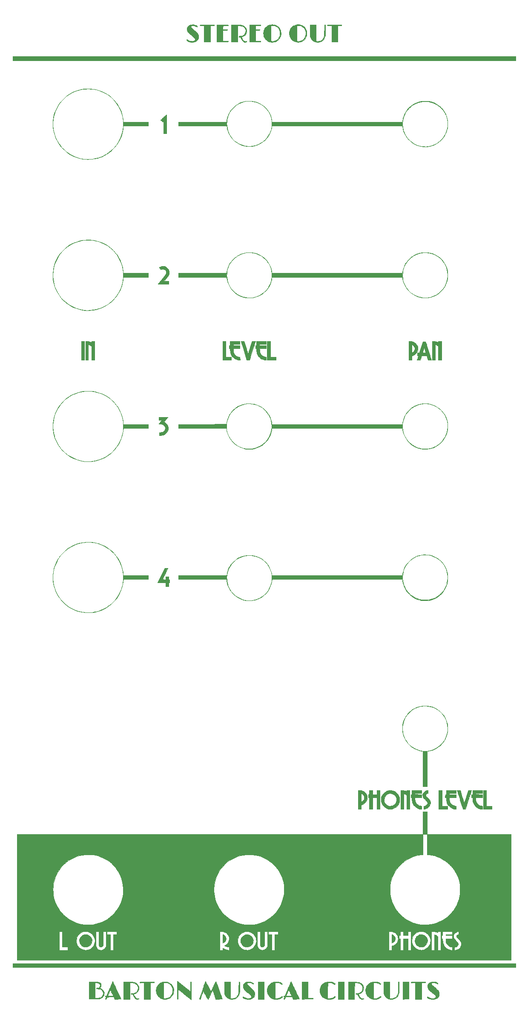
<source format=gbr>
%TF.GenerationSoftware,KiCad,Pcbnew,5.1.6-c6e7f7d~87~ubuntu20.04.1*%
%TF.CreationDate,2020-10-18T18:02:39-04:00*%
%TF.ProjectId,stereo_outs_panel,73746572-656f-45f6-9f75-74735f70616e,rev?*%
%TF.SameCoordinates,Original*%
%TF.FileFunction,Legend,Top*%
%TF.FilePolarity,Positive*%
%FSLAX46Y46*%
G04 Gerber Fmt 4.6, Leading zero omitted, Abs format (unit mm)*
G04 Created by KiCad (PCBNEW 5.1.6-c6e7f7d~87~ubuntu20.04.1) date 2020-10-18 18:02:39*
%MOMM*%
%LPD*%
G01*
G04 APERTURE LIST*
%ADD10C,0.010000*%
G04 APERTURE END LIST*
D10*
%TO.C,G\u002A\u002A\u002A*%
G36*
X84023400Y-214159120D02*
G01*
X84244758Y-214334473D01*
X84455153Y-214501258D01*
X84651060Y-214656673D01*
X84828953Y-214797916D01*
X84985310Y-214922186D01*
X85116606Y-215026682D01*
X85219316Y-215108602D01*
X85289916Y-215165146D01*
X85324882Y-215193511D01*
X85327232Y-215195505D01*
X85339258Y-215204355D01*
X85348979Y-215204640D01*
X85356612Y-215191765D01*
X85362370Y-215161135D01*
X85366472Y-215108154D01*
X85369131Y-215028229D01*
X85370565Y-214916763D01*
X85370989Y-214769162D01*
X85370619Y-214580830D01*
X85369670Y-214347173D01*
X85369441Y-214296970D01*
X85368517Y-214082745D01*
X85367780Y-213884141D01*
X85367243Y-213706981D01*
X85366917Y-213557087D01*
X85366816Y-213440284D01*
X85366952Y-213362392D01*
X85367337Y-213329235D01*
X85367359Y-213328912D01*
X85390568Y-213296826D01*
X85439926Y-213286697D01*
X85494941Y-213300346D01*
X85517044Y-213315603D01*
X85525959Y-213325853D01*
X85533578Y-213341347D01*
X85539965Y-213365708D01*
X85545185Y-213402559D01*
X85549303Y-213455525D01*
X85552384Y-213528229D01*
X85554490Y-213624295D01*
X85555688Y-213747346D01*
X85556041Y-213901006D01*
X85555614Y-214088899D01*
X85554472Y-214314648D01*
X85552679Y-214581877D01*
X85550300Y-214894209D01*
X85548701Y-215094309D01*
X85534700Y-216830919D01*
X84328200Y-215884288D01*
X84109269Y-215712516D01*
X83899966Y-215548303D01*
X83704108Y-215394643D01*
X83525512Y-215254532D01*
X83367995Y-215130962D01*
X83235373Y-215026929D01*
X83131463Y-214945427D01*
X83060084Y-214889451D01*
X83025911Y-214862667D01*
X82930123Y-214787679D01*
X82931818Y-215732393D01*
X82931786Y-216000753D01*
X82930580Y-216221331D01*
X82928114Y-216397134D01*
X82924303Y-216531170D01*
X82919061Y-216626444D01*
X82912302Y-216685965D01*
X82903941Y-216712738D01*
X82903846Y-216712853D01*
X82852387Y-216744406D01*
X82794865Y-216741437D01*
X82762860Y-216716850D01*
X82759240Y-216686535D01*
X82756183Y-216609401D01*
X82753709Y-216489422D01*
X82751839Y-216330576D01*
X82750594Y-216136838D01*
X82749994Y-215912187D01*
X82750062Y-215660597D01*
X82750818Y-215386045D01*
X82752283Y-215092509D01*
X82753400Y-214924285D01*
X82766100Y-213163471D01*
X84023400Y-214159120D01*
G37*
X84023400Y-214159120D02*
X84244758Y-214334473D01*
X84455153Y-214501258D01*
X84651060Y-214656673D01*
X84828953Y-214797916D01*
X84985310Y-214922186D01*
X85116606Y-215026682D01*
X85219316Y-215108602D01*
X85289916Y-215165146D01*
X85324882Y-215193511D01*
X85327232Y-215195505D01*
X85339258Y-215204355D01*
X85348979Y-215204640D01*
X85356612Y-215191765D01*
X85362370Y-215161135D01*
X85366472Y-215108154D01*
X85369131Y-215028229D01*
X85370565Y-214916763D01*
X85370989Y-214769162D01*
X85370619Y-214580830D01*
X85369670Y-214347173D01*
X85369441Y-214296970D01*
X85368517Y-214082745D01*
X85367780Y-213884141D01*
X85367243Y-213706981D01*
X85366917Y-213557087D01*
X85366816Y-213440284D01*
X85366952Y-213362392D01*
X85367337Y-213329235D01*
X85367359Y-213328912D01*
X85390568Y-213296826D01*
X85439926Y-213286697D01*
X85494941Y-213300346D01*
X85517044Y-213315603D01*
X85525959Y-213325853D01*
X85533578Y-213341347D01*
X85539965Y-213365708D01*
X85545185Y-213402559D01*
X85549303Y-213455525D01*
X85552384Y-213528229D01*
X85554490Y-213624295D01*
X85555688Y-213747346D01*
X85556041Y-213901006D01*
X85555614Y-214088899D01*
X85554472Y-214314648D01*
X85552679Y-214581877D01*
X85550300Y-214894209D01*
X85548701Y-215094309D01*
X85534700Y-216830919D01*
X84328200Y-215884288D01*
X84109269Y-215712516D01*
X83899966Y-215548303D01*
X83704108Y-215394643D01*
X83525512Y-215254532D01*
X83367995Y-215130962D01*
X83235373Y-215026929D01*
X83131463Y-214945427D01*
X83060084Y-214889451D01*
X83025911Y-214862667D01*
X82930123Y-214787679D01*
X82931818Y-215732393D01*
X82931786Y-216000753D01*
X82930580Y-216221331D01*
X82928114Y-216397134D01*
X82924303Y-216531170D01*
X82919061Y-216626444D01*
X82912302Y-216685965D01*
X82903941Y-216712738D01*
X82903846Y-216712853D01*
X82852387Y-216744406D01*
X82794865Y-216741437D01*
X82762860Y-216716850D01*
X82759240Y-216686535D01*
X82756183Y-216609401D01*
X82753709Y-216489422D01*
X82751839Y-216330576D01*
X82750594Y-216136838D01*
X82749994Y-215912187D01*
X82750062Y-215660597D01*
X82750818Y-215386045D01*
X82752283Y-215092509D01*
X82753400Y-214924285D01*
X82766100Y-213163471D01*
X84023400Y-214159120D01*
G36*
X72701350Y-213294422D02*
G01*
X73046817Y-213296535D01*
X73346396Y-213303249D01*
X73604869Y-213315527D01*
X73827015Y-213334336D01*
X74017616Y-213360640D01*
X74181454Y-213395404D01*
X74323311Y-213439592D01*
X74447966Y-213494169D01*
X74560202Y-213560100D01*
X74664799Y-213638350D01*
X74741516Y-213706080D01*
X74896087Y-213881983D01*
X75006402Y-214074568D01*
X75073950Y-214278426D01*
X75100219Y-214488145D01*
X75086695Y-214698314D01*
X75034868Y-214903522D01*
X74946226Y-215098357D01*
X74822256Y-215277409D01*
X74664446Y-215435267D01*
X74474285Y-215566518D01*
X74253261Y-215665753D01*
X74197713Y-215683629D01*
X74130344Y-215706771D01*
X74100952Y-215730474D01*
X74098095Y-215767049D01*
X74101615Y-215787026D01*
X74130757Y-215880257D01*
X74182284Y-215997882D01*
X74247771Y-216123905D01*
X74318793Y-216242331D01*
X74386923Y-216337164D01*
X74398722Y-216351055D01*
X74494491Y-216448837D01*
X74587854Y-216515537D01*
X74690688Y-216555168D01*
X74814867Y-216571748D01*
X74972266Y-216569291D01*
X75031800Y-216565123D01*
X75093297Y-216565526D01*
X75121019Y-216585205D01*
X75128606Y-216613644D01*
X75114299Y-216672256D01*
X75058273Y-216717364D01*
X74968414Y-216746410D01*
X74852610Y-216756835D01*
X74719829Y-216746251D01*
X74540588Y-216692613D01*
X74375548Y-216590313D01*
X74224875Y-216439512D01*
X74088734Y-216240370D01*
X73981952Y-216027262D01*
X73869806Y-215770700D01*
X73771353Y-215763929D01*
X73663221Y-215752797D01*
X73595635Y-215735020D01*
X73558421Y-215706842D01*
X73545494Y-215680522D01*
X73538100Y-215628501D01*
X73558346Y-215592395D01*
X73611977Y-215569728D01*
X73704737Y-215558023D01*
X73837133Y-215554800D01*
X74048830Y-215542957D01*
X74227959Y-215505071D01*
X74387492Y-215437605D01*
X74483321Y-215378636D01*
X74646034Y-215236849D01*
X74772637Y-215063415D01*
X74860366Y-214865011D01*
X74906457Y-214648310D01*
X74908148Y-214419991D01*
X74902051Y-214367150D01*
X74848885Y-214161085D01*
X74750521Y-213976414D01*
X74609063Y-213815999D01*
X74426613Y-213682706D01*
X74380651Y-213657023D01*
X74223890Y-213586064D01*
X74053247Y-213534738D01*
X73857110Y-213500380D01*
X73623867Y-213480328D01*
X73606732Y-213479435D01*
X73304600Y-213464244D01*
X73304600Y-216723200D01*
X72085400Y-216723200D01*
X72085400Y-213294200D01*
X72701350Y-213294422D01*
G37*
X72701350Y-213294422D02*
X73046817Y-213296535D01*
X73346396Y-213303249D01*
X73604869Y-213315527D01*
X73827015Y-213334336D01*
X74017616Y-213360640D01*
X74181454Y-213395404D01*
X74323311Y-213439592D01*
X74447966Y-213494169D01*
X74560202Y-213560100D01*
X74664799Y-213638350D01*
X74741516Y-213706080D01*
X74896087Y-213881983D01*
X75006402Y-214074568D01*
X75073950Y-214278426D01*
X75100219Y-214488145D01*
X75086695Y-214698314D01*
X75034868Y-214903522D01*
X74946226Y-215098357D01*
X74822256Y-215277409D01*
X74664446Y-215435267D01*
X74474285Y-215566518D01*
X74253261Y-215665753D01*
X74197713Y-215683629D01*
X74130344Y-215706771D01*
X74100952Y-215730474D01*
X74098095Y-215767049D01*
X74101615Y-215787026D01*
X74130757Y-215880257D01*
X74182284Y-215997882D01*
X74247771Y-216123905D01*
X74318793Y-216242331D01*
X74386923Y-216337164D01*
X74398722Y-216351055D01*
X74494491Y-216448837D01*
X74587854Y-216515537D01*
X74690688Y-216555168D01*
X74814867Y-216571748D01*
X74972266Y-216569291D01*
X75031800Y-216565123D01*
X75093297Y-216565526D01*
X75121019Y-216585205D01*
X75128606Y-216613644D01*
X75114299Y-216672256D01*
X75058273Y-216717364D01*
X74968414Y-216746410D01*
X74852610Y-216756835D01*
X74719829Y-216746251D01*
X74540588Y-216692613D01*
X74375548Y-216590313D01*
X74224875Y-216439512D01*
X74088734Y-216240370D01*
X73981952Y-216027262D01*
X73869806Y-215770700D01*
X73771353Y-215763929D01*
X73663221Y-215752797D01*
X73595635Y-215735020D01*
X73558421Y-215706842D01*
X73545494Y-215680522D01*
X73538100Y-215628501D01*
X73558346Y-215592395D01*
X73611977Y-215569728D01*
X73704737Y-215558023D01*
X73837133Y-215554800D01*
X74048830Y-215542957D01*
X74227959Y-215505071D01*
X74387492Y-215437605D01*
X74483321Y-215378636D01*
X74646034Y-215236849D01*
X74772637Y-215063415D01*
X74860366Y-214865011D01*
X74906457Y-214648310D01*
X74908148Y-214419991D01*
X74902051Y-214367150D01*
X74848885Y-214161085D01*
X74750521Y-213976414D01*
X74609063Y-213815999D01*
X74426613Y-213682706D01*
X74380651Y-213657023D01*
X74223890Y-213586064D01*
X74053247Y-213534738D01*
X73857110Y-213500380D01*
X73623867Y-213480328D01*
X73606732Y-213479435D01*
X73304600Y-213464244D01*
X73304600Y-216723200D01*
X72085400Y-216723200D01*
X72085400Y-213294200D01*
X72701350Y-213294422D01*
G36*
X80564165Y-213281968D02*
G01*
X80711680Y-213305713D01*
X80990486Y-213389618D01*
X81239940Y-213514368D01*
X81462819Y-213681459D01*
X81532758Y-213747900D01*
X81717874Y-213969017D01*
X81861497Y-214215711D01*
X81962507Y-214482730D01*
X82019787Y-214764819D01*
X82032216Y-215056727D01*
X81998678Y-215353199D01*
X81930152Y-215613996D01*
X81816220Y-215877417D01*
X81663371Y-216111390D01*
X81475762Y-216313405D01*
X81257546Y-216480948D01*
X81012878Y-216611507D01*
X80745914Y-216702572D01*
X80460808Y-216751629D01*
X80161715Y-216756167D01*
X80056178Y-216746964D01*
X79772518Y-216694394D01*
X79517593Y-216602496D01*
X79456754Y-216567388D01*
X80035210Y-216567388D01*
X80105255Y-216579166D01*
X80192431Y-216585077D01*
X80312229Y-216581840D01*
X80447585Y-216570876D01*
X80581433Y-216553609D01*
X80696709Y-216531461D01*
X80706500Y-216529047D01*
X80957762Y-216440104D01*
X81186046Y-216308599D01*
X81386869Y-216139284D01*
X81555746Y-215936911D01*
X81688193Y-215706234D01*
X81779725Y-215452002D01*
X81798563Y-215371720D01*
X81835414Y-215080248D01*
X81825400Y-214796809D01*
X81769798Y-214526089D01*
X81669884Y-214272777D01*
X81526933Y-214041560D01*
X81394747Y-213888005D01*
X81187810Y-213709978D01*
X80962830Y-213578877D01*
X80717836Y-213493930D01*
X80450860Y-213454367D01*
X80281624Y-213452018D01*
X80048300Y-213459300D01*
X80035210Y-216567388D01*
X79456754Y-216567388D01*
X79284119Y-216467768D01*
X79064813Y-216286705D01*
X79031278Y-216253925D01*
X78838819Y-216027778D01*
X78691707Y-215778921D01*
X78590239Y-215507884D01*
X78572926Y-215440500D01*
X78546760Y-215284410D01*
X78532864Y-215102046D01*
X78531234Y-214911095D01*
X78541865Y-214729241D01*
X78564753Y-214574171D01*
X78573136Y-214538800D01*
X78670084Y-214267533D01*
X78810088Y-214019738D01*
X78989223Y-213799561D01*
X79203566Y-213611149D01*
X79449190Y-213458649D01*
X79692700Y-213355887D01*
X79886418Y-213306905D01*
X80108672Y-213277646D01*
X80340806Y-213269027D01*
X80564165Y-213281968D01*
G37*
X80564165Y-213281968D02*
X80711680Y-213305713D01*
X80990486Y-213389618D01*
X81239940Y-213514368D01*
X81462819Y-213681459D01*
X81532758Y-213747900D01*
X81717874Y-213969017D01*
X81861497Y-214215711D01*
X81962507Y-214482730D01*
X82019787Y-214764819D01*
X82032216Y-215056727D01*
X81998678Y-215353199D01*
X81930152Y-215613996D01*
X81816220Y-215877417D01*
X81663371Y-216111390D01*
X81475762Y-216313405D01*
X81257546Y-216480948D01*
X81012878Y-216611507D01*
X80745914Y-216702572D01*
X80460808Y-216751629D01*
X80161715Y-216756167D01*
X80056178Y-216746964D01*
X79772518Y-216694394D01*
X79517593Y-216602496D01*
X79456754Y-216567388D01*
X80035210Y-216567388D01*
X80105255Y-216579166D01*
X80192431Y-216585077D01*
X80312229Y-216581840D01*
X80447585Y-216570876D01*
X80581433Y-216553609D01*
X80696709Y-216531461D01*
X80706500Y-216529047D01*
X80957762Y-216440104D01*
X81186046Y-216308599D01*
X81386869Y-216139284D01*
X81555746Y-215936911D01*
X81688193Y-215706234D01*
X81779725Y-215452002D01*
X81798563Y-215371720D01*
X81835414Y-215080248D01*
X81825400Y-214796809D01*
X81769798Y-214526089D01*
X81669884Y-214272777D01*
X81526933Y-214041560D01*
X81394747Y-213888005D01*
X81187810Y-213709978D01*
X80962830Y-213578877D01*
X80717836Y-213493930D01*
X80450860Y-213454367D01*
X80281624Y-213452018D01*
X80048300Y-213459300D01*
X80035210Y-216567388D01*
X79456754Y-216567388D01*
X79284119Y-216467768D01*
X79064813Y-216286705D01*
X79031278Y-216253925D01*
X78838819Y-216027778D01*
X78691707Y-215778921D01*
X78590239Y-215507884D01*
X78572926Y-215440500D01*
X78546760Y-215284410D01*
X78532864Y-215102046D01*
X78531234Y-214911095D01*
X78541865Y-214729241D01*
X78564753Y-214574171D01*
X78573136Y-214538800D01*
X78670084Y-214267533D01*
X78810088Y-214019738D01*
X78989223Y-213799561D01*
X79203566Y-213611149D01*
X79449190Y-213458649D01*
X79692700Y-213355887D01*
X79886418Y-213306905D01*
X80108672Y-213277646D01*
X80340806Y-213269027D01*
X80564165Y-213281968D01*
G36*
X90445889Y-213195622D02*
G01*
X90470270Y-213263607D01*
X90508077Y-213370439D01*
X90557718Y-213511537D01*
X90617601Y-213682320D01*
X90686133Y-213878208D01*
X90761720Y-214094622D01*
X90842770Y-214326979D01*
X90927689Y-214570701D01*
X91014886Y-214821206D01*
X91102767Y-215073915D01*
X91189739Y-215324248D01*
X91274209Y-215567623D01*
X91354585Y-215799460D01*
X91429273Y-216015180D01*
X91496682Y-216210202D01*
X91555217Y-216379945D01*
X91603285Y-216519829D01*
X91639296Y-216625274D01*
X91661654Y-216691700D01*
X91668800Y-216714465D01*
X91644523Y-216716832D01*
X91576186Y-216718955D01*
X91470528Y-216720744D01*
X91334288Y-216722107D01*
X91174207Y-216722954D01*
X91022120Y-216723200D01*
X90375441Y-216723200D01*
X90325900Y-216562806D01*
X90295251Y-216465010D01*
X90254801Y-216338085D01*
X90206703Y-216188590D01*
X90153110Y-216023085D01*
X90096172Y-215848127D01*
X90038041Y-215670276D01*
X89980870Y-215496091D01*
X89926811Y-215332132D01*
X89878015Y-215184956D01*
X89836635Y-215061122D01*
X89804821Y-214967191D01*
X89784727Y-214909720D01*
X89778517Y-214894400D01*
X89766356Y-214916502D01*
X89734558Y-214979619D01*
X89685464Y-215078965D01*
X89621416Y-215209754D01*
X89544752Y-215367200D01*
X89457814Y-215546517D01*
X89362941Y-215742920D01*
X89318957Y-215834200D01*
X89221097Y-216036715D01*
X89129796Y-216224255D01*
X89047437Y-216392027D01*
X88976404Y-216535241D01*
X88919078Y-216649104D01*
X88877845Y-216728828D01*
X88855085Y-216769619D01*
X88851535Y-216774000D01*
X88836200Y-216752612D01*
X88798952Y-216691674D01*
X88742589Y-216596020D01*
X88669908Y-216470485D01*
X88583704Y-216319905D01*
X88486776Y-216149113D01*
X88381919Y-215962946D01*
X88366759Y-215935918D01*
X88261084Y-215748004D01*
X88163048Y-215574783D01*
X88075434Y-215421089D01*
X88001025Y-215291754D01*
X87942604Y-215191613D01*
X87902954Y-215125498D01*
X87884857Y-215098243D01*
X87884200Y-215097804D01*
X87873288Y-215120930D01*
X87848771Y-215186264D01*
X87812772Y-215287709D01*
X87767418Y-215419168D01*
X87714832Y-215574545D01*
X87657139Y-215747745D01*
X87647433Y-215777135D01*
X87568846Y-216015105D01*
X87504253Y-216209356D01*
X87451821Y-216364437D01*
X87409716Y-216484900D01*
X87376101Y-216575296D01*
X87349144Y-216640176D01*
X87327009Y-216684089D01*
X87307862Y-216711588D01*
X87289869Y-216727223D01*
X87271195Y-216735545D01*
X87259810Y-216738693D01*
X87191997Y-216736926D01*
X87140370Y-216703547D01*
X87122200Y-216654896D01*
X87131963Y-216618389D01*
X87158555Y-216546010D01*
X87197926Y-216448201D01*
X87246028Y-216335401D01*
X87246573Y-216334156D01*
X87277542Y-216257508D01*
X87322439Y-216137936D01*
X87379392Y-215980798D01*
X87446527Y-215791449D01*
X87521974Y-215575247D01*
X87603859Y-215337548D01*
X87690311Y-215083709D01*
X87779457Y-214819087D01*
X87849379Y-214609476D01*
X87935470Y-214351404D01*
X88017164Y-214108747D01*
X88093028Y-213885617D01*
X88161629Y-213686124D01*
X88221532Y-213514379D01*
X88271304Y-213374495D01*
X88309511Y-213270581D01*
X88334718Y-213206750D01*
X88345461Y-213187076D01*
X88360484Y-213212787D01*
X88396330Y-213278974D01*
X88450543Y-213380961D01*
X88520664Y-213514074D01*
X88604237Y-213673636D01*
X88698803Y-213854973D01*
X88801906Y-214053408D01*
X88875728Y-214195900D01*
X88982906Y-214402854D01*
X89082864Y-214595559D01*
X89173196Y-214769399D01*
X89251496Y-214919756D01*
X89315357Y-215042017D01*
X89362375Y-215131563D01*
X89390142Y-215183779D01*
X89396820Y-215195630D01*
X89409540Y-215175568D01*
X89442577Y-215114509D01*
X89493627Y-215016942D01*
X89560389Y-214887357D01*
X89640558Y-214730243D01*
X89731833Y-214550088D01*
X89831909Y-214351382D01*
X89916199Y-214183200D01*
X90021651Y-213972954D01*
X90120169Y-213777704D01*
X90209446Y-213601938D01*
X90287175Y-213450143D01*
X90351048Y-213326807D01*
X90398757Y-213236419D01*
X90427997Y-213183466D01*
X90436529Y-213171062D01*
X90445889Y-213195622D01*
G37*
X90445889Y-213195622D02*
X90470270Y-213263607D01*
X90508077Y-213370439D01*
X90557718Y-213511537D01*
X90617601Y-213682320D01*
X90686133Y-213878208D01*
X90761720Y-214094622D01*
X90842770Y-214326979D01*
X90927689Y-214570701D01*
X91014886Y-214821206D01*
X91102767Y-215073915D01*
X91189739Y-215324248D01*
X91274209Y-215567623D01*
X91354585Y-215799460D01*
X91429273Y-216015180D01*
X91496682Y-216210202D01*
X91555217Y-216379945D01*
X91603285Y-216519829D01*
X91639296Y-216625274D01*
X91661654Y-216691700D01*
X91668800Y-216714465D01*
X91644523Y-216716832D01*
X91576186Y-216718955D01*
X91470528Y-216720744D01*
X91334288Y-216722107D01*
X91174207Y-216722954D01*
X91022120Y-216723200D01*
X90375441Y-216723200D01*
X90325900Y-216562806D01*
X90295251Y-216465010D01*
X90254801Y-216338085D01*
X90206703Y-216188590D01*
X90153110Y-216023085D01*
X90096172Y-215848127D01*
X90038041Y-215670276D01*
X89980870Y-215496091D01*
X89926811Y-215332132D01*
X89878015Y-215184956D01*
X89836635Y-215061122D01*
X89804821Y-214967191D01*
X89784727Y-214909720D01*
X89778517Y-214894400D01*
X89766356Y-214916502D01*
X89734558Y-214979619D01*
X89685464Y-215078965D01*
X89621416Y-215209754D01*
X89544752Y-215367200D01*
X89457814Y-215546517D01*
X89362941Y-215742920D01*
X89318957Y-215834200D01*
X89221097Y-216036715D01*
X89129796Y-216224255D01*
X89047437Y-216392027D01*
X88976404Y-216535241D01*
X88919078Y-216649104D01*
X88877845Y-216728828D01*
X88855085Y-216769619D01*
X88851535Y-216774000D01*
X88836200Y-216752612D01*
X88798952Y-216691674D01*
X88742589Y-216596020D01*
X88669908Y-216470485D01*
X88583704Y-216319905D01*
X88486776Y-216149113D01*
X88381919Y-215962946D01*
X88366759Y-215935918D01*
X88261084Y-215748004D01*
X88163048Y-215574783D01*
X88075434Y-215421089D01*
X88001025Y-215291754D01*
X87942604Y-215191613D01*
X87902954Y-215125498D01*
X87884857Y-215098243D01*
X87884200Y-215097804D01*
X87873288Y-215120930D01*
X87848771Y-215186264D01*
X87812772Y-215287709D01*
X87767418Y-215419168D01*
X87714832Y-215574545D01*
X87657139Y-215747745D01*
X87647433Y-215777135D01*
X87568846Y-216015105D01*
X87504253Y-216209356D01*
X87451821Y-216364437D01*
X87409716Y-216484900D01*
X87376101Y-216575296D01*
X87349144Y-216640176D01*
X87327009Y-216684089D01*
X87307862Y-216711588D01*
X87289869Y-216727223D01*
X87271195Y-216735545D01*
X87259810Y-216738693D01*
X87191997Y-216736926D01*
X87140370Y-216703547D01*
X87122200Y-216654896D01*
X87131963Y-216618389D01*
X87158555Y-216546010D01*
X87197926Y-216448201D01*
X87246028Y-216335401D01*
X87246573Y-216334156D01*
X87277542Y-216257508D01*
X87322439Y-216137936D01*
X87379392Y-215980798D01*
X87446527Y-215791449D01*
X87521974Y-215575247D01*
X87603859Y-215337548D01*
X87690311Y-215083709D01*
X87779457Y-214819087D01*
X87849379Y-214609476D01*
X87935470Y-214351404D01*
X88017164Y-214108747D01*
X88093028Y-213885617D01*
X88161629Y-213686124D01*
X88221532Y-213514379D01*
X88271304Y-213374495D01*
X88309511Y-213270581D01*
X88334718Y-213206750D01*
X88345461Y-213187076D01*
X88360484Y-213212787D01*
X88396330Y-213278974D01*
X88450543Y-213380961D01*
X88520664Y-213514074D01*
X88604237Y-213673636D01*
X88698803Y-213854973D01*
X88801906Y-214053408D01*
X88875728Y-214195900D01*
X88982906Y-214402854D01*
X89082864Y-214595559D01*
X89173196Y-214769399D01*
X89251496Y-214919756D01*
X89315357Y-215042017D01*
X89362375Y-215131563D01*
X89390142Y-215183779D01*
X89396820Y-215195630D01*
X89409540Y-215175568D01*
X89442577Y-215114509D01*
X89493627Y-215016942D01*
X89560389Y-214887357D01*
X89640558Y-214730243D01*
X89731833Y-214550088D01*
X89831909Y-214351382D01*
X89916199Y-214183200D01*
X90021651Y-213972954D01*
X90120169Y-213777704D01*
X90209446Y-213601938D01*
X90287175Y-213450143D01*
X90351048Y-213326807D01*
X90398757Y-213236419D01*
X90427997Y-213183466D01*
X90436529Y-213171062D01*
X90445889Y-213195622D01*
G36*
X95085352Y-213271286D02*
G01*
X95103790Y-213281213D01*
X95118610Y-213303419D01*
X95130172Y-213342354D01*
X95138836Y-213402469D01*
X95144960Y-213488213D01*
X95148903Y-213604036D01*
X95151025Y-213754389D01*
X95151683Y-213943722D01*
X95151238Y-214176485D01*
X95150520Y-214354777D01*
X95148837Y-214641438D01*
X95146145Y-214882934D01*
X95141806Y-215084897D01*
X95135185Y-215252958D01*
X95125645Y-215392751D01*
X95112550Y-215509909D01*
X95095263Y-215610064D01*
X95073148Y-215698848D01*
X95045569Y-215781895D01*
X95011888Y-215864836D01*
X94971470Y-215953305D01*
X94969415Y-215957651D01*
X94835712Y-216183703D01*
X94666913Y-216374807D01*
X94466291Y-216529312D01*
X94237115Y-216645567D01*
X93982657Y-216721920D01*
X93706189Y-216756720D01*
X93410982Y-216748315D01*
X93404503Y-216747653D01*
X93130651Y-216695801D01*
X92882639Y-216600979D01*
X92662899Y-216465304D01*
X92473862Y-216290891D01*
X92317957Y-216079854D01*
X92197615Y-215834310D01*
X92136014Y-215643700D01*
X92124464Y-215595497D01*
X92114958Y-215543585D01*
X92107297Y-215482681D01*
X92101282Y-215407500D01*
X92096713Y-215312760D01*
X92093390Y-215193177D01*
X92091116Y-215043467D01*
X92089690Y-214858348D01*
X92088914Y-214632536D01*
X92088603Y-214386400D01*
X92087900Y-213306900D01*
X93319800Y-213293296D01*
X93319800Y-216570800D01*
X93465850Y-216575435D01*
X93732647Y-216573706D01*
X93960010Y-216548756D01*
X94154727Y-216498432D01*
X94323587Y-216420581D01*
X94473382Y-216313050D01*
X94562244Y-216227803D01*
X94702846Y-216045030D01*
X94818728Y-215821753D01*
X94901456Y-215583845D01*
X94914979Y-215532831D01*
X94926100Y-215482243D01*
X94935084Y-215426565D01*
X94942199Y-215360282D01*
X94947709Y-215277880D01*
X94951881Y-215173844D01*
X94954981Y-215042659D01*
X94957275Y-214878810D01*
X94959029Y-214676783D01*
X94960509Y-214431063D01*
X94960924Y-214351221D01*
X94962350Y-214088881D01*
X94963997Y-213872839D01*
X94966290Y-213698595D01*
X94969653Y-213561648D01*
X94974511Y-213457497D01*
X94981287Y-213381641D01*
X94990406Y-213329579D01*
X95002293Y-213296811D01*
X95017371Y-213278835D01*
X95036066Y-213271150D01*
X95058801Y-213269256D01*
X95062939Y-213269188D01*
X95085352Y-213271286D01*
G37*
X95085352Y-213271286D02*
X95103790Y-213281213D01*
X95118610Y-213303419D01*
X95130172Y-213342354D01*
X95138836Y-213402469D01*
X95144960Y-213488213D01*
X95148903Y-213604036D01*
X95151025Y-213754389D01*
X95151683Y-213943722D01*
X95151238Y-214176485D01*
X95150520Y-214354777D01*
X95148837Y-214641438D01*
X95146145Y-214882934D01*
X95141806Y-215084897D01*
X95135185Y-215252958D01*
X95125645Y-215392751D01*
X95112550Y-215509909D01*
X95095263Y-215610064D01*
X95073148Y-215698848D01*
X95045569Y-215781895D01*
X95011888Y-215864836D01*
X94971470Y-215953305D01*
X94969415Y-215957651D01*
X94835712Y-216183703D01*
X94666913Y-216374807D01*
X94466291Y-216529312D01*
X94237115Y-216645567D01*
X93982657Y-216721920D01*
X93706189Y-216756720D01*
X93410982Y-216748315D01*
X93404503Y-216747653D01*
X93130651Y-216695801D01*
X92882639Y-216600979D01*
X92662899Y-216465304D01*
X92473862Y-216290891D01*
X92317957Y-216079854D01*
X92197615Y-215834310D01*
X92136014Y-215643700D01*
X92124464Y-215595497D01*
X92114958Y-215543585D01*
X92107297Y-215482681D01*
X92101282Y-215407500D01*
X92096713Y-215312760D01*
X92093390Y-215193177D01*
X92091116Y-215043467D01*
X92089690Y-214858348D01*
X92088914Y-214632536D01*
X92088603Y-214386400D01*
X92087900Y-213306900D01*
X93319800Y-213293296D01*
X93319800Y-216570800D01*
X93465850Y-216575435D01*
X93732647Y-216573706D01*
X93960010Y-216548756D01*
X94154727Y-216498432D01*
X94323587Y-216420581D01*
X94473382Y-216313050D01*
X94562244Y-216227803D01*
X94702846Y-216045030D01*
X94818728Y-215821753D01*
X94901456Y-215583845D01*
X94914979Y-215532831D01*
X94926100Y-215482243D01*
X94935084Y-215426565D01*
X94942199Y-215360282D01*
X94947709Y-215277880D01*
X94951881Y-215173844D01*
X94954981Y-215042659D01*
X94957275Y-214878810D01*
X94959029Y-214676783D01*
X94960509Y-214431063D01*
X94960924Y-214351221D01*
X94962350Y-214088881D01*
X94963997Y-213872839D01*
X94966290Y-213698595D01*
X94969653Y-213561648D01*
X94974511Y-213457497D01*
X94981287Y-213381641D01*
X94990406Y-213329579D01*
X95002293Y-213296811D01*
X95017371Y-213278835D01*
X95036066Y-213271150D01*
X95058801Y-213269256D01*
X95062939Y-213269188D01*
X95085352Y-213271286D01*
G36*
X97252466Y-213288626D02*
G01*
X97486649Y-213341568D01*
X97695748Y-213427199D01*
X97718854Y-213439825D01*
X97820372Y-213510052D01*
X97876970Y-213579483D01*
X97886914Y-213644943D01*
X97857872Y-213694613D01*
X97825445Y-213721537D01*
X97793994Y-213722506D01*
X97743257Y-213696824D01*
X97732178Y-213690304D01*
X97603556Y-213615453D01*
X97506188Y-213562429D01*
X97428541Y-213525679D01*
X97359080Y-213499649D01*
X97300818Y-213482588D01*
X97180870Y-213459686D01*
X97049107Y-213448852D01*
X96921484Y-213450058D01*
X96813955Y-213463279D01*
X96751116Y-213483502D01*
X96677249Y-213547996D01*
X96636523Y-213638870D01*
X96636731Y-213738477D01*
X96637361Y-213741057D01*
X96669716Y-213802870D01*
X96741804Y-213892260D01*
X96851882Y-214007476D01*
X96998207Y-214146765D01*
X97179033Y-214308376D01*
X97335663Y-214442686D01*
X97563343Y-214642937D01*
X97748955Y-214824584D01*
X97895776Y-214991926D01*
X98007084Y-215149261D01*
X98086157Y-215300887D01*
X98136270Y-215451102D01*
X98148378Y-215508575D01*
X98165730Y-215733165D01*
X98137144Y-215942179D01*
X98065784Y-216133058D01*
X97954816Y-216303247D01*
X97807403Y-216450189D01*
X97626712Y-216571326D01*
X97415906Y-216664103D01*
X97178150Y-216725962D01*
X96916609Y-216754346D01*
X96634449Y-216746700D01*
X96617769Y-216745122D01*
X96448184Y-216719579D01*
X96284157Y-216678632D01*
X96131432Y-216625571D01*
X95995757Y-216563688D01*
X95882877Y-216496273D01*
X95798539Y-216426618D01*
X95748488Y-216358013D01*
X95738471Y-216293749D01*
X95758473Y-216252970D01*
X95800665Y-216221986D01*
X95855725Y-216222264D01*
X95930849Y-216255725D01*
X96033232Y-216324287D01*
X96037494Y-216327417D01*
X96244153Y-216449780D01*
X96476030Y-216530424D01*
X96735651Y-216570099D01*
X96872451Y-216574810D01*
X97054524Y-216565022D01*
X97198181Y-216533956D01*
X97312227Y-216479064D01*
X97374697Y-216429352D01*
X97431163Y-216366446D01*
X97455682Y-216304857D01*
X97460000Y-216242689D01*
X97456088Y-216179166D01*
X97441815Y-216118980D01*
X97413377Y-216057912D01*
X97366966Y-215991740D01*
X97298778Y-215916242D01*
X97205007Y-215827197D01*
X97081848Y-215720384D01*
X96925494Y-215591581D01*
X96736100Y-215439718D01*
X96548324Y-215288321D01*
X96396191Y-215160620D01*
X96273867Y-215050981D01*
X96175520Y-214953768D01*
X96095316Y-214863346D01*
X96027421Y-214774078D01*
X95990787Y-214719688D01*
X95903509Y-214558204D01*
X95853499Y-214394753D01*
X95836689Y-214212934D01*
X95839466Y-214109925D01*
X95873841Y-213906745D01*
X95951994Y-213729283D01*
X96073991Y-213577438D01*
X96239898Y-213451114D01*
X96315601Y-213409208D01*
X96524768Y-213328663D01*
X96758992Y-213281900D01*
X97005736Y-213268645D01*
X97252466Y-213288626D01*
G37*
X97252466Y-213288626D02*
X97486649Y-213341568D01*
X97695748Y-213427199D01*
X97718854Y-213439825D01*
X97820372Y-213510052D01*
X97876970Y-213579483D01*
X97886914Y-213644943D01*
X97857872Y-213694613D01*
X97825445Y-213721537D01*
X97793994Y-213722506D01*
X97743257Y-213696824D01*
X97732178Y-213690304D01*
X97603556Y-213615453D01*
X97506188Y-213562429D01*
X97428541Y-213525679D01*
X97359080Y-213499649D01*
X97300818Y-213482588D01*
X97180870Y-213459686D01*
X97049107Y-213448852D01*
X96921484Y-213450058D01*
X96813955Y-213463279D01*
X96751116Y-213483502D01*
X96677249Y-213547996D01*
X96636523Y-213638870D01*
X96636731Y-213738477D01*
X96637361Y-213741057D01*
X96669716Y-213802870D01*
X96741804Y-213892260D01*
X96851882Y-214007476D01*
X96998207Y-214146765D01*
X97179033Y-214308376D01*
X97335663Y-214442686D01*
X97563343Y-214642937D01*
X97748955Y-214824584D01*
X97895776Y-214991926D01*
X98007084Y-215149261D01*
X98086157Y-215300887D01*
X98136270Y-215451102D01*
X98148378Y-215508575D01*
X98165730Y-215733165D01*
X98137144Y-215942179D01*
X98065784Y-216133058D01*
X97954816Y-216303247D01*
X97807403Y-216450189D01*
X97626712Y-216571326D01*
X97415906Y-216664103D01*
X97178150Y-216725962D01*
X96916609Y-216754346D01*
X96634449Y-216746700D01*
X96617769Y-216745122D01*
X96448184Y-216719579D01*
X96284157Y-216678632D01*
X96131432Y-216625571D01*
X95995757Y-216563688D01*
X95882877Y-216496273D01*
X95798539Y-216426618D01*
X95748488Y-216358013D01*
X95738471Y-216293749D01*
X95758473Y-216252970D01*
X95800665Y-216221986D01*
X95855725Y-216222264D01*
X95930849Y-216255725D01*
X96033232Y-216324287D01*
X96037494Y-216327417D01*
X96244153Y-216449780D01*
X96476030Y-216530424D01*
X96735651Y-216570099D01*
X96872451Y-216574810D01*
X97054524Y-216565022D01*
X97198181Y-216533956D01*
X97312227Y-216479064D01*
X97374697Y-216429352D01*
X97431163Y-216366446D01*
X97455682Y-216304857D01*
X97460000Y-216242689D01*
X97456088Y-216179166D01*
X97441815Y-216118980D01*
X97413377Y-216057912D01*
X97366966Y-215991740D01*
X97298778Y-215916242D01*
X97205007Y-215827197D01*
X97081848Y-215720384D01*
X96925494Y-215591581D01*
X96736100Y-215439718D01*
X96548324Y-215288321D01*
X96396191Y-215160620D01*
X96273867Y-215050981D01*
X96175520Y-214953768D01*
X96095316Y-214863346D01*
X96027421Y-214774078D01*
X95990787Y-214719688D01*
X95903509Y-214558204D01*
X95853499Y-214394753D01*
X95836689Y-214212934D01*
X95839466Y-214109925D01*
X95873841Y-213906745D01*
X95951994Y-213729283D01*
X96073991Y-213577438D01*
X96239898Y-213451114D01*
X96315601Y-213409208D01*
X96524768Y-213328663D01*
X96758992Y-213281900D01*
X97005736Y-213268645D01*
X97252466Y-213288626D01*
G36*
X102644067Y-213285066D02*
G01*
X102812074Y-213295908D01*
X102955257Y-213317455D01*
X103086451Y-213352288D01*
X103218493Y-213402984D01*
X103351864Y-213465908D01*
X103488838Y-213543386D01*
X103576856Y-213614509D01*
X103617169Y-213680655D01*
X103611030Y-213743202D01*
X103608497Y-213748228D01*
X103566985Y-213791658D01*
X103507174Y-213795662D01*
X103425155Y-213759522D01*
X103337402Y-213698519D01*
X103241616Y-213635767D01*
X103123583Y-213573814D01*
X103017556Y-213529407D01*
X102930795Y-213501100D01*
X102851262Y-213482051D01*
X102764702Y-213470388D01*
X102656862Y-213464237D01*
X102513488Y-213461725D01*
X102501900Y-213461638D01*
X102171700Y-213459300D01*
X102165149Y-214994529D01*
X102164323Y-215272431D01*
X102164242Y-215534292D01*
X102164864Y-215775752D01*
X102166143Y-215992454D01*
X102168037Y-216180038D01*
X102170501Y-216334145D01*
X102173493Y-216450418D01*
X102176968Y-216524498D01*
X102180776Y-216551936D01*
X102219307Y-216564431D01*
X102296687Y-216571659D01*
X102401270Y-216573909D01*
X102521409Y-216571469D01*
X102645458Y-216564627D01*
X102761771Y-216553671D01*
X102858701Y-216538890D01*
X102878376Y-216534669D01*
X103118625Y-216455749D01*
X103326545Y-216338066D01*
X103434261Y-216250128D01*
X103499716Y-216192622D01*
X103552267Y-216152469D01*
X103578497Y-216139000D01*
X103619986Y-216158497D01*
X103661609Y-216202203D01*
X103682797Y-216247935D01*
X103683000Y-216251688D01*
X103659479Y-216317311D01*
X103594141Y-216389576D01*
X103494826Y-216464400D01*
X103369372Y-216537699D01*
X103225616Y-216605390D01*
X103071397Y-216663387D01*
X102914553Y-216707608D01*
X102762924Y-216733968D01*
X102755900Y-216734715D01*
X102611047Y-216748980D01*
X102502265Y-216757479D01*
X102415193Y-216760566D01*
X102335470Y-216758590D01*
X102248736Y-216751904D01*
X102209800Y-216748085D01*
X102031344Y-216724984D01*
X101878820Y-216691947D01*
X101731001Y-216642952D01*
X101566655Y-216571978D01*
X101533146Y-216556149D01*
X101289422Y-216412604D01*
X101078742Y-216230943D01*
X100902541Y-216012814D01*
X100762249Y-215759867D01*
X100696108Y-215592656D01*
X100650485Y-215415329D01*
X100621435Y-215208166D01*
X100609864Y-214989654D01*
X100616679Y-214778283D01*
X100642785Y-214592540D01*
X100646302Y-214576900D01*
X100733867Y-214310956D01*
X100865511Y-214066970D01*
X101038039Y-213848304D01*
X101248257Y-213658321D01*
X101492969Y-213500385D01*
X101768979Y-213377859D01*
X101793687Y-213369217D01*
X101892012Y-213336287D01*
X101971723Y-213313023D01*
X102045442Y-213297724D01*
X102125791Y-213288689D01*
X102225391Y-213284219D01*
X102356864Y-213282611D01*
X102438400Y-213282350D01*
X102644067Y-213285066D01*
G37*
X102644067Y-213285066D02*
X102812074Y-213295908D01*
X102955257Y-213317455D01*
X103086451Y-213352288D01*
X103218493Y-213402984D01*
X103351864Y-213465908D01*
X103488838Y-213543386D01*
X103576856Y-213614509D01*
X103617169Y-213680655D01*
X103611030Y-213743202D01*
X103608497Y-213748228D01*
X103566985Y-213791658D01*
X103507174Y-213795662D01*
X103425155Y-213759522D01*
X103337402Y-213698519D01*
X103241616Y-213635767D01*
X103123583Y-213573814D01*
X103017556Y-213529407D01*
X102930795Y-213501100D01*
X102851262Y-213482051D01*
X102764702Y-213470388D01*
X102656862Y-213464237D01*
X102513488Y-213461725D01*
X102501900Y-213461638D01*
X102171700Y-213459300D01*
X102165149Y-214994529D01*
X102164323Y-215272431D01*
X102164242Y-215534292D01*
X102164864Y-215775752D01*
X102166143Y-215992454D01*
X102168037Y-216180038D01*
X102170501Y-216334145D01*
X102173493Y-216450418D01*
X102176968Y-216524498D01*
X102180776Y-216551936D01*
X102219307Y-216564431D01*
X102296687Y-216571659D01*
X102401270Y-216573909D01*
X102521409Y-216571469D01*
X102645458Y-216564627D01*
X102761771Y-216553671D01*
X102858701Y-216538890D01*
X102878376Y-216534669D01*
X103118625Y-216455749D01*
X103326545Y-216338066D01*
X103434261Y-216250128D01*
X103499716Y-216192622D01*
X103552267Y-216152469D01*
X103578497Y-216139000D01*
X103619986Y-216158497D01*
X103661609Y-216202203D01*
X103682797Y-216247935D01*
X103683000Y-216251688D01*
X103659479Y-216317311D01*
X103594141Y-216389576D01*
X103494826Y-216464400D01*
X103369372Y-216537699D01*
X103225616Y-216605390D01*
X103071397Y-216663387D01*
X102914553Y-216707608D01*
X102762924Y-216733968D01*
X102755900Y-216734715D01*
X102611047Y-216748980D01*
X102502265Y-216757479D01*
X102415193Y-216760566D01*
X102335470Y-216758590D01*
X102248736Y-216751904D01*
X102209800Y-216748085D01*
X102031344Y-216724984D01*
X101878820Y-216691947D01*
X101731001Y-216642952D01*
X101566655Y-216571978D01*
X101533146Y-216556149D01*
X101289422Y-216412604D01*
X101078742Y-216230943D01*
X100902541Y-216012814D01*
X100762249Y-215759867D01*
X100696108Y-215592656D01*
X100650485Y-215415329D01*
X100621435Y-215208166D01*
X100609864Y-214989654D01*
X100616679Y-214778283D01*
X100642785Y-214592540D01*
X100646302Y-214576900D01*
X100733867Y-214310956D01*
X100865511Y-214066970D01*
X101038039Y-213848304D01*
X101248257Y-213658321D01*
X101492969Y-213500385D01*
X101768979Y-213377859D01*
X101793687Y-213369217D01*
X101892012Y-213336287D01*
X101971723Y-213313023D01*
X102045442Y-213297724D01*
X102125791Y-213288689D01*
X102225391Y-213284219D01*
X102356864Y-213282611D01*
X102438400Y-213282350D01*
X102644067Y-213285066D01*
G36*
X113147140Y-213285585D02*
G01*
X113315918Y-213297602D01*
X113461006Y-213321030D01*
X113595776Y-213358531D01*
X113733600Y-213412768D01*
X113835419Y-213460338D01*
X113967552Y-213534243D01*
X114057565Y-213605324D01*
X114102791Y-213670985D01*
X114103783Y-213721271D01*
X114064526Y-213782730D01*
X114006912Y-213800023D01*
X113928893Y-213773025D01*
X113832090Y-213704656D01*
X113724206Y-213632488D01*
X113585172Y-213564632D01*
X113505474Y-213533876D01*
X113409682Y-213502092D01*
X113327584Y-213480980D01*
X113243793Y-213468380D01*
X113142919Y-213462130D01*
X113009573Y-213460066D01*
X112979400Y-213459969D01*
X112661900Y-213459300D01*
X112655354Y-215015050D01*
X112648809Y-216570800D01*
X112795054Y-216573951D01*
X113069436Y-216570326D01*
X113303772Y-216545331D01*
X113504978Y-216496973D01*
X113679970Y-216423254D01*
X113835662Y-216322179D01*
X113921164Y-216249004D01*
X114012552Y-216176321D01*
X114083046Y-216149340D01*
X114133674Y-216167933D01*
X114161881Y-216219551D01*
X114157258Y-216284353D01*
X114109956Y-216356341D01*
X114026884Y-216431679D01*
X113914951Y-216506530D01*
X113781068Y-216577058D01*
X113632144Y-216639428D01*
X113475089Y-216689802D01*
X113316813Y-216724343D01*
X113233400Y-216735050D01*
X113130630Y-216744542D01*
X113034372Y-216753322D01*
X112979400Y-216758251D01*
X112909193Y-216759679D01*
X112809778Y-216755940D01*
X112702394Y-216747841D01*
X112700000Y-216747610D01*
X112395500Y-216695389D01*
X112114942Y-216601655D01*
X111861485Y-216468974D01*
X111638293Y-216299915D01*
X111448528Y-216097046D01*
X111295350Y-215862935D01*
X111181924Y-215600149D01*
X111148393Y-215487586D01*
X111114752Y-215312212D01*
X111096478Y-215112955D01*
X111093853Y-214908105D01*
X111107157Y-214715950D01*
X111134193Y-214564200D01*
X111229462Y-214292428D01*
X111368335Y-214043685D01*
X111547146Y-213822397D01*
X111762228Y-213632989D01*
X112009912Y-213479889D01*
X112048157Y-213461042D01*
X112198763Y-213393763D01*
X112335232Y-213345176D01*
X112471361Y-213312519D01*
X112620947Y-213293032D01*
X112797787Y-213283953D01*
X112941300Y-213282316D01*
X113147140Y-213285585D01*
G37*
X113147140Y-213285585D02*
X113315918Y-213297602D01*
X113461006Y-213321030D01*
X113595776Y-213358531D01*
X113733600Y-213412768D01*
X113835419Y-213460338D01*
X113967552Y-213534243D01*
X114057565Y-213605324D01*
X114102791Y-213670985D01*
X114103783Y-213721271D01*
X114064526Y-213782730D01*
X114006912Y-213800023D01*
X113928893Y-213773025D01*
X113832090Y-213704656D01*
X113724206Y-213632488D01*
X113585172Y-213564632D01*
X113505474Y-213533876D01*
X113409682Y-213502092D01*
X113327584Y-213480980D01*
X113243793Y-213468380D01*
X113142919Y-213462130D01*
X113009573Y-213460066D01*
X112979400Y-213459969D01*
X112661900Y-213459300D01*
X112655354Y-215015050D01*
X112648809Y-216570800D01*
X112795054Y-216573951D01*
X113069436Y-216570326D01*
X113303772Y-216545331D01*
X113504978Y-216496973D01*
X113679970Y-216423254D01*
X113835662Y-216322179D01*
X113921164Y-216249004D01*
X114012552Y-216176321D01*
X114083046Y-216149340D01*
X114133674Y-216167933D01*
X114161881Y-216219551D01*
X114157258Y-216284353D01*
X114109956Y-216356341D01*
X114026884Y-216431679D01*
X113914951Y-216506530D01*
X113781068Y-216577058D01*
X113632144Y-216639428D01*
X113475089Y-216689802D01*
X113316813Y-216724343D01*
X113233400Y-216735050D01*
X113130630Y-216744542D01*
X113034372Y-216753322D01*
X112979400Y-216758251D01*
X112909193Y-216759679D01*
X112809778Y-216755940D01*
X112702394Y-216747841D01*
X112700000Y-216747610D01*
X112395500Y-216695389D01*
X112114942Y-216601655D01*
X111861485Y-216468974D01*
X111638293Y-216299915D01*
X111448528Y-216097046D01*
X111295350Y-215862935D01*
X111181924Y-215600149D01*
X111148393Y-215487586D01*
X111114752Y-215312212D01*
X111096478Y-215112955D01*
X111093853Y-214908105D01*
X111107157Y-214715950D01*
X111134193Y-214564200D01*
X111229462Y-214292428D01*
X111368335Y-214043685D01*
X111547146Y-213822397D01*
X111762228Y-213632989D01*
X112009912Y-213479889D01*
X112048157Y-213461042D01*
X112198763Y-213393763D01*
X112335232Y-213345176D01*
X112471361Y-213312519D01*
X112620947Y-213293032D01*
X112797787Y-213283953D01*
X112941300Y-213282316D01*
X113147140Y-213285585D01*
G36*
X117379950Y-213294451D02*
G01*
X117732280Y-213296829D01*
X118038602Y-213304302D01*
X118303542Y-213317842D01*
X118531723Y-213338417D01*
X118727771Y-213366997D01*
X118896309Y-213404554D01*
X119041963Y-213452057D01*
X119169357Y-213510475D01*
X119283116Y-213580780D01*
X119387865Y-213663941D01*
X119458424Y-213730443D01*
X119601981Y-213907003D01*
X119702082Y-214101122D01*
X119760350Y-214306942D01*
X119778408Y-214518600D01*
X119757879Y-214730238D01*
X119700386Y-214935993D01*
X119607552Y-215130006D01*
X119481000Y-215306416D01*
X119322353Y-215459363D01*
X119133233Y-215582986D01*
X118921409Y-215669581D01*
X118837967Y-215696444D01*
X118793554Y-215718050D01*
X118778181Y-215742465D01*
X118781857Y-215777758D01*
X118782738Y-215781562D01*
X118811951Y-215868151D01*
X118861964Y-215980867D01*
X118924585Y-216104120D01*
X118991624Y-216222320D01*
X119054892Y-216319877D01*
X119087730Y-216362126D01*
X119181807Y-216456667D01*
X119278255Y-216520677D01*
X119388342Y-216557827D01*
X119523338Y-216571790D01*
X119694510Y-216566237D01*
X119710400Y-216565036D01*
X119770930Y-216564920D01*
X119797962Y-216584211D01*
X119806986Y-216624314D01*
X119801799Y-216677439D01*
X119761744Y-216709886D01*
X119743486Y-216717422D01*
X119596761Y-216753834D01*
X119439257Y-216752287D01*
X119398554Y-216746616D01*
X119240696Y-216702903D01*
X119097383Y-216622707D01*
X118965088Y-216502659D01*
X118840286Y-216339392D01*
X118719449Y-216129537D01*
X118689418Y-216069339D01*
X118538048Y-215758000D01*
X118414838Y-215758000D01*
X118320861Y-215746995D01*
X118250089Y-215717748D01*
X118214319Y-215675910D01*
X118212188Y-215660935D01*
X118220451Y-215623260D01*
X118248192Y-215596152D01*
X118302801Y-215577328D01*
X118391669Y-215564507D01*
X118522185Y-215555410D01*
X118560083Y-215553547D01*
X118701478Y-215545210D01*
X118805946Y-215533871D01*
X118887360Y-215517045D01*
X118959590Y-215492247D01*
X118999200Y-215474880D01*
X119186080Y-215361999D01*
X119341574Y-215215038D01*
X119463064Y-215041204D01*
X119547933Y-214847706D01*
X119593560Y-214641751D01*
X119597330Y-214430549D01*
X119556623Y-214221308D01*
X119503489Y-214086477D01*
X119401617Y-213930181D01*
X119257864Y-213788859D01*
X119080333Y-213668402D01*
X118877124Y-213574703D01*
X118742190Y-213532734D01*
X118643395Y-213514479D01*
X118511395Y-213499964D01*
X118363743Y-213490898D01*
X118291983Y-213488975D01*
X117995900Y-213484700D01*
X117989361Y-215103950D01*
X117982823Y-216723200D01*
X116764000Y-216723200D01*
X116764000Y-213294200D01*
X117379950Y-213294451D01*
G37*
X117379950Y-213294451D02*
X117732280Y-213296829D01*
X118038602Y-213304302D01*
X118303542Y-213317842D01*
X118531723Y-213338417D01*
X118727771Y-213366997D01*
X118896309Y-213404554D01*
X119041963Y-213452057D01*
X119169357Y-213510475D01*
X119283116Y-213580780D01*
X119387865Y-213663941D01*
X119458424Y-213730443D01*
X119601981Y-213907003D01*
X119702082Y-214101122D01*
X119760350Y-214306942D01*
X119778408Y-214518600D01*
X119757879Y-214730238D01*
X119700386Y-214935993D01*
X119607552Y-215130006D01*
X119481000Y-215306416D01*
X119322353Y-215459363D01*
X119133233Y-215582986D01*
X118921409Y-215669581D01*
X118837967Y-215696444D01*
X118793554Y-215718050D01*
X118778181Y-215742465D01*
X118781857Y-215777758D01*
X118782738Y-215781562D01*
X118811951Y-215868151D01*
X118861964Y-215980867D01*
X118924585Y-216104120D01*
X118991624Y-216222320D01*
X119054892Y-216319877D01*
X119087730Y-216362126D01*
X119181807Y-216456667D01*
X119278255Y-216520677D01*
X119388342Y-216557827D01*
X119523338Y-216571790D01*
X119694510Y-216566237D01*
X119710400Y-216565036D01*
X119770930Y-216564920D01*
X119797962Y-216584211D01*
X119806986Y-216624314D01*
X119801799Y-216677439D01*
X119761744Y-216709886D01*
X119743486Y-216717422D01*
X119596761Y-216753834D01*
X119439257Y-216752287D01*
X119398554Y-216746616D01*
X119240696Y-216702903D01*
X119097383Y-216622707D01*
X118965088Y-216502659D01*
X118840286Y-216339392D01*
X118719449Y-216129537D01*
X118689418Y-216069339D01*
X118538048Y-215758000D01*
X118414838Y-215758000D01*
X118320861Y-215746995D01*
X118250089Y-215717748D01*
X118214319Y-215675910D01*
X118212188Y-215660935D01*
X118220451Y-215623260D01*
X118248192Y-215596152D01*
X118302801Y-215577328D01*
X118391669Y-215564507D01*
X118522185Y-215555410D01*
X118560083Y-215553547D01*
X118701478Y-215545210D01*
X118805946Y-215533871D01*
X118887360Y-215517045D01*
X118959590Y-215492247D01*
X118999200Y-215474880D01*
X119186080Y-215361999D01*
X119341574Y-215215038D01*
X119463064Y-215041204D01*
X119547933Y-214847706D01*
X119593560Y-214641751D01*
X119597330Y-214430549D01*
X119556623Y-214221308D01*
X119503489Y-214086477D01*
X119401617Y-213930181D01*
X119257864Y-213788859D01*
X119080333Y-213668402D01*
X118877124Y-213574703D01*
X118742190Y-213532734D01*
X118643395Y-213514479D01*
X118511395Y-213499964D01*
X118363743Y-213490898D01*
X118291983Y-213488975D01*
X117995900Y-213484700D01*
X117989361Y-215103950D01*
X117982823Y-216723200D01*
X116764000Y-216723200D01*
X116764000Y-213294200D01*
X117379950Y-213294451D01*
G36*
X122239506Y-213286182D02*
G01*
X122407296Y-213298680D01*
X122551100Y-213322376D01*
X122684146Y-213359868D01*
X122819664Y-213413758D01*
X122903654Y-213453086D01*
X123042306Y-213530201D01*
X123136020Y-213603665D01*
X123183619Y-213671766D01*
X123183928Y-213732792D01*
X123135771Y-213785029D01*
X123132830Y-213786905D01*
X123111398Y-213799019D01*
X123090033Y-213802224D01*
X123060112Y-213792574D01*
X123013016Y-213766126D01*
X122940122Y-213718933D01*
X122844786Y-213655094D01*
X122694353Y-213570172D01*
X122530076Y-213511099D01*
X122341663Y-213475352D01*
X122118822Y-213460409D01*
X122047200Y-213459607D01*
X121729700Y-213459300D01*
X121723149Y-214994529D01*
X121722327Y-215269348D01*
X121722230Y-215529106D01*
X121722813Y-215769346D01*
X121724034Y-215985611D01*
X121725850Y-216173445D01*
X121728216Y-216328392D01*
X121731091Y-216445994D01*
X121734430Y-216521796D01*
X121738190Y-216551341D01*
X121738266Y-216551426D01*
X121771160Y-216560189D01*
X121843448Y-216567144D01*
X121943735Y-216571486D01*
X122036916Y-216572535D01*
X122288043Y-216560499D01*
X122501958Y-216523633D01*
X122687214Y-216459159D01*
X122852365Y-216364297D01*
X122970960Y-216269024D01*
X123057415Y-216194461D01*
X123118155Y-216153524D01*
X123161972Y-216142557D01*
X123197661Y-216157908D01*
X123210520Y-216169480D01*
X123244186Y-216232513D01*
X123229238Y-216303869D01*
X123166913Y-216382084D01*
X123058443Y-216465695D01*
X122905066Y-216553241D01*
X122873082Y-216569158D01*
X122602109Y-216673915D01*
X122306250Y-216736862D01*
X121990585Y-216757208D01*
X121746461Y-216744296D01*
X121449402Y-216690771D01*
X121176390Y-216594897D01*
X120930147Y-216460433D01*
X120713398Y-216291137D01*
X120528866Y-216090769D01*
X120379274Y-215863087D01*
X120267345Y-215611851D01*
X120195804Y-215340819D01*
X120167374Y-215053751D01*
X120184778Y-214754405D01*
X120207554Y-214620279D01*
X120288417Y-214347369D01*
X120413523Y-214096783D01*
X120579763Y-213872445D01*
X120784030Y-213678278D01*
X121023216Y-213518205D01*
X121120100Y-213468329D01*
X121275719Y-213398434D01*
X121414030Y-213347919D01*
X121549095Y-213313925D01*
X121694975Y-213293589D01*
X121865735Y-213284052D01*
X122034500Y-213282281D01*
X122239506Y-213286182D01*
G37*
X122239506Y-213286182D02*
X122407296Y-213298680D01*
X122551100Y-213322376D01*
X122684146Y-213359868D01*
X122819664Y-213413758D01*
X122903654Y-213453086D01*
X123042306Y-213530201D01*
X123136020Y-213603665D01*
X123183619Y-213671766D01*
X123183928Y-213732792D01*
X123135771Y-213785029D01*
X123132830Y-213786905D01*
X123111398Y-213799019D01*
X123090033Y-213802224D01*
X123060112Y-213792574D01*
X123013016Y-213766126D01*
X122940122Y-213718933D01*
X122844786Y-213655094D01*
X122694353Y-213570172D01*
X122530076Y-213511099D01*
X122341663Y-213475352D01*
X122118822Y-213460409D01*
X122047200Y-213459607D01*
X121729700Y-213459300D01*
X121723149Y-214994529D01*
X121722327Y-215269348D01*
X121722230Y-215529106D01*
X121722813Y-215769346D01*
X121724034Y-215985611D01*
X121725850Y-216173445D01*
X121728216Y-216328392D01*
X121731091Y-216445994D01*
X121734430Y-216521796D01*
X121738190Y-216551341D01*
X121738266Y-216551426D01*
X121771160Y-216560189D01*
X121843448Y-216567144D01*
X121943735Y-216571486D01*
X122036916Y-216572535D01*
X122288043Y-216560499D01*
X122501958Y-216523633D01*
X122687214Y-216459159D01*
X122852365Y-216364297D01*
X122970960Y-216269024D01*
X123057415Y-216194461D01*
X123118155Y-216153524D01*
X123161972Y-216142557D01*
X123197661Y-216157908D01*
X123210520Y-216169480D01*
X123244186Y-216232513D01*
X123229238Y-216303869D01*
X123166913Y-216382084D01*
X123058443Y-216465695D01*
X122905066Y-216553241D01*
X122873082Y-216569158D01*
X122602109Y-216673915D01*
X122306250Y-216736862D01*
X121990585Y-216757208D01*
X121746461Y-216744296D01*
X121449402Y-216690771D01*
X121176390Y-216594897D01*
X120930147Y-216460433D01*
X120713398Y-216291137D01*
X120528866Y-216090769D01*
X120379274Y-215863087D01*
X120267345Y-215611851D01*
X120195804Y-215340819D01*
X120167374Y-215053751D01*
X120184778Y-214754405D01*
X120207554Y-214620279D01*
X120288417Y-214347369D01*
X120413523Y-214096783D01*
X120579763Y-213872445D01*
X120784030Y-213678278D01*
X121023216Y-213518205D01*
X121120100Y-213468329D01*
X121275719Y-213398434D01*
X121414030Y-213347919D01*
X121549095Y-213313925D01*
X121694975Y-213293589D01*
X121865735Y-213284052D01*
X122034500Y-213282281D01*
X122239506Y-213286182D01*
G36*
X126777411Y-213282107D02*
G01*
X126810404Y-213311233D01*
X126820906Y-213325300D01*
X126829409Y-213347550D01*
X126836046Y-213382696D01*
X126840953Y-213435452D01*
X126844266Y-213510531D01*
X126846118Y-213612647D01*
X126846645Y-213746514D01*
X126845982Y-213916845D01*
X126844265Y-214128354D01*
X126841627Y-214385755D01*
X126841504Y-214397083D01*
X126838517Y-214657965D01*
X126835562Y-214873572D01*
X126832348Y-215049426D01*
X126828584Y-215191050D01*
X126823979Y-215303969D01*
X126818245Y-215393704D01*
X126811089Y-215465779D01*
X126802221Y-215525717D01*
X126791351Y-215579041D01*
X126778189Y-215631275D01*
X126776197Y-215638632D01*
X126678775Y-215909217D01*
X126544687Y-216145976D01*
X126376748Y-216347049D01*
X126177770Y-216510579D01*
X125950569Y-216634706D01*
X125697958Y-216717573D01*
X125422751Y-216757320D01*
X125127762Y-216752091D01*
X125095200Y-216748796D01*
X124909335Y-216720507D01*
X124748062Y-216675598D01*
X124585968Y-216606389D01*
X124530054Y-216578003D01*
X124324569Y-216449665D01*
X124155541Y-216296237D01*
X124017407Y-216111085D01*
X123904605Y-215887572D01*
X123864822Y-215784521D01*
X123787100Y-215567500D01*
X123779315Y-214430850D01*
X123771531Y-213294200D01*
X124993226Y-213294200D01*
X125006300Y-216558100D01*
X125171400Y-216573247D01*
X125450794Y-216578757D01*
X125702688Y-216541561D01*
X125926957Y-216461737D01*
X126123478Y-216339368D01*
X126292126Y-216174533D01*
X126432777Y-215967313D01*
X126545308Y-215717789D01*
X126562149Y-215669635D01*
X126630634Y-215465900D01*
X126637324Y-214399100D01*
X126639113Y-214136738D01*
X126641018Y-213920573D01*
X126643249Y-213746000D01*
X126646016Y-213608416D01*
X126649528Y-213503215D01*
X126653994Y-213425796D01*
X126659623Y-213371552D01*
X126666624Y-213335882D01*
X126675208Y-213314181D01*
X126685582Y-213301845D01*
X126687262Y-213300550D01*
X126737541Y-213272324D01*
X126777411Y-213282107D01*
G37*
X126777411Y-213282107D02*
X126810404Y-213311233D01*
X126820906Y-213325300D01*
X126829409Y-213347550D01*
X126836046Y-213382696D01*
X126840953Y-213435452D01*
X126844266Y-213510531D01*
X126846118Y-213612647D01*
X126846645Y-213746514D01*
X126845982Y-213916845D01*
X126844265Y-214128354D01*
X126841627Y-214385755D01*
X126841504Y-214397083D01*
X126838517Y-214657965D01*
X126835562Y-214873572D01*
X126832348Y-215049426D01*
X126828584Y-215191050D01*
X126823979Y-215303969D01*
X126818245Y-215393704D01*
X126811089Y-215465779D01*
X126802221Y-215525717D01*
X126791351Y-215579041D01*
X126778189Y-215631275D01*
X126776197Y-215638632D01*
X126678775Y-215909217D01*
X126544687Y-216145976D01*
X126376748Y-216347049D01*
X126177770Y-216510579D01*
X125950569Y-216634706D01*
X125697958Y-216717573D01*
X125422751Y-216757320D01*
X125127762Y-216752091D01*
X125095200Y-216748796D01*
X124909335Y-216720507D01*
X124748062Y-216675598D01*
X124585968Y-216606389D01*
X124530054Y-216578003D01*
X124324569Y-216449665D01*
X124155541Y-216296237D01*
X124017407Y-216111085D01*
X123904605Y-215887572D01*
X123864822Y-215784521D01*
X123787100Y-215567500D01*
X123779315Y-214430850D01*
X123771531Y-213294200D01*
X124993226Y-213294200D01*
X125006300Y-216558100D01*
X125171400Y-216573247D01*
X125450794Y-216578757D01*
X125702688Y-216541561D01*
X125926957Y-216461737D01*
X126123478Y-216339368D01*
X126292126Y-216174533D01*
X126432777Y-215967313D01*
X126545308Y-215717789D01*
X126562149Y-215669635D01*
X126630634Y-215465900D01*
X126637324Y-214399100D01*
X126639113Y-214136738D01*
X126641018Y-213920573D01*
X126643249Y-213746000D01*
X126646016Y-213608416D01*
X126649528Y-213503215D01*
X126653994Y-213425796D01*
X126659623Y-213371552D01*
X126666624Y-213335882D01*
X126675208Y-213314181D01*
X126685582Y-213301845D01*
X126687262Y-213300550D01*
X126737541Y-213272324D01*
X126777411Y-213282107D01*
G36*
X133862330Y-213277797D02*
G01*
X134113009Y-213327298D01*
X134248486Y-213371304D01*
X134376230Y-213429550D01*
X134474588Y-213495404D01*
X134538908Y-213563669D01*
X134564536Y-213629154D01*
X134546821Y-213686664D01*
X134538920Y-213695519D01*
X134488347Y-213723268D01*
X134425977Y-213710712D01*
X134355897Y-213666164D01*
X134159610Y-213548080D01*
X133941366Y-213475452D01*
X133702811Y-213448752D01*
X133605331Y-213450850D01*
X133505526Y-213458582D01*
X133441464Y-213471215D01*
X133398087Y-213493700D01*
X133360340Y-213530986D01*
X133359837Y-213531569D01*
X133308421Y-213623328D01*
X133306956Y-213722286D01*
X133335598Y-213797111D01*
X133376982Y-213854662D01*
X133451214Y-213936945D01*
X133551345Y-214037116D01*
X133670427Y-214148336D01*
X133801509Y-214263762D01*
X133858200Y-214311624D01*
X134101010Y-214519723D01*
X134302842Y-214705699D01*
X134466730Y-214872792D01*
X134595710Y-215024242D01*
X134692817Y-215163290D01*
X134745132Y-215258428D01*
X134806740Y-215438365D01*
X134832245Y-215638616D01*
X134821879Y-215843998D01*
X134775876Y-216039326D01*
X134731481Y-216144957D01*
X134614509Y-216320879D01*
X134458050Y-216469790D01*
X134266812Y-216589729D01*
X134045500Y-216678734D01*
X133798823Y-216734847D01*
X133531487Y-216756104D01*
X133290512Y-216745203D01*
X133117444Y-216719025D01*
X132950705Y-216677702D01*
X132796238Y-216624481D01*
X132659988Y-216562611D01*
X132547896Y-216495341D01*
X132465907Y-216425919D01*
X132419964Y-216357594D01*
X132416010Y-216293615D01*
X132425822Y-216272569D01*
X132465779Y-216231832D01*
X132518552Y-216224754D01*
X132591484Y-216252500D01*
X132689195Y-216314317D01*
X132880103Y-216431541D01*
X133070146Y-216510934D01*
X133273857Y-216556924D01*
X133505771Y-216573940D01*
X133542231Y-216574264D01*
X133741612Y-216561237D01*
X133902324Y-216521916D01*
X134022714Y-216457281D01*
X134101125Y-216368313D01*
X134135905Y-216255992D01*
X134137600Y-216221439D01*
X134134258Y-216169027D01*
X134121876Y-216118262D01*
X134096916Y-216065457D01*
X134055844Y-216006928D01*
X133995123Y-215938986D01*
X133911217Y-215857948D01*
X133800589Y-215760125D01*
X133659704Y-215641832D01*
X133485026Y-215499383D01*
X133309886Y-215358595D01*
X133180358Y-215252742D01*
X133055950Y-215147187D01*
X132945646Y-215049842D01*
X132858429Y-214968617D01*
X132807178Y-214915927D01*
X132669358Y-214729243D01*
X132572651Y-214533015D01*
X132517281Y-214333164D01*
X132503473Y-214135611D01*
X132531450Y-213946275D01*
X132601437Y-213771079D01*
X132713658Y-213615942D01*
X132756351Y-213573498D01*
X132931124Y-213445558D01*
X133137139Y-213350929D01*
X133366365Y-213290700D01*
X133610772Y-213265960D01*
X133862330Y-213277797D01*
G37*
X133862330Y-213277797D02*
X134113009Y-213327298D01*
X134248486Y-213371304D01*
X134376230Y-213429550D01*
X134474588Y-213495404D01*
X134538908Y-213563669D01*
X134564536Y-213629154D01*
X134546821Y-213686664D01*
X134538920Y-213695519D01*
X134488347Y-213723268D01*
X134425977Y-213710712D01*
X134355897Y-213666164D01*
X134159610Y-213548080D01*
X133941366Y-213475452D01*
X133702811Y-213448752D01*
X133605331Y-213450850D01*
X133505526Y-213458582D01*
X133441464Y-213471215D01*
X133398087Y-213493700D01*
X133360340Y-213530986D01*
X133359837Y-213531569D01*
X133308421Y-213623328D01*
X133306956Y-213722286D01*
X133335598Y-213797111D01*
X133376982Y-213854662D01*
X133451214Y-213936945D01*
X133551345Y-214037116D01*
X133670427Y-214148336D01*
X133801509Y-214263762D01*
X133858200Y-214311624D01*
X134101010Y-214519723D01*
X134302842Y-214705699D01*
X134466730Y-214872792D01*
X134595710Y-215024242D01*
X134692817Y-215163290D01*
X134745132Y-215258428D01*
X134806740Y-215438365D01*
X134832245Y-215638616D01*
X134821879Y-215843998D01*
X134775876Y-216039326D01*
X134731481Y-216144957D01*
X134614509Y-216320879D01*
X134458050Y-216469790D01*
X134266812Y-216589729D01*
X134045500Y-216678734D01*
X133798823Y-216734847D01*
X133531487Y-216756104D01*
X133290512Y-216745203D01*
X133117444Y-216719025D01*
X132950705Y-216677702D01*
X132796238Y-216624481D01*
X132659988Y-216562611D01*
X132547896Y-216495341D01*
X132465907Y-216425919D01*
X132419964Y-216357594D01*
X132416010Y-216293615D01*
X132425822Y-216272569D01*
X132465779Y-216231832D01*
X132518552Y-216224754D01*
X132591484Y-216252500D01*
X132689195Y-216314317D01*
X132880103Y-216431541D01*
X133070146Y-216510934D01*
X133273857Y-216556924D01*
X133505771Y-216573940D01*
X133542231Y-216574264D01*
X133741612Y-216561237D01*
X133902324Y-216521916D01*
X134022714Y-216457281D01*
X134101125Y-216368313D01*
X134135905Y-216255992D01*
X134137600Y-216221439D01*
X134134258Y-216169027D01*
X134121876Y-216118262D01*
X134096916Y-216065457D01*
X134055844Y-216006928D01*
X133995123Y-215938986D01*
X133911217Y-215857948D01*
X133800589Y-215760125D01*
X133659704Y-215641832D01*
X133485026Y-215499383D01*
X133309886Y-215358595D01*
X133180358Y-215252742D01*
X133055950Y-215147187D01*
X132945646Y-215049842D01*
X132858429Y-214968617D01*
X132807178Y-214915927D01*
X132669358Y-214729243D01*
X132572651Y-214533015D01*
X132517281Y-214333164D01*
X132503473Y-214135611D01*
X132531450Y-213946275D01*
X132601437Y-213771079D01*
X132713658Y-213615942D01*
X132756351Y-213573498D01*
X132931124Y-213445558D01*
X133137139Y-213350929D01*
X133366365Y-213290700D01*
X133610772Y-213265960D01*
X133862330Y-213277797D01*
G36*
X69905234Y-213187261D02*
G01*
X69918987Y-213213236D01*
X69951827Y-213280942D01*
X70001742Y-213386019D01*
X70066722Y-213524109D01*
X70144753Y-213690853D01*
X70233823Y-213881892D01*
X70331921Y-214092867D01*
X70437034Y-214319418D01*
X70547150Y-214557188D01*
X70660257Y-214801816D01*
X70774344Y-215048945D01*
X70887397Y-215294214D01*
X70997405Y-215533266D01*
X71102356Y-215761741D01*
X71200237Y-215975280D01*
X71289037Y-216169524D01*
X71366743Y-216340115D01*
X71431344Y-216482692D01*
X71480827Y-216592898D01*
X71513181Y-216666374D01*
X71526392Y-216698760D01*
X71526600Y-216699764D01*
X71502122Y-216706776D01*
X71432368Y-216712809D01*
X71322855Y-216717654D01*
X71179102Y-216721103D01*
X71006625Y-216722945D01*
X70907583Y-216723200D01*
X70288567Y-216723200D01*
X70192178Y-216506879D01*
X70095789Y-216290559D01*
X69447930Y-216297329D01*
X68800071Y-216304100D01*
X68727869Y-216480305D01*
X68663753Y-216618480D01*
X68604118Y-216707553D01*
X68547444Y-216748863D01*
X68492210Y-216743753D01*
X68458280Y-216718120D01*
X68435728Y-216687003D01*
X68431968Y-216648967D01*
X68449388Y-216593527D01*
X68490375Y-216510196D01*
X68516700Y-216461614D01*
X68567168Y-216368270D01*
X68594503Y-216310580D01*
X68600614Y-216280002D01*
X68587412Y-216267992D01*
X68560451Y-216266000D01*
X68504405Y-216251469D01*
X68447334Y-216216968D01*
X68408891Y-216176132D01*
X68402788Y-216156609D01*
X68419049Y-216098532D01*
X68440398Y-216085289D01*
X68889810Y-216085289D01*
X68957255Y-216095639D01*
X69017558Y-216101147D01*
X69111443Y-216105262D01*
X69229939Y-216108028D01*
X69364079Y-216109488D01*
X69504894Y-216109683D01*
X69643417Y-216108657D01*
X69770678Y-216106453D01*
X69877710Y-216103113D01*
X69955544Y-216098681D01*
X69995211Y-216093198D01*
X69998366Y-216090672D01*
X69982242Y-216052884D01*
X69948962Y-215979111D01*
X69901869Y-215876478D01*
X69844306Y-215752112D01*
X69779612Y-215613136D01*
X69711132Y-215466678D01*
X69642206Y-215319862D01*
X69576178Y-215179814D01*
X69516387Y-215053659D01*
X69466178Y-214948523D01*
X69428891Y-214871531D01*
X69407868Y-214829810D01*
X69404474Y-214824418D01*
X69393794Y-214848717D01*
X69366603Y-214913915D01*
X69325442Y-215013819D01*
X69272854Y-215142238D01*
X69211382Y-215292980D01*
X69144281Y-215458094D01*
X68889810Y-216085289D01*
X68440398Y-216085289D01*
X68469880Y-216067002D01*
X68561150Y-216058661D01*
X68573260Y-216058992D01*
X68697943Y-216063405D01*
X69292863Y-214616314D01*
X69398287Y-214360830D01*
X69498299Y-214120307D01*
X69591207Y-213898691D01*
X69675317Y-213699934D01*
X69748938Y-213527983D01*
X69810378Y-213386787D01*
X69857944Y-213280296D01*
X69889944Y-213212458D01*
X69904687Y-213187221D01*
X69905234Y-213187261D01*
G37*
X69905234Y-213187261D02*
X69918987Y-213213236D01*
X69951827Y-213280942D01*
X70001742Y-213386019D01*
X70066722Y-213524109D01*
X70144753Y-213690853D01*
X70233823Y-213881892D01*
X70331921Y-214092867D01*
X70437034Y-214319418D01*
X70547150Y-214557188D01*
X70660257Y-214801816D01*
X70774344Y-215048945D01*
X70887397Y-215294214D01*
X70997405Y-215533266D01*
X71102356Y-215761741D01*
X71200237Y-215975280D01*
X71289037Y-216169524D01*
X71366743Y-216340115D01*
X71431344Y-216482692D01*
X71480827Y-216592898D01*
X71513181Y-216666374D01*
X71526392Y-216698760D01*
X71526600Y-216699764D01*
X71502122Y-216706776D01*
X71432368Y-216712809D01*
X71322855Y-216717654D01*
X71179102Y-216721103D01*
X71006625Y-216722945D01*
X70907583Y-216723200D01*
X70288567Y-216723200D01*
X70192178Y-216506879D01*
X70095789Y-216290559D01*
X69447930Y-216297329D01*
X68800071Y-216304100D01*
X68727869Y-216480305D01*
X68663753Y-216618480D01*
X68604118Y-216707553D01*
X68547444Y-216748863D01*
X68492210Y-216743753D01*
X68458280Y-216718120D01*
X68435728Y-216687003D01*
X68431968Y-216648967D01*
X68449388Y-216593527D01*
X68490375Y-216510196D01*
X68516700Y-216461614D01*
X68567168Y-216368270D01*
X68594503Y-216310580D01*
X68600614Y-216280002D01*
X68587412Y-216267992D01*
X68560451Y-216266000D01*
X68504405Y-216251469D01*
X68447334Y-216216968D01*
X68408891Y-216176132D01*
X68402788Y-216156609D01*
X68419049Y-216098532D01*
X68440398Y-216085289D01*
X68889810Y-216085289D01*
X68957255Y-216095639D01*
X69017558Y-216101147D01*
X69111443Y-216105262D01*
X69229939Y-216108028D01*
X69364079Y-216109488D01*
X69504894Y-216109683D01*
X69643417Y-216108657D01*
X69770678Y-216106453D01*
X69877710Y-216103113D01*
X69955544Y-216098681D01*
X69995211Y-216093198D01*
X69998366Y-216090672D01*
X69982242Y-216052884D01*
X69948962Y-215979111D01*
X69901869Y-215876478D01*
X69844306Y-215752112D01*
X69779612Y-215613136D01*
X69711132Y-215466678D01*
X69642206Y-215319862D01*
X69576178Y-215179814D01*
X69516387Y-215053659D01*
X69466178Y-214948523D01*
X69428891Y-214871531D01*
X69407868Y-214829810D01*
X69404474Y-214824418D01*
X69393794Y-214848717D01*
X69366603Y-214913915D01*
X69325442Y-215013819D01*
X69272854Y-215142238D01*
X69211382Y-215292980D01*
X69144281Y-215458094D01*
X68889810Y-216085289D01*
X68440398Y-216085289D01*
X68469880Y-216067002D01*
X68561150Y-216058661D01*
X68573260Y-216058992D01*
X68697943Y-216063405D01*
X69292863Y-214616314D01*
X69398287Y-214360830D01*
X69498299Y-214120307D01*
X69591207Y-213898691D01*
X69675317Y-213699934D01*
X69748938Y-213527983D01*
X69810378Y-213386787D01*
X69857944Y-213280296D01*
X69889944Y-213212458D01*
X69904687Y-213187221D01*
X69905234Y-213187261D01*
G36*
X105368409Y-213207135D02*
G01*
X105400927Y-213269440D01*
X105451281Y-213370936D01*
X105517807Y-213508128D01*
X105598843Y-213677520D01*
X105692725Y-213875615D01*
X105797790Y-214098919D01*
X105912377Y-214343935D01*
X106034822Y-214607168D01*
X106163463Y-214885121D01*
X106182983Y-214927418D01*
X106312534Y-215208210D01*
X106435945Y-215475639D01*
X106551557Y-215726116D01*
X106657712Y-215956053D01*
X106752754Y-216161860D01*
X106835025Y-216339949D01*
X106902866Y-216486731D01*
X106954621Y-216598619D01*
X106988632Y-216672022D01*
X107003241Y-216703352D01*
X107003630Y-216704150D01*
X106982141Y-216709388D01*
X106916566Y-216714075D01*
X106813619Y-216718004D01*
X106680012Y-216720966D01*
X106522459Y-216722754D01*
X106388428Y-216723200D01*
X105763459Y-216723200D01*
X105659862Y-216507300D01*
X105556266Y-216291400D01*
X104272086Y-216291400D01*
X104196687Y-216472004D01*
X104134638Y-216607769D01*
X104080030Y-216696707D01*
X104029617Y-216741658D01*
X103980155Y-216745457D01*
X103928400Y-216710945D01*
X103926114Y-216708685D01*
X103901885Y-216683615D01*
X103891478Y-216661322D01*
X103897402Y-216630272D01*
X103922168Y-216578930D01*
X103968286Y-216495762D01*
X103975100Y-216483586D01*
X104019000Y-216401652D01*
X104050769Y-216335816D01*
X104063941Y-216299539D01*
X104064000Y-216298484D01*
X104042053Y-216275648D01*
X103989277Y-216257405D01*
X103989181Y-216257386D01*
X103917986Y-216226575D01*
X103881037Y-216176288D01*
X103885356Y-216118152D01*
X103895175Y-216101698D01*
X103939287Y-216072963D01*
X104368800Y-216072963D01*
X104381754Y-216083655D01*
X104423501Y-216092170D01*
X104498364Y-216098767D01*
X104610668Y-216103703D01*
X104764738Y-216107238D01*
X104964897Y-216109630D01*
X104984750Y-216109794D01*
X105133977Y-216110133D01*
X105264065Y-216108797D01*
X105367161Y-216106002D01*
X105435415Y-216101964D01*
X105460974Y-216096897D01*
X105461000Y-216096723D01*
X105450737Y-216067640D01*
X105422213Y-216000819D01*
X105378823Y-215903507D01*
X105323962Y-215782950D01*
X105261026Y-215646396D01*
X105193410Y-215501092D01*
X105124509Y-215354285D01*
X105057719Y-215213222D01*
X104996435Y-215085151D01*
X104944053Y-214977319D01*
X104903967Y-214896973D01*
X104879574Y-214851359D01*
X104873934Y-214843673D01*
X104861770Y-214865986D01*
X104833851Y-214927929D01*
X104793274Y-215021958D01*
X104743140Y-215140533D01*
X104686548Y-215276110D01*
X104626596Y-215421149D01*
X104566383Y-215568107D01*
X104509010Y-215709441D01*
X104457574Y-215837611D01*
X104415176Y-215945073D01*
X104384914Y-216024286D01*
X104369887Y-216067708D01*
X104368800Y-216072963D01*
X103939287Y-216072963D01*
X103946854Y-216068034D01*
X104040829Y-216053998D01*
X104048183Y-216053739D01*
X104168784Y-216050100D01*
X104753728Y-214627700D01*
X104858492Y-214373314D01*
X104957785Y-214132926D01*
X105049887Y-213910650D01*
X105133082Y-213710596D01*
X105205650Y-213536879D01*
X105265874Y-213393610D01*
X105312036Y-213284902D01*
X105342418Y-213214868D01*
X105355301Y-213187619D01*
X105355388Y-213187518D01*
X105368409Y-213207135D01*
G37*
X105368409Y-213207135D02*
X105400927Y-213269440D01*
X105451281Y-213370936D01*
X105517807Y-213508128D01*
X105598843Y-213677520D01*
X105692725Y-213875615D01*
X105797790Y-214098919D01*
X105912377Y-214343935D01*
X106034822Y-214607168D01*
X106163463Y-214885121D01*
X106182983Y-214927418D01*
X106312534Y-215208210D01*
X106435945Y-215475639D01*
X106551557Y-215726116D01*
X106657712Y-215956053D01*
X106752754Y-216161860D01*
X106835025Y-216339949D01*
X106902866Y-216486731D01*
X106954621Y-216598619D01*
X106988632Y-216672022D01*
X107003241Y-216703352D01*
X107003630Y-216704150D01*
X106982141Y-216709388D01*
X106916566Y-216714075D01*
X106813619Y-216718004D01*
X106680012Y-216720966D01*
X106522459Y-216722754D01*
X106388428Y-216723200D01*
X105763459Y-216723200D01*
X105659862Y-216507300D01*
X105556266Y-216291400D01*
X104272086Y-216291400D01*
X104196687Y-216472004D01*
X104134638Y-216607769D01*
X104080030Y-216696707D01*
X104029617Y-216741658D01*
X103980155Y-216745457D01*
X103928400Y-216710945D01*
X103926114Y-216708685D01*
X103901885Y-216683615D01*
X103891478Y-216661322D01*
X103897402Y-216630272D01*
X103922168Y-216578930D01*
X103968286Y-216495762D01*
X103975100Y-216483586D01*
X104019000Y-216401652D01*
X104050769Y-216335816D01*
X104063941Y-216299539D01*
X104064000Y-216298484D01*
X104042053Y-216275648D01*
X103989277Y-216257405D01*
X103989181Y-216257386D01*
X103917986Y-216226575D01*
X103881037Y-216176288D01*
X103885356Y-216118152D01*
X103895175Y-216101698D01*
X103939287Y-216072963D01*
X104368800Y-216072963D01*
X104381754Y-216083655D01*
X104423501Y-216092170D01*
X104498364Y-216098767D01*
X104610668Y-216103703D01*
X104764738Y-216107238D01*
X104964897Y-216109630D01*
X104984750Y-216109794D01*
X105133977Y-216110133D01*
X105264065Y-216108797D01*
X105367161Y-216106002D01*
X105435415Y-216101964D01*
X105460974Y-216096897D01*
X105461000Y-216096723D01*
X105450737Y-216067640D01*
X105422213Y-216000819D01*
X105378823Y-215903507D01*
X105323962Y-215782950D01*
X105261026Y-215646396D01*
X105193410Y-215501092D01*
X105124509Y-215354285D01*
X105057719Y-215213222D01*
X104996435Y-215085151D01*
X104944053Y-214977319D01*
X104903967Y-214896973D01*
X104879574Y-214851359D01*
X104873934Y-214843673D01*
X104861770Y-214865986D01*
X104833851Y-214927929D01*
X104793274Y-215021958D01*
X104743140Y-215140533D01*
X104686548Y-215276110D01*
X104626596Y-215421149D01*
X104566383Y-215568107D01*
X104509010Y-215709441D01*
X104457574Y-215837611D01*
X104415176Y-215945073D01*
X104384914Y-216024286D01*
X104369887Y-216067708D01*
X104368800Y-216072963D01*
X103939287Y-216072963D01*
X103946854Y-216068034D01*
X104040829Y-216053998D01*
X104048183Y-216053739D01*
X104168784Y-216050100D01*
X104753728Y-214627700D01*
X104858492Y-214373314D01*
X104957785Y-214132926D01*
X105049887Y-213910650D01*
X105133082Y-213710596D01*
X105205650Y-213536879D01*
X105265874Y-213393610D01*
X105312036Y-213284902D01*
X105342418Y-213214868D01*
X105355301Y-213187619D01*
X105355388Y-213187518D01*
X105368409Y-213207135D01*
G36*
X66430905Y-213304298D02*
G01*
X66680860Y-213315539D01*
X66887710Y-213332585D01*
X67048974Y-213355283D01*
X67161188Y-213383136D01*
X67320709Y-213462104D01*
X67446892Y-213572148D01*
X67537784Y-213705637D01*
X67591431Y-213854940D01*
X67605881Y-214012426D01*
X67579180Y-214170464D01*
X67509375Y-214321422D01*
X67427874Y-214425076D01*
X67318613Y-214539107D01*
X67422356Y-214566681D01*
X67502672Y-214594278D01*
X67601410Y-214636654D01*
X67670854Y-214670975D01*
X67857587Y-214796201D01*
X68006496Y-214950012D01*
X68116698Y-215126122D01*
X68187310Y-215318246D01*
X68217448Y-215520098D01*
X68206228Y-215725392D01*
X68152768Y-215927841D01*
X68056184Y-216121160D01*
X67915593Y-216299062D01*
X67901625Y-216313232D01*
X67765117Y-216431642D01*
X67614261Y-216524895D01*
X67436015Y-216599960D01*
X67272100Y-216649698D01*
X67214793Y-216664055D01*
X67157032Y-216675819D01*
X67092807Y-216685343D01*
X67016111Y-216692982D01*
X66920937Y-216699090D01*
X66801276Y-216704022D01*
X66651122Y-216708131D01*
X66464468Y-216711771D01*
X66235304Y-216715297D01*
X66135845Y-216716680D01*
X65887754Y-216719796D01*
X65685928Y-216721628D01*
X65525848Y-216722070D01*
X65402994Y-216721015D01*
X65312845Y-216718360D01*
X65250881Y-216713997D01*
X65212582Y-216707822D01*
X65193427Y-216699728D01*
X65189466Y-216694559D01*
X65187279Y-216663769D01*
X65185400Y-216586482D01*
X65184866Y-216545400D01*
X66421200Y-216545400D01*
X66580616Y-216545400D01*
X66686020Y-216542036D01*
X66815479Y-216533172D01*
X66942779Y-216520641D01*
X66955266Y-216519150D01*
X67227261Y-216468640D01*
X67458805Y-216388112D01*
X67650806Y-216277038D01*
X67804178Y-216134889D01*
X67919830Y-215961138D01*
X67920385Y-215960053D01*
X67986466Y-215778148D01*
X68008845Y-215586237D01*
X67989623Y-215393818D01*
X67930900Y-215210391D01*
X67834779Y-215045456D01*
X67703360Y-214908513D01*
X67684570Y-214893847D01*
X67569114Y-214817304D01*
X67449174Y-214762201D01*
X67312589Y-214724976D01*
X67147198Y-214702068D01*
X66995682Y-214692084D01*
X66865790Y-214685434D01*
X66777163Y-214678047D01*
X66720278Y-214668009D01*
X66685612Y-214653411D01*
X66663645Y-214632341D01*
X66657994Y-214624302D01*
X66635861Y-214578695D01*
X66650142Y-214543198D01*
X66665993Y-214526234D01*
X66709159Y-214498530D01*
X66771439Y-214492655D01*
X66823137Y-214497890D01*
X66986932Y-214498154D01*
X67131587Y-214453762D01*
X67251746Y-214367496D01*
X67342055Y-214242135D01*
X67350991Y-214223827D01*
X67401965Y-214065842D01*
X67403523Y-213918064D01*
X67355856Y-213781753D01*
X67267443Y-213666310D01*
X67191167Y-213603262D01*
X67100073Y-213556132D01*
X66984856Y-213522036D01*
X66836214Y-213498091D01*
X66678148Y-213483672D01*
X66421200Y-213465455D01*
X66421200Y-216545400D01*
X65184866Y-216545400D01*
X65183845Y-216467001D01*
X65182632Y-216309629D01*
X65181777Y-216118668D01*
X65181297Y-215898420D01*
X65181209Y-215653188D01*
X65181530Y-215387275D01*
X65182278Y-215104984D01*
X65182720Y-214983300D01*
X65189300Y-213306900D01*
X65811600Y-213299843D01*
X66140325Y-213299015D01*
X66430905Y-213304298D01*
G37*
X66430905Y-213304298D02*
X66680860Y-213315539D01*
X66887710Y-213332585D01*
X67048974Y-213355283D01*
X67161188Y-213383136D01*
X67320709Y-213462104D01*
X67446892Y-213572148D01*
X67537784Y-213705637D01*
X67591431Y-213854940D01*
X67605881Y-214012426D01*
X67579180Y-214170464D01*
X67509375Y-214321422D01*
X67427874Y-214425076D01*
X67318613Y-214539107D01*
X67422356Y-214566681D01*
X67502672Y-214594278D01*
X67601410Y-214636654D01*
X67670854Y-214670975D01*
X67857587Y-214796201D01*
X68006496Y-214950012D01*
X68116698Y-215126122D01*
X68187310Y-215318246D01*
X68217448Y-215520098D01*
X68206228Y-215725392D01*
X68152768Y-215927841D01*
X68056184Y-216121160D01*
X67915593Y-216299062D01*
X67901625Y-216313232D01*
X67765117Y-216431642D01*
X67614261Y-216524895D01*
X67436015Y-216599960D01*
X67272100Y-216649698D01*
X67214793Y-216664055D01*
X67157032Y-216675819D01*
X67092807Y-216685343D01*
X67016111Y-216692982D01*
X66920937Y-216699090D01*
X66801276Y-216704022D01*
X66651122Y-216708131D01*
X66464468Y-216711771D01*
X66235304Y-216715297D01*
X66135845Y-216716680D01*
X65887754Y-216719796D01*
X65685928Y-216721628D01*
X65525848Y-216722070D01*
X65402994Y-216721015D01*
X65312845Y-216718360D01*
X65250881Y-216713997D01*
X65212582Y-216707822D01*
X65193427Y-216699728D01*
X65189466Y-216694559D01*
X65187279Y-216663769D01*
X65185400Y-216586482D01*
X65184866Y-216545400D01*
X66421200Y-216545400D01*
X66580616Y-216545400D01*
X66686020Y-216542036D01*
X66815479Y-216533172D01*
X66942779Y-216520641D01*
X66955266Y-216519150D01*
X67227261Y-216468640D01*
X67458805Y-216388112D01*
X67650806Y-216277038D01*
X67804178Y-216134889D01*
X67919830Y-215961138D01*
X67920385Y-215960053D01*
X67986466Y-215778148D01*
X68008845Y-215586237D01*
X67989623Y-215393818D01*
X67930900Y-215210391D01*
X67834779Y-215045456D01*
X67703360Y-214908513D01*
X67684570Y-214893847D01*
X67569114Y-214817304D01*
X67449174Y-214762201D01*
X67312589Y-214724976D01*
X67147198Y-214702068D01*
X66995682Y-214692084D01*
X66865790Y-214685434D01*
X66777163Y-214678047D01*
X66720278Y-214668009D01*
X66685612Y-214653411D01*
X66663645Y-214632341D01*
X66657994Y-214624302D01*
X66635861Y-214578695D01*
X66650142Y-214543198D01*
X66665993Y-214526234D01*
X66709159Y-214498530D01*
X66771439Y-214492655D01*
X66823137Y-214497890D01*
X66986932Y-214498154D01*
X67131587Y-214453762D01*
X67251746Y-214367496D01*
X67342055Y-214242135D01*
X67350991Y-214223827D01*
X67401965Y-214065842D01*
X67403523Y-213918064D01*
X67355856Y-213781753D01*
X67267443Y-213666310D01*
X67191167Y-213603262D01*
X67100073Y-213556132D01*
X66984856Y-213522036D01*
X66836214Y-213498091D01*
X66678148Y-213483672D01*
X66421200Y-213465455D01*
X66421200Y-216545400D01*
X65184866Y-216545400D01*
X65183845Y-216467001D01*
X65182632Y-216309629D01*
X65181777Y-216118668D01*
X65181297Y-215898420D01*
X65181209Y-215653188D01*
X65181530Y-215387275D01*
X65182278Y-215104984D01*
X65182720Y-214983300D01*
X65189300Y-213306900D01*
X65811600Y-213299843D01*
X66140325Y-213299015D01*
X66430905Y-213304298D01*
G36*
X77575856Y-213292659D02*
G01*
X77748060Y-213294072D01*
X77884398Y-213296327D01*
X77988603Y-213299509D01*
X78064409Y-213303703D01*
X78115548Y-213308993D01*
X78145753Y-213315465D01*
X78158758Y-213323203D01*
X78158883Y-213323395D01*
X78178619Y-213364406D01*
X78168820Y-213400873D01*
X78156603Y-213421200D01*
X78136222Y-213437054D01*
X78093124Y-213449168D01*
X78020293Y-213458434D01*
X77910712Y-213465742D01*
X77757365Y-213471985D01*
X77756942Y-213472000D01*
X77381300Y-213484700D01*
X77374761Y-215103950D01*
X77368223Y-216723200D01*
X76149400Y-216723200D01*
X76149400Y-213472000D01*
X75914450Y-213472147D01*
X75787711Y-213475047D01*
X75659513Y-213482621D01*
X75552815Y-213493398D01*
X75530261Y-213496734D01*
X75411722Y-213507892D01*
X75334338Y-213494389D01*
X75294073Y-213454771D01*
X75285800Y-213408585D01*
X75295938Y-213364156D01*
X75335171Y-213336209D01*
X75381050Y-213321554D01*
X75427658Y-213315917D01*
X75521334Y-213310701D01*
X75658346Y-213305982D01*
X75834963Y-213301835D01*
X76047453Y-213298337D01*
X76292086Y-213295563D01*
X76565130Y-213293588D01*
X76806722Y-213292621D01*
X77108920Y-213292018D01*
X77364054Y-213292003D01*
X77575856Y-213292659D01*
G37*
X77575856Y-213292659D02*
X77748060Y-213294072D01*
X77884398Y-213296327D01*
X77988603Y-213299509D01*
X78064409Y-213303703D01*
X78115548Y-213308993D01*
X78145753Y-213315465D01*
X78158758Y-213323203D01*
X78158883Y-213323395D01*
X78178619Y-213364406D01*
X78168820Y-213400873D01*
X78156603Y-213421200D01*
X78136222Y-213437054D01*
X78093124Y-213449168D01*
X78020293Y-213458434D01*
X77910712Y-213465742D01*
X77757365Y-213471985D01*
X77756942Y-213472000D01*
X77381300Y-213484700D01*
X77374761Y-215103950D01*
X77368223Y-216723200D01*
X76149400Y-216723200D01*
X76149400Y-213472000D01*
X75914450Y-213472147D01*
X75787711Y-213475047D01*
X75659513Y-213482621D01*
X75552815Y-213493398D01*
X75530261Y-213496734D01*
X75411722Y-213507892D01*
X75334338Y-213494389D01*
X75294073Y-213454771D01*
X75285800Y-213408585D01*
X75295938Y-213364156D01*
X75335171Y-213336209D01*
X75381050Y-213321554D01*
X75427658Y-213315917D01*
X75521334Y-213310701D01*
X75658346Y-213305982D01*
X75834963Y-213301835D01*
X76047453Y-213298337D01*
X76292086Y-213295563D01*
X76565130Y-213293588D01*
X76806722Y-213292621D01*
X77108920Y-213292018D01*
X77364054Y-213292003D01*
X77575856Y-213292659D01*
G36*
X100000000Y-216723200D02*
G01*
X98780800Y-216723200D01*
X98780800Y-213294200D01*
X100000000Y-213294200D01*
X100000000Y-216723200D01*
G37*
X100000000Y-216723200D02*
X98780800Y-216723200D01*
X98780800Y-213294200D01*
X100000000Y-213294200D01*
X100000000Y-216723200D01*
G36*
X108763000Y-216545400D02*
G01*
X109078562Y-216545400D01*
X109214314Y-216542965D01*
X109344653Y-216536353D01*
X109453971Y-216526602D01*
X109521881Y-216515910D01*
X109627914Y-216502915D01*
X109695550Y-216521317D01*
X109723849Y-216570696D01*
X109723075Y-216606041D01*
X109716866Y-216633664D01*
X109704007Y-216656546D01*
X109680072Y-216675132D01*
X109640634Y-216689871D01*
X109581268Y-216701209D01*
X109497548Y-216709592D01*
X109385047Y-216715467D01*
X109239340Y-216719282D01*
X109056001Y-216721482D01*
X108830603Y-216722515D01*
X108566150Y-216722825D01*
X107543800Y-216723200D01*
X107543800Y-213294200D01*
X108763000Y-213294200D01*
X108763000Y-216545400D01*
G37*
X108763000Y-216545400D02*
X109078562Y-216545400D01*
X109214314Y-216542965D01*
X109344653Y-216536353D01*
X109453971Y-216526602D01*
X109521881Y-216515910D01*
X109627914Y-216502915D01*
X109695550Y-216521317D01*
X109723849Y-216570696D01*
X109723075Y-216606041D01*
X109716866Y-216633664D01*
X109704007Y-216656546D01*
X109680072Y-216675132D01*
X109640634Y-216689871D01*
X109581268Y-216701209D01*
X109497548Y-216709592D01*
X109385047Y-216715467D01*
X109239340Y-216719282D01*
X109056001Y-216721482D01*
X108830603Y-216722515D01*
X108566150Y-216722825D01*
X107543800Y-216723200D01*
X107543800Y-213294200D01*
X108763000Y-213294200D01*
X108763000Y-216545400D01*
G36*
X115951200Y-216723200D02*
G01*
X114732000Y-216723200D01*
X114732000Y-213294200D01*
X115951200Y-213294200D01*
X115951200Y-216723200D01*
G37*
X115951200Y-216723200D02*
X114732000Y-216723200D01*
X114732000Y-213294200D01*
X115951200Y-213294200D01*
X115951200Y-216723200D01*
G36*
X128816300Y-216710500D02*
G01*
X128200171Y-216717301D01*
X127584042Y-216724103D01*
X127590571Y-215015501D01*
X127597100Y-213306900D01*
X128816300Y-213306900D01*
X128816300Y-216710500D01*
G37*
X128816300Y-216710500D02*
X128200171Y-216717301D01*
X127584042Y-216724103D01*
X127590571Y-215015501D01*
X127597100Y-213306900D01*
X128816300Y-213306900D01*
X128816300Y-216710500D01*
G36*
X131609019Y-213291398D02*
G01*
X131780105Y-213292826D01*
X131916317Y-213295044D01*
X132013052Y-213298021D01*
X132065707Y-213301726D01*
X132073850Y-213303660D01*
X132103131Y-213349735D01*
X132095346Y-213405073D01*
X132056469Y-213445706D01*
X132013669Y-213455439D01*
X131931146Y-213463544D01*
X131819967Y-213469281D01*
X131691202Y-213471911D01*
X131662769Y-213472000D01*
X131318200Y-213472000D01*
X131318200Y-216723200D01*
X130073600Y-216723200D01*
X130073600Y-213472000D01*
X129851350Y-213472191D01*
X129724351Y-213475506D01*
X129593081Y-213484086D01*
X129483119Y-213496185D01*
X129469863Y-213498224D01*
X129342866Y-213509863D01*
X129258770Y-213496189D01*
X129216205Y-213456808D01*
X129210000Y-213423416D01*
X129210746Y-213398915D01*
X129215568Y-213378101D01*
X129228334Y-213360632D01*
X129252917Y-213346164D01*
X129293186Y-213334355D01*
X129353013Y-213324861D01*
X129436269Y-213317339D01*
X129546824Y-213311447D01*
X129688549Y-213306841D01*
X129865314Y-213303178D01*
X130080992Y-213300114D01*
X130339452Y-213297308D01*
X130644565Y-213294416D01*
X130668016Y-213294200D01*
X130932559Y-213292160D01*
X131180643Y-213291033D01*
X131407664Y-213290790D01*
X131609019Y-213291398D01*
G37*
X131609019Y-213291398D02*
X131780105Y-213292826D01*
X131916317Y-213295044D01*
X132013052Y-213298021D01*
X132065707Y-213301726D01*
X132073850Y-213303660D01*
X132103131Y-213349735D01*
X132095346Y-213405073D01*
X132056469Y-213445706D01*
X132013669Y-213455439D01*
X131931146Y-213463544D01*
X131819967Y-213469281D01*
X131691202Y-213471911D01*
X131662769Y-213472000D01*
X131318200Y-213472000D01*
X131318200Y-216723200D01*
X130073600Y-216723200D01*
X130073600Y-213472000D01*
X129851350Y-213472191D01*
X129724351Y-213475506D01*
X129593081Y-213484086D01*
X129483119Y-213496185D01*
X129469863Y-213498224D01*
X129342866Y-213509863D01*
X129258770Y-213496189D01*
X129216205Y-213456808D01*
X129210000Y-213423416D01*
X129210746Y-213398915D01*
X129215568Y-213378101D01*
X129228334Y-213360632D01*
X129252917Y-213346164D01*
X129293186Y-213334355D01*
X129353013Y-213324861D01*
X129436269Y-213317339D01*
X129546824Y-213311447D01*
X129688549Y-213306841D01*
X129865314Y-213303178D01*
X130080992Y-213300114D01*
X130339452Y-213297308D01*
X130644565Y-213294416D01*
X130668016Y-213294200D01*
X130932559Y-213292160D01*
X131180643Y-213291033D01*
X131407664Y-213290790D01*
X131609019Y-213291398D01*
G36*
X150012600Y-210398600D02*
G01*
X50012800Y-210398600D01*
X50012800Y-209611200D01*
X150012600Y-209611200D01*
X150012600Y-210398600D01*
G37*
X150012600Y-210398600D02*
X50012800Y-210398600D01*
X50012800Y-209611200D01*
X150012600Y-209611200D01*
X150012600Y-210398600D01*
G36*
X131623000Y-186014600D02*
G01*
X131622849Y-186394996D01*
X131622366Y-186727369D01*
X131621509Y-187014496D01*
X131620232Y-187259154D01*
X131618493Y-187464119D01*
X131616246Y-187632167D01*
X131613448Y-187766075D01*
X131610056Y-187868620D01*
X131606025Y-187942578D01*
X131601311Y-187990726D01*
X131595870Y-188015840D01*
X131591250Y-188021230D01*
X131520482Y-188025368D01*
X131410823Y-188036644D01*
X131273430Y-188053492D01*
X131119460Y-188074346D01*
X130960072Y-188097640D01*
X130806422Y-188121808D01*
X130669667Y-188145283D01*
X130569891Y-188164601D01*
X130001792Y-188309714D01*
X129451891Y-188501060D01*
X128922614Y-188736584D01*
X128416388Y-189014230D01*
X127935640Y-189331942D01*
X127482797Y-189687663D01*
X127060285Y-190079338D01*
X126670532Y-190504910D01*
X126315963Y-190962324D01*
X125999007Y-191449523D01*
X125722089Y-191964451D01*
X125507683Y-192453500D01*
X125321750Y-192989363D01*
X125180525Y-193539927D01*
X125082039Y-194112910D01*
X125079493Y-194132310D01*
X125061839Y-194306932D01*
X125048701Y-194516642D01*
X125040178Y-194748863D01*
X125036366Y-194991015D01*
X125037363Y-195230517D01*
X125043267Y-195454791D01*
X125054176Y-195651256D01*
X125066689Y-195780900D01*
X125165460Y-196378536D01*
X125310293Y-196957657D01*
X125499756Y-197516234D01*
X125732413Y-198052235D01*
X126006831Y-198563632D01*
X126321575Y-199048395D01*
X126675213Y-199504495D01*
X127066308Y-199929900D01*
X127493429Y-200322582D01*
X127955139Y-200680511D01*
X128450006Y-201001658D01*
X128943300Y-201267775D01*
X129490945Y-201508905D01*
X130049981Y-201701374D01*
X130618331Y-201844780D01*
X131193917Y-201938717D01*
X131774661Y-201982782D01*
X132358486Y-201976568D01*
X132527361Y-201965361D01*
X133128140Y-201893316D01*
X133712524Y-201773682D01*
X134278860Y-201607217D01*
X134825498Y-201394681D01*
X135350787Y-201136833D01*
X135853075Y-200834432D01*
X136330711Y-200488237D01*
X136782045Y-200099008D01*
X136958193Y-199928077D01*
X137361188Y-199488090D01*
X137722716Y-199019330D01*
X138041854Y-198523631D01*
X138317681Y-198002826D01*
X138549275Y-197458749D01*
X138735715Y-196893233D01*
X138876078Y-196308111D01*
X138928580Y-196009500D01*
X138945107Y-195869608D01*
X138958398Y-195690527D01*
X138968381Y-195482398D01*
X138974985Y-195255363D01*
X138978139Y-195019562D01*
X138977773Y-194785137D01*
X138973816Y-194562230D01*
X138966197Y-194360983D01*
X138954846Y-194191536D01*
X138942062Y-194079100D01*
X138830334Y-193481329D01*
X138678160Y-192912815D01*
X138484464Y-192370711D01*
X138248172Y-191852173D01*
X137968208Y-191354355D01*
X137833758Y-191145400D01*
X137675614Y-190915145D01*
X137526689Y-190713353D01*
X137376015Y-190526753D01*
X137212625Y-190342076D01*
X137025553Y-190146052D01*
X136920573Y-190040500D01*
X136478329Y-189635455D01*
X136009731Y-189273667D01*
X135515925Y-188955748D01*
X134998059Y-188682311D01*
X134457280Y-188453970D01*
X133894734Y-188271339D01*
X133384778Y-188149360D01*
X133283987Y-188130934D01*
X133155448Y-188110112D01*
X133010514Y-188088435D01*
X132860537Y-188067449D01*
X132716869Y-188048697D01*
X132590863Y-188033722D01*
X132493872Y-188024068D01*
X132442305Y-188021200D01*
X132436264Y-188011847D01*
X132430986Y-187981924D01*
X132426428Y-187928635D01*
X132422543Y-187849182D01*
X132419288Y-187740768D01*
X132416619Y-187600597D01*
X132414490Y-187425872D01*
X132412858Y-187213795D01*
X132411678Y-186961571D01*
X132410905Y-186666402D01*
X132410496Y-186325491D01*
X132410400Y-186014600D01*
X132410400Y-184008000D01*
X149123600Y-184008000D01*
X149123600Y-209001600D01*
X50901800Y-209001600D01*
X50901800Y-203286600D01*
X59283800Y-203286600D01*
X59283800Y-206995000D01*
X61011000Y-206995000D01*
X61011000Y-206385400D01*
X59893400Y-206385400D01*
X59893400Y-205128100D01*
X62676752Y-205128100D01*
X62696141Y-205432151D01*
X62759162Y-205712535D01*
X62867560Y-205973619D01*
X63023078Y-206219774D01*
X63191754Y-206418574D01*
X63417922Y-206620748D01*
X63669740Y-206781288D01*
X63941738Y-206898478D01*
X64228446Y-206970607D01*
X64524398Y-206995958D01*
X64824122Y-206972820D01*
X64909900Y-206957018D01*
X65065873Y-206911787D01*
X65241987Y-206840213D01*
X65421300Y-206750674D01*
X65586871Y-206651549D01*
X65709617Y-206561495D01*
X65921719Y-206353355D01*
X66094358Y-206117974D01*
X66226367Y-205861071D01*
X66316582Y-205588367D01*
X66363838Y-205305583D01*
X66366972Y-205018439D01*
X66324817Y-204732655D01*
X66236210Y-204453951D01*
X66168432Y-204308017D01*
X66006384Y-204045506D01*
X65812178Y-203821052D01*
X65582363Y-203631262D01*
X65324232Y-203478120D01*
X65100404Y-203380190D01*
X64884772Y-203319541D01*
X64659305Y-203292381D01*
X64443646Y-203292923D01*
X64138121Y-203331490D01*
X63850760Y-203416461D01*
X63584841Y-203545671D01*
X63343644Y-203716953D01*
X63130450Y-203928140D01*
X62948538Y-204177066D01*
X62857213Y-204340753D01*
X62772401Y-204532203D01*
X62716895Y-204716470D01*
X62686421Y-204912196D01*
X62676752Y-205128100D01*
X59893400Y-205128100D01*
X59893400Y-203286600D01*
X66548200Y-203286600D01*
X66548391Y-204626450D01*
X66548946Y-204922369D01*
X66550475Y-205196155D01*
X66552903Y-205443592D01*
X66556157Y-205660463D01*
X66560164Y-205842551D01*
X66564848Y-205985641D01*
X66570136Y-206085514D01*
X66574742Y-206131400D01*
X66633801Y-206348884D01*
X66738087Y-206543442D01*
X66849435Y-206677404D01*
X67012203Y-206819846D01*
X67178689Y-206916242D01*
X67359521Y-206970873D01*
X67565330Y-206988022D01*
X67618221Y-206987084D01*
X67739738Y-206980019D01*
X67831840Y-206965276D01*
X67915836Y-206937948D01*
X68001493Y-206898842D01*
X68168898Y-206792438D01*
X68322318Y-206649997D01*
X68447341Y-206486205D01*
X68499024Y-206391817D01*
X68567500Y-206245700D01*
X68581766Y-203286600D01*
X68756387Y-203286600D01*
X68763543Y-203585050D01*
X68770700Y-203883500D01*
X69119950Y-203890566D01*
X69469200Y-203897633D01*
X69469200Y-206995000D01*
X70053400Y-206995000D01*
X70053400Y-203896200D01*
X70739200Y-203896200D01*
X70739200Y-203286600D01*
X91211600Y-203286600D01*
X91211600Y-206995000D01*
X91795800Y-206995000D01*
X91795800Y-206791800D01*
X91797115Y-206697429D01*
X91800611Y-206626367D01*
X91805611Y-206590637D01*
X91807226Y-206588600D01*
X91832896Y-206601631D01*
X91886683Y-206635132D01*
X91931979Y-206665082D01*
X92124212Y-206776497D01*
X92339236Y-206870154D01*
X92561797Y-206941009D01*
X92776637Y-206984021D01*
X92930163Y-206995000D01*
X93091200Y-206995000D01*
X93091200Y-206392767D01*
X92918173Y-206378261D01*
X92693952Y-206340315D01*
X92476249Y-206267898D01*
X92284735Y-206167577D01*
X92282236Y-206165942D01*
X92146373Y-206076744D01*
X92305508Y-205983422D01*
X92521153Y-205829293D01*
X92704599Y-205641580D01*
X92851992Y-205426839D01*
X92959477Y-205191628D01*
X92963452Y-205176088D01*
X94747339Y-205176088D01*
X94776005Y-205456387D01*
X94848853Y-205731283D01*
X94965743Y-205995957D01*
X95126532Y-206245593D01*
X95331077Y-206475372D01*
X95349380Y-206492802D01*
X95586216Y-206681791D01*
X95846740Y-206827895D01*
X96125368Y-206929534D01*
X96416516Y-206985128D01*
X96714598Y-206993096D01*
X96990100Y-206957018D01*
X97145650Y-206911871D01*
X97321503Y-206840269D01*
X97500861Y-206750461D01*
X97666927Y-206650694D01*
X97777500Y-206570400D01*
X97985109Y-206370963D01*
X98158807Y-206138147D01*
X98295180Y-205879199D01*
X98390818Y-205601365D01*
X98442308Y-205311891D01*
X98450600Y-205140800D01*
X98426065Y-204840156D01*
X98354257Y-204552934D01*
X98237866Y-204283387D01*
X98079586Y-204035769D01*
X97882108Y-203814335D01*
X97648125Y-203623340D01*
X97396500Y-203474964D01*
X97117138Y-203363575D01*
X96831061Y-203300816D01*
X96557875Y-203286600D01*
X98628400Y-203286600D01*
X98628547Y-204639150D01*
X98629041Y-204908886D01*
X98630406Y-205165202D01*
X98632558Y-205402949D01*
X98635411Y-205616981D01*
X98638879Y-205802152D01*
X98642878Y-205953313D01*
X98647323Y-206065318D01*
X98652128Y-206133021D01*
X98653437Y-206142800D01*
X98712200Y-206349492D01*
X98814853Y-206539692D01*
X98955422Y-206706613D01*
X99127931Y-206843464D01*
X99326407Y-206943456D01*
X99372265Y-206959607D01*
X99472057Y-206979500D01*
X99607307Y-206987960D01*
X99698421Y-206987084D01*
X99819938Y-206980019D01*
X99912040Y-206965276D01*
X99996036Y-206937948D01*
X100081693Y-206898842D01*
X100249098Y-206792438D01*
X100402518Y-206649997D01*
X100527541Y-206486205D01*
X100579224Y-206391817D01*
X100647700Y-206245700D01*
X100661966Y-203286600D01*
X100836587Y-203286600D01*
X100843743Y-203585050D01*
X100850900Y-203883500D01*
X101524000Y-203897674D01*
X101524000Y-206995000D01*
X102133600Y-206995000D01*
X124815800Y-206995000D01*
X125425400Y-206995000D01*
X125425400Y-206165524D01*
X125554777Y-206135660D01*
X125767231Y-206062938D01*
X125974826Y-205947885D01*
X126167467Y-205798701D01*
X126335057Y-205623584D01*
X126467502Y-205430733D01*
X126500218Y-205367855D01*
X126575669Y-205191695D01*
X126622057Y-205029903D01*
X126644665Y-204859418D01*
X126649187Y-204717887D01*
X126627838Y-204461602D01*
X126561460Y-204224201D01*
X126497993Y-204099400D01*
X126847800Y-204099400D01*
X126847800Y-204709000D01*
X127076400Y-204709000D01*
X127076400Y-206995000D01*
X127686000Y-206995000D01*
X127686000Y-204709000D01*
X128600400Y-204709000D01*
X128600400Y-206995000D01*
X129210000Y-206995000D01*
X133274000Y-206995000D01*
X133883600Y-206995000D01*
X133883600Y-203923853D01*
X133980659Y-203958098D01*
X134126609Y-204018560D01*
X134269237Y-204093304D01*
X134389439Y-204171863D01*
X134428762Y-204203583D01*
X134518600Y-204282462D01*
X134518600Y-206995000D01*
X135128200Y-206995000D01*
X135128200Y-204099400D01*
X135306000Y-204099400D01*
X135306000Y-204709000D01*
X135501435Y-204709000D01*
X135516901Y-205070950D01*
X135530117Y-205285437D01*
X135551299Y-205462684D01*
X135583196Y-205615984D01*
X135628556Y-205758627D01*
X135688349Y-205900093D01*
X135834460Y-206158903D01*
X136016262Y-206389595D01*
X136228291Y-206588478D01*
X136465082Y-206751858D01*
X136721169Y-206876046D01*
X136991087Y-206957348D01*
X137269371Y-206992075D01*
X137306250Y-206992980D01*
X137465000Y-206995000D01*
X137465000Y-206392394D01*
X137323057Y-206375711D01*
X137076246Y-206323501D01*
X136840909Y-206228985D01*
X136627804Y-206097557D01*
X136451622Y-205938933D01*
X136321659Y-205771922D01*
X136225977Y-205589543D01*
X136162055Y-205384167D01*
X136127375Y-205148160D01*
X136118991Y-204931250D01*
X136118800Y-204709000D01*
X137465000Y-204709000D01*
X137465000Y-204239100D01*
X137656930Y-204239100D01*
X137662635Y-204363328D01*
X137682259Y-204476982D01*
X137719568Y-204586391D01*
X137778329Y-204697887D01*
X137862306Y-204817799D01*
X137975267Y-204952458D01*
X138120976Y-205108194D01*
X138253777Y-205242400D01*
X138352863Y-205344284D01*
X138441685Y-205441799D01*
X138512334Y-205525810D01*
X138556904Y-205587187D01*
X138564975Y-205601838D01*
X138604657Y-205742119D01*
X138597854Y-205882087D01*
X138548590Y-206016006D01*
X138460891Y-206138139D01*
X138338781Y-206242749D01*
X138186285Y-206324101D01*
X138023800Y-206373226D01*
X137884100Y-206402032D01*
X137876943Y-206698516D01*
X137869787Y-206995000D01*
X137966857Y-206995000D01*
X138047485Y-206988305D01*
X138148505Y-206971158D01*
X138209390Y-206957111D01*
X138448101Y-206872169D01*
X138664584Y-206749763D01*
X138850777Y-206595413D01*
X138996107Y-206418454D01*
X139118961Y-206195812D01*
X139191272Y-205975072D01*
X139213220Y-205755359D01*
X139184988Y-205535800D01*
X139181643Y-205522382D01*
X139128797Y-205359778D01*
X139054324Y-205210100D01*
X138952199Y-205064846D01*
X138816399Y-204915510D01*
X138640899Y-204753587D01*
X138631087Y-204745106D01*
X138472341Y-204598495D01*
X138358163Y-204469534D01*
X138286867Y-204354864D01*
X138256769Y-204251125D01*
X138266182Y-204154959D01*
X138299383Y-204083817D01*
X138363899Y-204015331D01*
X138458032Y-203953619D01*
X138560821Y-203910180D01*
X138641419Y-203896200D01*
X138709600Y-203896200D01*
X138709600Y-203286600D01*
X138619898Y-203286600D01*
X138477388Y-203305567D01*
X138318347Y-203357767D01*
X138157191Y-203436150D01*
X138008336Y-203533661D01*
X137886200Y-203643251D01*
X137882523Y-203647289D01*
X137761928Y-203811819D01*
X137688111Y-203989770D01*
X137657998Y-204189210D01*
X137656930Y-204239100D01*
X137465000Y-204239100D01*
X137465000Y-204099400D01*
X136118800Y-204099400D01*
X136118800Y-203896200D01*
X137439600Y-203896200D01*
X137439600Y-203286600D01*
X135509200Y-203286600D01*
X135509200Y-204099400D01*
X135306000Y-204099400D01*
X135128200Y-204099400D01*
X135128200Y-203286600D01*
X134518600Y-203286600D01*
X134518600Y-203403617D01*
X134516202Y-203474004D01*
X134505838Y-203504095D01*
X134482747Y-203504293D01*
X134474150Y-203500766D01*
X134432405Y-203484362D01*
X134354973Y-203455836D01*
X134254173Y-203419678D01*
X134175700Y-203392018D01*
X134059643Y-203353169D01*
X133963362Y-203326764D01*
X133869874Y-203309860D01*
X133762194Y-203299512D01*
X133623339Y-203292778D01*
X133597850Y-203291865D01*
X133274000Y-203280593D01*
X133274000Y-206995000D01*
X129210000Y-206995000D01*
X129210000Y-205211892D01*
X129390377Y-205211892D01*
X129414075Y-205453669D01*
X129463191Y-205676953D01*
X129477367Y-205721806D01*
X129570039Y-205939464D01*
X129697693Y-206156982D01*
X129849351Y-206358165D01*
X130014036Y-206526817D01*
X130035463Y-206545201D01*
X130187643Y-206657783D01*
X130364056Y-206764124D01*
X130548651Y-206855992D01*
X130725377Y-206925154D01*
X130835600Y-206955603D01*
X131049120Y-206985672D01*
X131280541Y-206991713D01*
X131507063Y-206974033D01*
X131663386Y-206944549D01*
X131942581Y-206850059D01*
X132204366Y-206713309D01*
X132437649Y-206540286D01*
X132475020Y-206506441D01*
X132688665Y-206275231D01*
X132857417Y-206025456D01*
X132981191Y-205761528D01*
X133059902Y-205487858D01*
X133093464Y-205208859D01*
X133081793Y-204928943D01*
X133024803Y-204652521D01*
X132922409Y-204384006D01*
X132774526Y-204127810D01*
X132581068Y-203888344D01*
X132526679Y-203832700D01*
X132299136Y-203634696D01*
X132064087Y-203484488D01*
X131814800Y-203379077D01*
X131544542Y-203315466D01*
X131314553Y-203292923D01*
X131066090Y-203294311D01*
X130842851Y-203325962D01*
X130626694Y-203391684D01*
X130433967Y-203477686D01*
X130168958Y-203637613D01*
X129936288Y-203833462D01*
X129739459Y-204060810D01*
X129581976Y-204315232D01*
X129467341Y-204592308D01*
X129423693Y-204753346D01*
X129393211Y-204971743D01*
X129390377Y-205211892D01*
X129210000Y-205211892D01*
X129210000Y-203286600D01*
X128600400Y-203286600D01*
X128600400Y-204099400D01*
X127686000Y-204099400D01*
X127686000Y-203286600D01*
X127076400Y-203286600D01*
X127076400Y-204099400D01*
X126847800Y-204099400D01*
X126497993Y-204099400D01*
X126448465Y-204002010D01*
X126287263Y-203791356D01*
X126215694Y-203716213D01*
X126037857Y-203558327D01*
X125857409Y-203440416D01*
X125664522Y-203358648D01*
X125449370Y-203309194D01*
X125202124Y-203288222D01*
X125114250Y-203286901D01*
X124815800Y-203286600D01*
X124815800Y-206995000D01*
X102133600Y-206995000D01*
X102133600Y-203896200D01*
X102819400Y-203896200D01*
X102819400Y-203286600D01*
X100836587Y-203286600D01*
X100661966Y-203286600D01*
X100078225Y-203286600D01*
X100070862Y-204689950D01*
X100069153Y-204994962D01*
X100067390Y-205253314D01*
X100065429Y-205469144D01*
X100063127Y-205646593D01*
X100060340Y-205789799D01*
X100056926Y-205902902D01*
X100052740Y-205990041D01*
X100047638Y-206055355D01*
X100041479Y-206102984D01*
X100034118Y-206137068D01*
X100025411Y-206161744D01*
X100019433Y-206173847D01*
X99933355Y-206281731D01*
X99814804Y-206350770D01*
X99671461Y-206380016D01*
X99533952Y-206370353D01*
X99422368Y-206318483D01*
X99332510Y-206221923D01*
X99295150Y-206157562D01*
X99238000Y-206044436D01*
X99238000Y-203286600D01*
X98628400Y-203286600D01*
X96557875Y-203286600D01*
X96543001Y-203285826D01*
X96257690Y-203317741D01*
X95979863Y-203395699D01*
X95714252Y-203518837D01*
X95465591Y-203686293D01*
X95271741Y-203862159D01*
X95077356Y-204097211D01*
X94927866Y-204350947D01*
X94823128Y-204618551D01*
X94763000Y-204895204D01*
X94747339Y-205176088D01*
X92963452Y-205176088D01*
X93023202Y-204942506D01*
X93040098Y-204733386D01*
X93016247Y-204466847D01*
X92944374Y-204216247D01*
X92825292Y-203983532D01*
X92659816Y-203770652D01*
X92621300Y-203730702D01*
X92428346Y-203561668D01*
X92226744Y-203435913D01*
X92008477Y-203350266D01*
X91765529Y-203301555D01*
X91498363Y-203286600D01*
X91211600Y-203286600D01*
X70739200Y-203286600D01*
X68756387Y-203286600D01*
X68581766Y-203286600D01*
X67997641Y-203286600D01*
X67990470Y-204689950D01*
X67988803Y-204994953D01*
X67987076Y-205253296D01*
X67985145Y-205469119D01*
X67982868Y-205646560D01*
X67980102Y-205789760D01*
X67976705Y-205902857D01*
X67972532Y-205989992D01*
X67967441Y-206055304D01*
X67961290Y-206102932D01*
X67953935Y-206137017D01*
X67945233Y-206161697D01*
X67939233Y-206173847D01*
X67853155Y-206281731D01*
X67734604Y-206350770D01*
X67591261Y-206380016D01*
X67451946Y-206369544D01*
X67337400Y-206315455D01*
X67243987Y-206215798D01*
X67222673Y-206182113D01*
X67211413Y-206161526D01*
X67201870Y-206138412D01*
X67193877Y-206108569D01*
X67187267Y-206067795D01*
X67181874Y-206011888D01*
X67177529Y-205936647D01*
X67174065Y-205837869D01*
X67171316Y-205711352D01*
X67169115Y-205552896D01*
X67167294Y-205358297D01*
X67165686Y-205123354D01*
X67164125Y-204843864D01*
X67163329Y-204689950D01*
X67156158Y-203286600D01*
X66548200Y-203286600D01*
X59893400Y-203286600D01*
X59283800Y-203286600D01*
X50901800Y-203286600D01*
X50901800Y-194977758D01*
X58033518Y-194977758D01*
X58054367Y-195550457D01*
X58119888Y-196119324D01*
X58205815Y-196572665D01*
X58355505Y-197125920D01*
X58551162Y-197661474D01*
X58790337Y-198176936D01*
X59070584Y-198669916D01*
X59389454Y-199138023D01*
X59744499Y-199578864D01*
X60133272Y-199990048D01*
X60553326Y-200369186D01*
X61002211Y-200713885D01*
X61477481Y-201021754D01*
X61976688Y-201290401D01*
X62497384Y-201517437D01*
X63037121Y-201700470D01*
X63593452Y-201837107D01*
X63595114Y-201837439D01*
X63744052Y-201866246D01*
X63880356Y-201890232D01*
X64016316Y-201911130D01*
X64164224Y-201930671D01*
X64336371Y-201950585D01*
X64545047Y-201972606D01*
X64579700Y-201976141D01*
X64690190Y-201982460D01*
X64840157Y-201984037D01*
X65018546Y-201981355D01*
X65214302Y-201974897D01*
X65416373Y-201965149D01*
X65613702Y-201952594D01*
X65795237Y-201937716D01*
X65949923Y-201920999D01*
X66002100Y-201913862D01*
X66593623Y-201801359D01*
X67165980Y-201642652D01*
X67717155Y-201439209D01*
X68245132Y-201192499D01*
X68747894Y-200903991D01*
X69223426Y-200575152D01*
X69669711Y-200207451D01*
X70084734Y-199802357D01*
X70466478Y-199361337D01*
X70812927Y-198885860D01*
X71122066Y-198377395D01*
X71283991Y-198066900D01*
X71523547Y-197522589D01*
X71714546Y-196964674D01*
X71856724Y-196395316D01*
X71949815Y-195816678D01*
X71993553Y-195230924D01*
X71991442Y-195018882D01*
X90035591Y-195018882D01*
X90037733Y-195263952D01*
X90045241Y-195492641D01*
X90058217Y-195691562D01*
X90065915Y-195768200D01*
X90152354Y-196328699D01*
X90281318Y-196870326D01*
X90455146Y-197400988D01*
X90676183Y-197928590D01*
X90754429Y-198092300D01*
X91037209Y-198611150D01*
X91359207Y-199099128D01*
X91718173Y-199554703D01*
X92111859Y-199976347D01*
X92538015Y-200362530D01*
X92994391Y-200711724D01*
X93478738Y-201022400D01*
X93988807Y-201293028D01*
X94522348Y-201522079D01*
X95077112Y-201708024D01*
X95650849Y-201849335D01*
X96241310Y-201944482D01*
X96454372Y-201966854D01*
X96610869Y-201976144D01*
X96804511Y-201980110D01*
X97021960Y-201979112D01*
X97249879Y-201973508D01*
X97474932Y-201963659D01*
X97683783Y-201949923D01*
X97863093Y-201932660D01*
X97901599Y-201927854D01*
X98495494Y-201824645D01*
X99071051Y-201674604D01*
X99626856Y-201478299D01*
X100161499Y-201236296D01*
X100673568Y-200949159D01*
X101152495Y-200624256D01*
X101620588Y-200246340D01*
X102050384Y-199835751D01*
X102440728Y-199394477D01*
X102790463Y-198924504D01*
X103098432Y-198427820D01*
X103363478Y-197906412D01*
X103584446Y-197362267D01*
X103760179Y-196797372D01*
X103889520Y-196213714D01*
X103948839Y-195819758D01*
X103967468Y-195620175D01*
X103979861Y-195384558D01*
X103986002Y-195127290D01*
X103985880Y-194862752D01*
X103979482Y-194605329D01*
X103966793Y-194369402D01*
X103950333Y-194190301D01*
X103856742Y-193605417D01*
X103715330Y-193035109D01*
X103527627Y-192481899D01*
X103295163Y-191948311D01*
X103019465Y-191436865D01*
X102702063Y-190950085D01*
X102344487Y-190490493D01*
X101948265Y-190060611D01*
X101514926Y-189662961D01*
X101045999Y-189300067D01*
X100941958Y-189227700D01*
X100434145Y-188910942D01*
X99909417Y-188642060D01*
X99368288Y-188421209D01*
X98811268Y-188248549D01*
X98238870Y-188124235D01*
X97651606Y-188048426D01*
X97049987Y-188021278D01*
X97015499Y-188021200D01*
X96412958Y-188045777D01*
X95823630Y-188119071D01*
X95249151Y-188240422D01*
X94691153Y-188409170D01*
X94151271Y-188624657D01*
X93631139Y-188886223D01*
X93132389Y-189193210D01*
X92656657Y-189544958D01*
X92205575Y-189940807D01*
X92167871Y-189977000D01*
X91749956Y-190414445D01*
X91377031Y-190875360D01*
X91048987Y-191359963D01*
X90765714Y-191868472D01*
X90527101Y-192401108D01*
X90333039Y-192958090D01*
X90183419Y-193539635D01*
X90078582Y-194142600D01*
X90060309Y-194319291D01*
X90046983Y-194533162D01*
X90038709Y-194770822D01*
X90035591Y-195018882D01*
X71991442Y-195018882D01*
X71987672Y-194640216D01*
X71931908Y-194046717D01*
X71841505Y-193524527D01*
X71749471Y-193155974D01*
X71625945Y-192766817D01*
X71476587Y-192371099D01*
X71307060Y-191982861D01*
X71123022Y-191616145D01*
X70954065Y-191323200D01*
X70744295Y-191010125D01*
X70500433Y-190689753D01*
X70231692Y-190372210D01*
X69947285Y-190067619D01*
X69656425Y-189786107D01*
X69368326Y-189537797D01*
X69235935Y-189435024D01*
X68732161Y-189088834D01*
X68213367Y-188791171D01*
X67679567Y-188542039D01*
X67130772Y-188341442D01*
X66566993Y-188189384D01*
X65988244Y-188085869D01*
X65394535Y-188030901D01*
X65011499Y-188021200D01*
X64409238Y-188045335D01*
X63822687Y-188117777D01*
X63251677Y-188238577D01*
X62696038Y-188407784D01*
X62155603Y-188625452D01*
X61630202Y-188891631D01*
X61125300Y-189202581D01*
X60639754Y-189559030D01*
X60191264Y-189949973D01*
X59780782Y-190374168D01*
X59409262Y-190830372D01*
X59077655Y-191317342D01*
X58786914Y-191833835D01*
X58537990Y-192378608D01*
X58390887Y-192771000D01*
X58236025Y-193297849D01*
X58124645Y-193845337D01*
X58057043Y-194407346D01*
X58033518Y-194977758D01*
X50901800Y-194977758D01*
X50901800Y-184008000D01*
X131623000Y-184008000D01*
X131623000Y-186014600D01*
G37*
X131623000Y-186014600D02*
X131622849Y-186394996D01*
X131622366Y-186727369D01*
X131621509Y-187014496D01*
X131620232Y-187259154D01*
X131618493Y-187464119D01*
X131616246Y-187632167D01*
X131613448Y-187766075D01*
X131610056Y-187868620D01*
X131606025Y-187942578D01*
X131601311Y-187990726D01*
X131595870Y-188015840D01*
X131591250Y-188021230D01*
X131520482Y-188025368D01*
X131410823Y-188036644D01*
X131273430Y-188053492D01*
X131119460Y-188074346D01*
X130960072Y-188097640D01*
X130806422Y-188121808D01*
X130669667Y-188145283D01*
X130569891Y-188164601D01*
X130001792Y-188309714D01*
X129451891Y-188501060D01*
X128922614Y-188736584D01*
X128416388Y-189014230D01*
X127935640Y-189331942D01*
X127482797Y-189687663D01*
X127060285Y-190079338D01*
X126670532Y-190504910D01*
X126315963Y-190962324D01*
X125999007Y-191449523D01*
X125722089Y-191964451D01*
X125507683Y-192453500D01*
X125321750Y-192989363D01*
X125180525Y-193539927D01*
X125082039Y-194112910D01*
X125079493Y-194132310D01*
X125061839Y-194306932D01*
X125048701Y-194516642D01*
X125040178Y-194748863D01*
X125036366Y-194991015D01*
X125037363Y-195230517D01*
X125043267Y-195454791D01*
X125054176Y-195651256D01*
X125066689Y-195780900D01*
X125165460Y-196378536D01*
X125310293Y-196957657D01*
X125499756Y-197516234D01*
X125732413Y-198052235D01*
X126006831Y-198563632D01*
X126321575Y-199048395D01*
X126675213Y-199504495D01*
X127066308Y-199929900D01*
X127493429Y-200322582D01*
X127955139Y-200680511D01*
X128450006Y-201001658D01*
X128943300Y-201267775D01*
X129490945Y-201508905D01*
X130049981Y-201701374D01*
X130618331Y-201844780D01*
X131193917Y-201938717D01*
X131774661Y-201982782D01*
X132358486Y-201976568D01*
X132527361Y-201965361D01*
X133128140Y-201893316D01*
X133712524Y-201773682D01*
X134278860Y-201607217D01*
X134825498Y-201394681D01*
X135350787Y-201136833D01*
X135853075Y-200834432D01*
X136330711Y-200488237D01*
X136782045Y-200099008D01*
X136958193Y-199928077D01*
X137361188Y-199488090D01*
X137722716Y-199019330D01*
X138041854Y-198523631D01*
X138317681Y-198002826D01*
X138549275Y-197458749D01*
X138735715Y-196893233D01*
X138876078Y-196308111D01*
X138928580Y-196009500D01*
X138945107Y-195869608D01*
X138958398Y-195690527D01*
X138968381Y-195482398D01*
X138974985Y-195255363D01*
X138978139Y-195019562D01*
X138977773Y-194785137D01*
X138973816Y-194562230D01*
X138966197Y-194360983D01*
X138954846Y-194191536D01*
X138942062Y-194079100D01*
X138830334Y-193481329D01*
X138678160Y-192912815D01*
X138484464Y-192370711D01*
X138248172Y-191852173D01*
X137968208Y-191354355D01*
X137833758Y-191145400D01*
X137675614Y-190915145D01*
X137526689Y-190713353D01*
X137376015Y-190526753D01*
X137212625Y-190342076D01*
X137025553Y-190146052D01*
X136920573Y-190040500D01*
X136478329Y-189635455D01*
X136009731Y-189273667D01*
X135515925Y-188955748D01*
X134998059Y-188682311D01*
X134457280Y-188453970D01*
X133894734Y-188271339D01*
X133384778Y-188149360D01*
X133283987Y-188130934D01*
X133155448Y-188110112D01*
X133010514Y-188088435D01*
X132860537Y-188067449D01*
X132716869Y-188048697D01*
X132590863Y-188033722D01*
X132493872Y-188024068D01*
X132442305Y-188021200D01*
X132436264Y-188011847D01*
X132430986Y-187981924D01*
X132426428Y-187928635D01*
X132422543Y-187849182D01*
X132419288Y-187740768D01*
X132416619Y-187600597D01*
X132414490Y-187425872D01*
X132412858Y-187213795D01*
X132411678Y-186961571D01*
X132410905Y-186666402D01*
X132410496Y-186325491D01*
X132410400Y-186014600D01*
X132410400Y-184008000D01*
X149123600Y-184008000D01*
X149123600Y-209001600D01*
X50901800Y-209001600D01*
X50901800Y-203286600D01*
X59283800Y-203286600D01*
X59283800Y-206995000D01*
X61011000Y-206995000D01*
X61011000Y-206385400D01*
X59893400Y-206385400D01*
X59893400Y-205128100D01*
X62676752Y-205128100D01*
X62696141Y-205432151D01*
X62759162Y-205712535D01*
X62867560Y-205973619D01*
X63023078Y-206219774D01*
X63191754Y-206418574D01*
X63417922Y-206620748D01*
X63669740Y-206781288D01*
X63941738Y-206898478D01*
X64228446Y-206970607D01*
X64524398Y-206995958D01*
X64824122Y-206972820D01*
X64909900Y-206957018D01*
X65065873Y-206911787D01*
X65241987Y-206840213D01*
X65421300Y-206750674D01*
X65586871Y-206651549D01*
X65709617Y-206561495D01*
X65921719Y-206353355D01*
X66094358Y-206117974D01*
X66226367Y-205861071D01*
X66316582Y-205588367D01*
X66363838Y-205305583D01*
X66366972Y-205018439D01*
X66324817Y-204732655D01*
X66236210Y-204453951D01*
X66168432Y-204308017D01*
X66006384Y-204045506D01*
X65812178Y-203821052D01*
X65582363Y-203631262D01*
X65324232Y-203478120D01*
X65100404Y-203380190D01*
X64884772Y-203319541D01*
X64659305Y-203292381D01*
X64443646Y-203292923D01*
X64138121Y-203331490D01*
X63850760Y-203416461D01*
X63584841Y-203545671D01*
X63343644Y-203716953D01*
X63130450Y-203928140D01*
X62948538Y-204177066D01*
X62857213Y-204340753D01*
X62772401Y-204532203D01*
X62716895Y-204716470D01*
X62686421Y-204912196D01*
X62676752Y-205128100D01*
X59893400Y-205128100D01*
X59893400Y-203286600D01*
X66548200Y-203286600D01*
X66548391Y-204626450D01*
X66548946Y-204922369D01*
X66550475Y-205196155D01*
X66552903Y-205443592D01*
X66556157Y-205660463D01*
X66560164Y-205842551D01*
X66564848Y-205985641D01*
X66570136Y-206085514D01*
X66574742Y-206131400D01*
X66633801Y-206348884D01*
X66738087Y-206543442D01*
X66849435Y-206677404D01*
X67012203Y-206819846D01*
X67178689Y-206916242D01*
X67359521Y-206970873D01*
X67565330Y-206988022D01*
X67618221Y-206987084D01*
X67739738Y-206980019D01*
X67831840Y-206965276D01*
X67915836Y-206937948D01*
X68001493Y-206898842D01*
X68168898Y-206792438D01*
X68322318Y-206649997D01*
X68447341Y-206486205D01*
X68499024Y-206391817D01*
X68567500Y-206245700D01*
X68581766Y-203286600D01*
X68756387Y-203286600D01*
X68763543Y-203585050D01*
X68770700Y-203883500D01*
X69119950Y-203890566D01*
X69469200Y-203897633D01*
X69469200Y-206995000D01*
X70053400Y-206995000D01*
X70053400Y-203896200D01*
X70739200Y-203896200D01*
X70739200Y-203286600D01*
X91211600Y-203286600D01*
X91211600Y-206995000D01*
X91795800Y-206995000D01*
X91795800Y-206791800D01*
X91797115Y-206697429D01*
X91800611Y-206626367D01*
X91805611Y-206590637D01*
X91807226Y-206588600D01*
X91832896Y-206601631D01*
X91886683Y-206635132D01*
X91931979Y-206665082D01*
X92124212Y-206776497D01*
X92339236Y-206870154D01*
X92561797Y-206941009D01*
X92776637Y-206984021D01*
X92930163Y-206995000D01*
X93091200Y-206995000D01*
X93091200Y-206392767D01*
X92918173Y-206378261D01*
X92693952Y-206340315D01*
X92476249Y-206267898D01*
X92284735Y-206167577D01*
X92282236Y-206165942D01*
X92146373Y-206076744D01*
X92305508Y-205983422D01*
X92521153Y-205829293D01*
X92704599Y-205641580D01*
X92851992Y-205426839D01*
X92959477Y-205191628D01*
X92963452Y-205176088D01*
X94747339Y-205176088D01*
X94776005Y-205456387D01*
X94848853Y-205731283D01*
X94965743Y-205995957D01*
X95126532Y-206245593D01*
X95331077Y-206475372D01*
X95349380Y-206492802D01*
X95586216Y-206681791D01*
X95846740Y-206827895D01*
X96125368Y-206929534D01*
X96416516Y-206985128D01*
X96714598Y-206993096D01*
X96990100Y-206957018D01*
X97145650Y-206911871D01*
X97321503Y-206840269D01*
X97500861Y-206750461D01*
X97666927Y-206650694D01*
X97777500Y-206570400D01*
X97985109Y-206370963D01*
X98158807Y-206138147D01*
X98295180Y-205879199D01*
X98390818Y-205601365D01*
X98442308Y-205311891D01*
X98450600Y-205140800D01*
X98426065Y-204840156D01*
X98354257Y-204552934D01*
X98237866Y-204283387D01*
X98079586Y-204035769D01*
X97882108Y-203814335D01*
X97648125Y-203623340D01*
X97396500Y-203474964D01*
X97117138Y-203363575D01*
X96831061Y-203300816D01*
X96557875Y-203286600D01*
X98628400Y-203286600D01*
X98628547Y-204639150D01*
X98629041Y-204908886D01*
X98630406Y-205165202D01*
X98632558Y-205402949D01*
X98635411Y-205616981D01*
X98638879Y-205802152D01*
X98642878Y-205953313D01*
X98647323Y-206065318D01*
X98652128Y-206133021D01*
X98653437Y-206142800D01*
X98712200Y-206349492D01*
X98814853Y-206539692D01*
X98955422Y-206706613D01*
X99127931Y-206843464D01*
X99326407Y-206943456D01*
X99372265Y-206959607D01*
X99472057Y-206979500D01*
X99607307Y-206987960D01*
X99698421Y-206987084D01*
X99819938Y-206980019D01*
X99912040Y-206965276D01*
X99996036Y-206937948D01*
X100081693Y-206898842D01*
X100249098Y-206792438D01*
X100402518Y-206649997D01*
X100527541Y-206486205D01*
X100579224Y-206391817D01*
X100647700Y-206245700D01*
X100661966Y-203286600D01*
X100836587Y-203286600D01*
X100843743Y-203585050D01*
X100850900Y-203883500D01*
X101524000Y-203897674D01*
X101524000Y-206995000D01*
X102133600Y-206995000D01*
X124815800Y-206995000D01*
X125425400Y-206995000D01*
X125425400Y-206165524D01*
X125554777Y-206135660D01*
X125767231Y-206062938D01*
X125974826Y-205947885D01*
X126167467Y-205798701D01*
X126335057Y-205623584D01*
X126467502Y-205430733D01*
X126500218Y-205367855D01*
X126575669Y-205191695D01*
X126622057Y-205029903D01*
X126644665Y-204859418D01*
X126649187Y-204717887D01*
X126627838Y-204461602D01*
X126561460Y-204224201D01*
X126497993Y-204099400D01*
X126847800Y-204099400D01*
X126847800Y-204709000D01*
X127076400Y-204709000D01*
X127076400Y-206995000D01*
X127686000Y-206995000D01*
X127686000Y-204709000D01*
X128600400Y-204709000D01*
X128600400Y-206995000D01*
X129210000Y-206995000D01*
X133274000Y-206995000D01*
X133883600Y-206995000D01*
X133883600Y-203923853D01*
X133980659Y-203958098D01*
X134126609Y-204018560D01*
X134269237Y-204093304D01*
X134389439Y-204171863D01*
X134428762Y-204203583D01*
X134518600Y-204282462D01*
X134518600Y-206995000D01*
X135128200Y-206995000D01*
X135128200Y-204099400D01*
X135306000Y-204099400D01*
X135306000Y-204709000D01*
X135501435Y-204709000D01*
X135516901Y-205070950D01*
X135530117Y-205285437D01*
X135551299Y-205462684D01*
X135583196Y-205615984D01*
X135628556Y-205758627D01*
X135688349Y-205900093D01*
X135834460Y-206158903D01*
X136016262Y-206389595D01*
X136228291Y-206588478D01*
X136465082Y-206751858D01*
X136721169Y-206876046D01*
X136991087Y-206957348D01*
X137269371Y-206992075D01*
X137306250Y-206992980D01*
X137465000Y-206995000D01*
X137465000Y-206392394D01*
X137323057Y-206375711D01*
X137076246Y-206323501D01*
X136840909Y-206228985D01*
X136627804Y-206097557D01*
X136451622Y-205938933D01*
X136321659Y-205771922D01*
X136225977Y-205589543D01*
X136162055Y-205384167D01*
X136127375Y-205148160D01*
X136118991Y-204931250D01*
X136118800Y-204709000D01*
X137465000Y-204709000D01*
X137465000Y-204239100D01*
X137656930Y-204239100D01*
X137662635Y-204363328D01*
X137682259Y-204476982D01*
X137719568Y-204586391D01*
X137778329Y-204697887D01*
X137862306Y-204817799D01*
X137975267Y-204952458D01*
X138120976Y-205108194D01*
X138253777Y-205242400D01*
X138352863Y-205344284D01*
X138441685Y-205441799D01*
X138512334Y-205525810D01*
X138556904Y-205587187D01*
X138564975Y-205601838D01*
X138604657Y-205742119D01*
X138597854Y-205882087D01*
X138548590Y-206016006D01*
X138460891Y-206138139D01*
X138338781Y-206242749D01*
X138186285Y-206324101D01*
X138023800Y-206373226D01*
X137884100Y-206402032D01*
X137876943Y-206698516D01*
X137869787Y-206995000D01*
X137966857Y-206995000D01*
X138047485Y-206988305D01*
X138148505Y-206971158D01*
X138209390Y-206957111D01*
X138448101Y-206872169D01*
X138664584Y-206749763D01*
X138850777Y-206595413D01*
X138996107Y-206418454D01*
X139118961Y-206195812D01*
X139191272Y-205975072D01*
X139213220Y-205755359D01*
X139184988Y-205535800D01*
X139181643Y-205522382D01*
X139128797Y-205359778D01*
X139054324Y-205210100D01*
X138952199Y-205064846D01*
X138816399Y-204915510D01*
X138640899Y-204753587D01*
X138631087Y-204745106D01*
X138472341Y-204598495D01*
X138358163Y-204469534D01*
X138286867Y-204354864D01*
X138256769Y-204251125D01*
X138266182Y-204154959D01*
X138299383Y-204083817D01*
X138363899Y-204015331D01*
X138458032Y-203953619D01*
X138560821Y-203910180D01*
X138641419Y-203896200D01*
X138709600Y-203896200D01*
X138709600Y-203286600D01*
X138619898Y-203286600D01*
X138477388Y-203305567D01*
X138318347Y-203357767D01*
X138157191Y-203436150D01*
X138008336Y-203533661D01*
X137886200Y-203643251D01*
X137882523Y-203647289D01*
X137761928Y-203811819D01*
X137688111Y-203989770D01*
X137657998Y-204189210D01*
X137656930Y-204239100D01*
X137465000Y-204239100D01*
X137465000Y-204099400D01*
X136118800Y-204099400D01*
X136118800Y-203896200D01*
X137439600Y-203896200D01*
X137439600Y-203286600D01*
X135509200Y-203286600D01*
X135509200Y-204099400D01*
X135306000Y-204099400D01*
X135128200Y-204099400D01*
X135128200Y-203286600D01*
X134518600Y-203286600D01*
X134518600Y-203403617D01*
X134516202Y-203474004D01*
X134505838Y-203504095D01*
X134482747Y-203504293D01*
X134474150Y-203500766D01*
X134432405Y-203484362D01*
X134354973Y-203455836D01*
X134254173Y-203419678D01*
X134175700Y-203392018D01*
X134059643Y-203353169D01*
X133963362Y-203326764D01*
X133869874Y-203309860D01*
X133762194Y-203299512D01*
X133623339Y-203292778D01*
X133597850Y-203291865D01*
X133274000Y-203280593D01*
X133274000Y-206995000D01*
X129210000Y-206995000D01*
X129210000Y-205211892D01*
X129390377Y-205211892D01*
X129414075Y-205453669D01*
X129463191Y-205676953D01*
X129477367Y-205721806D01*
X129570039Y-205939464D01*
X129697693Y-206156982D01*
X129849351Y-206358165D01*
X130014036Y-206526817D01*
X130035463Y-206545201D01*
X130187643Y-206657783D01*
X130364056Y-206764124D01*
X130548651Y-206855992D01*
X130725377Y-206925154D01*
X130835600Y-206955603D01*
X131049120Y-206985672D01*
X131280541Y-206991713D01*
X131507063Y-206974033D01*
X131663386Y-206944549D01*
X131942581Y-206850059D01*
X132204366Y-206713309D01*
X132437649Y-206540286D01*
X132475020Y-206506441D01*
X132688665Y-206275231D01*
X132857417Y-206025456D01*
X132981191Y-205761528D01*
X133059902Y-205487858D01*
X133093464Y-205208859D01*
X133081793Y-204928943D01*
X133024803Y-204652521D01*
X132922409Y-204384006D01*
X132774526Y-204127810D01*
X132581068Y-203888344D01*
X132526679Y-203832700D01*
X132299136Y-203634696D01*
X132064087Y-203484488D01*
X131814800Y-203379077D01*
X131544542Y-203315466D01*
X131314553Y-203292923D01*
X131066090Y-203294311D01*
X130842851Y-203325962D01*
X130626694Y-203391684D01*
X130433967Y-203477686D01*
X130168958Y-203637613D01*
X129936288Y-203833462D01*
X129739459Y-204060810D01*
X129581976Y-204315232D01*
X129467341Y-204592308D01*
X129423693Y-204753346D01*
X129393211Y-204971743D01*
X129390377Y-205211892D01*
X129210000Y-205211892D01*
X129210000Y-203286600D01*
X128600400Y-203286600D01*
X128600400Y-204099400D01*
X127686000Y-204099400D01*
X127686000Y-203286600D01*
X127076400Y-203286600D01*
X127076400Y-204099400D01*
X126847800Y-204099400D01*
X126497993Y-204099400D01*
X126448465Y-204002010D01*
X126287263Y-203791356D01*
X126215694Y-203716213D01*
X126037857Y-203558327D01*
X125857409Y-203440416D01*
X125664522Y-203358648D01*
X125449370Y-203309194D01*
X125202124Y-203288222D01*
X125114250Y-203286901D01*
X124815800Y-203286600D01*
X124815800Y-206995000D01*
X102133600Y-206995000D01*
X102133600Y-203896200D01*
X102819400Y-203896200D01*
X102819400Y-203286600D01*
X100836587Y-203286600D01*
X100661966Y-203286600D01*
X100078225Y-203286600D01*
X100070862Y-204689950D01*
X100069153Y-204994962D01*
X100067390Y-205253314D01*
X100065429Y-205469144D01*
X100063127Y-205646593D01*
X100060340Y-205789799D01*
X100056926Y-205902902D01*
X100052740Y-205990041D01*
X100047638Y-206055355D01*
X100041479Y-206102984D01*
X100034118Y-206137068D01*
X100025411Y-206161744D01*
X100019433Y-206173847D01*
X99933355Y-206281731D01*
X99814804Y-206350770D01*
X99671461Y-206380016D01*
X99533952Y-206370353D01*
X99422368Y-206318483D01*
X99332510Y-206221923D01*
X99295150Y-206157562D01*
X99238000Y-206044436D01*
X99238000Y-203286600D01*
X98628400Y-203286600D01*
X96557875Y-203286600D01*
X96543001Y-203285826D01*
X96257690Y-203317741D01*
X95979863Y-203395699D01*
X95714252Y-203518837D01*
X95465591Y-203686293D01*
X95271741Y-203862159D01*
X95077356Y-204097211D01*
X94927866Y-204350947D01*
X94823128Y-204618551D01*
X94763000Y-204895204D01*
X94747339Y-205176088D01*
X92963452Y-205176088D01*
X93023202Y-204942506D01*
X93040098Y-204733386D01*
X93016247Y-204466847D01*
X92944374Y-204216247D01*
X92825292Y-203983532D01*
X92659816Y-203770652D01*
X92621300Y-203730702D01*
X92428346Y-203561668D01*
X92226744Y-203435913D01*
X92008477Y-203350266D01*
X91765529Y-203301555D01*
X91498363Y-203286600D01*
X91211600Y-203286600D01*
X70739200Y-203286600D01*
X68756387Y-203286600D01*
X68581766Y-203286600D01*
X67997641Y-203286600D01*
X67990470Y-204689950D01*
X67988803Y-204994953D01*
X67987076Y-205253296D01*
X67985145Y-205469119D01*
X67982868Y-205646560D01*
X67980102Y-205789760D01*
X67976705Y-205902857D01*
X67972532Y-205989992D01*
X67967441Y-206055304D01*
X67961290Y-206102932D01*
X67953935Y-206137017D01*
X67945233Y-206161697D01*
X67939233Y-206173847D01*
X67853155Y-206281731D01*
X67734604Y-206350770D01*
X67591261Y-206380016D01*
X67451946Y-206369544D01*
X67337400Y-206315455D01*
X67243987Y-206215798D01*
X67222673Y-206182113D01*
X67211413Y-206161526D01*
X67201870Y-206138412D01*
X67193877Y-206108569D01*
X67187267Y-206067795D01*
X67181874Y-206011888D01*
X67177529Y-205936647D01*
X67174065Y-205837869D01*
X67171316Y-205711352D01*
X67169115Y-205552896D01*
X67167294Y-205358297D01*
X67165686Y-205123354D01*
X67164125Y-204843864D01*
X67163329Y-204689950D01*
X67156158Y-203286600D01*
X66548200Y-203286600D01*
X59893400Y-203286600D01*
X59283800Y-203286600D01*
X50901800Y-203286600D01*
X50901800Y-194977758D01*
X58033518Y-194977758D01*
X58054367Y-195550457D01*
X58119888Y-196119324D01*
X58205815Y-196572665D01*
X58355505Y-197125920D01*
X58551162Y-197661474D01*
X58790337Y-198176936D01*
X59070584Y-198669916D01*
X59389454Y-199138023D01*
X59744499Y-199578864D01*
X60133272Y-199990048D01*
X60553326Y-200369186D01*
X61002211Y-200713885D01*
X61477481Y-201021754D01*
X61976688Y-201290401D01*
X62497384Y-201517437D01*
X63037121Y-201700470D01*
X63593452Y-201837107D01*
X63595114Y-201837439D01*
X63744052Y-201866246D01*
X63880356Y-201890232D01*
X64016316Y-201911130D01*
X64164224Y-201930671D01*
X64336371Y-201950585D01*
X64545047Y-201972606D01*
X64579700Y-201976141D01*
X64690190Y-201982460D01*
X64840157Y-201984037D01*
X65018546Y-201981355D01*
X65214302Y-201974897D01*
X65416373Y-201965149D01*
X65613702Y-201952594D01*
X65795237Y-201937716D01*
X65949923Y-201920999D01*
X66002100Y-201913862D01*
X66593623Y-201801359D01*
X67165980Y-201642652D01*
X67717155Y-201439209D01*
X68245132Y-201192499D01*
X68747894Y-200903991D01*
X69223426Y-200575152D01*
X69669711Y-200207451D01*
X70084734Y-199802357D01*
X70466478Y-199361337D01*
X70812927Y-198885860D01*
X71122066Y-198377395D01*
X71283991Y-198066900D01*
X71523547Y-197522589D01*
X71714546Y-196964674D01*
X71856724Y-196395316D01*
X71949815Y-195816678D01*
X71993553Y-195230924D01*
X71991442Y-195018882D01*
X90035591Y-195018882D01*
X90037733Y-195263952D01*
X90045241Y-195492641D01*
X90058217Y-195691562D01*
X90065915Y-195768200D01*
X90152354Y-196328699D01*
X90281318Y-196870326D01*
X90455146Y-197400988D01*
X90676183Y-197928590D01*
X90754429Y-198092300D01*
X91037209Y-198611150D01*
X91359207Y-199099128D01*
X91718173Y-199554703D01*
X92111859Y-199976347D01*
X92538015Y-200362530D01*
X92994391Y-200711724D01*
X93478738Y-201022400D01*
X93988807Y-201293028D01*
X94522348Y-201522079D01*
X95077112Y-201708024D01*
X95650849Y-201849335D01*
X96241310Y-201944482D01*
X96454372Y-201966854D01*
X96610869Y-201976144D01*
X96804511Y-201980110D01*
X97021960Y-201979112D01*
X97249879Y-201973508D01*
X97474932Y-201963659D01*
X97683783Y-201949923D01*
X97863093Y-201932660D01*
X97901599Y-201927854D01*
X98495494Y-201824645D01*
X99071051Y-201674604D01*
X99626856Y-201478299D01*
X100161499Y-201236296D01*
X100673568Y-200949159D01*
X101152495Y-200624256D01*
X101620588Y-200246340D01*
X102050384Y-199835751D01*
X102440728Y-199394477D01*
X102790463Y-198924504D01*
X103098432Y-198427820D01*
X103363478Y-197906412D01*
X103584446Y-197362267D01*
X103760179Y-196797372D01*
X103889520Y-196213714D01*
X103948839Y-195819758D01*
X103967468Y-195620175D01*
X103979861Y-195384558D01*
X103986002Y-195127290D01*
X103985880Y-194862752D01*
X103979482Y-194605329D01*
X103966793Y-194369402D01*
X103950333Y-194190301D01*
X103856742Y-193605417D01*
X103715330Y-193035109D01*
X103527627Y-192481899D01*
X103295163Y-191948311D01*
X103019465Y-191436865D01*
X102702063Y-190950085D01*
X102344487Y-190490493D01*
X101948265Y-190060611D01*
X101514926Y-189662961D01*
X101045999Y-189300067D01*
X100941958Y-189227700D01*
X100434145Y-188910942D01*
X99909417Y-188642060D01*
X99368288Y-188421209D01*
X98811268Y-188248549D01*
X98238870Y-188124235D01*
X97651606Y-188048426D01*
X97049987Y-188021278D01*
X97015499Y-188021200D01*
X96412958Y-188045777D01*
X95823630Y-188119071D01*
X95249151Y-188240422D01*
X94691153Y-188409170D01*
X94151271Y-188624657D01*
X93631139Y-188886223D01*
X93132389Y-189193210D01*
X92656657Y-189544958D01*
X92205575Y-189940807D01*
X92167871Y-189977000D01*
X91749956Y-190414445D01*
X91377031Y-190875360D01*
X91048987Y-191359963D01*
X90765714Y-191868472D01*
X90527101Y-192401108D01*
X90333039Y-192958090D01*
X90183419Y-193539635D01*
X90078582Y-194142600D01*
X90060309Y-194319291D01*
X90046983Y-194533162D01*
X90038709Y-194770822D01*
X90035591Y-195018882D01*
X71991442Y-195018882D01*
X71987672Y-194640216D01*
X71931908Y-194046717D01*
X71841505Y-193524527D01*
X71749471Y-193155974D01*
X71625945Y-192766817D01*
X71476587Y-192371099D01*
X71307060Y-191982861D01*
X71123022Y-191616145D01*
X70954065Y-191323200D01*
X70744295Y-191010125D01*
X70500433Y-190689753D01*
X70231692Y-190372210D01*
X69947285Y-190067619D01*
X69656425Y-189786107D01*
X69368326Y-189537797D01*
X69235935Y-189435024D01*
X68732161Y-189088834D01*
X68213367Y-188791171D01*
X67679567Y-188542039D01*
X67130772Y-188341442D01*
X66566993Y-188189384D01*
X65988244Y-188085869D01*
X65394535Y-188030901D01*
X65011499Y-188021200D01*
X64409238Y-188045335D01*
X63822687Y-188117777D01*
X63251677Y-188238577D01*
X62696038Y-188407784D01*
X62155603Y-188625452D01*
X61630202Y-188891631D01*
X61125300Y-189202581D01*
X60639754Y-189559030D01*
X60191264Y-189949973D01*
X59780782Y-190374168D01*
X59409262Y-190830372D01*
X59077655Y-191317342D01*
X58786914Y-191833835D01*
X58537990Y-192378608D01*
X58390887Y-192771000D01*
X58236025Y-193297849D01*
X58124645Y-193845337D01*
X58057043Y-194407346D01*
X58033518Y-194977758D01*
X50901800Y-194977758D01*
X50901800Y-184008000D01*
X131623000Y-184008000D01*
X131623000Y-186014600D01*
G36*
X131623000Y-179512200D02*
G01*
X132410400Y-179512200D01*
X132410400Y-184008000D01*
X131623000Y-184008000D01*
X131623000Y-179512200D01*
G37*
X131623000Y-179512200D02*
X132410400Y-179512200D01*
X132410400Y-184008000D01*
X131623000Y-184008000D01*
X131623000Y-179512200D01*
G36*
X119005550Y-175278490D02*
G01*
X119142239Y-175288370D01*
X119275245Y-175302996D01*
X119388094Y-175320279D01*
X119456400Y-175335657D01*
X119703016Y-175433361D01*
X119927659Y-175571715D01*
X120124727Y-175745047D01*
X120288619Y-175947685D01*
X120413737Y-176173960D01*
X120484378Y-176376628D01*
X120510011Y-176522034D01*
X120521027Y-176691315D01*
X120517324Y-176863077D01*
X120498798Y-177015925D01*
X120487691Y-177065197D01*
X120393716Y-177324384D01*
X120258790Y-177557369D01*
X120087004Y-177760059D01*
X119882454Y-177928361D01*
X119649231Y-178058183D01*
X119412575Y-178140189D01*
X119305250Y-178167621D01*
X119298275Y-178579560D01*
X119291300Y-178991500D01*
X118694400Y-179005812D01*
X118694400Y-176730900D01*
X119304000Y-176730900D01*
X119304831Y-176990284D01*
X119307325Y-177199052D01*
X119311481Y-177357171D01*
X119317297Y-177464605D01*
X119324771Y-177521321D01*
X119330215Y-177531000D01*
X119369392Y-177521856D01*
X119431923Y-177499357D01*
X119443978Y-177494420D01*
X119509449Y-177457210D01*
X119590631Y-177397702D01*
X119655772Y-177341622D01*
X119785294Y-177188495D01*
X119872854Y-177015666D01*
X119918031Y-176831020D01*
X119920404Y-176642445D01*
X119879549Y-176457828D01*
X119795045Y-176285054D01*
X119717692Y-176184150D01*
X119641806Y-176111262D01*
X119551082Y-176040834D01*
X119458831Y-175981571D01*
X119378362Y-175942175D01*
X119330244Y-175930800D01*
X119321731Y-175956125D01*
X119314882Y-176032116D01*
X119309698Y-176158796D01*
X119306177Y-176336188D01*
X119304318Y-176564315D01*
X119304000Y-176730900D01*
X118694400Y-176730900D01*
X118694400Y-175262560D01*
X119005550Y-175278490D01*
G37*
X119005550Y-175278490D02*
X119142239Y-175288370D01*
X119275245Y-175302996D01*
X119388094Y-175320279D01*
X119456400Y-175335657D01*
X119703016Y-175433361D01*
X119927659Y-175571715D01*
X120124727Y-175745047D01*
X120288619Y-175947685D01*
X120413737Y-176173960D01*
X120484378Y-176376628D01*
X120510011Y-176522034D01*
X120521027Y-176691315D01*
X120517324Y-176863077D01*
X120498798Y-177015925D01*
X120487691Y-177065197D01*
X120393716Y-177324384D01*
X120258790Y-177557369D01*
X120087004Y-177760059D01*
X119882454Y-177928361D01*
X119649231Y-178058183D01*
X119412575Y-178140189D01*
X119305250Y-178167621D01*
X119298275Y-178579560D01*
X119291300Y-178991500D01*
X118694400Y-179005812D01*
X118694400Y-176730900D01*
X119304000Y-176730900D01*
X119304831Y-176990284D01*
X119307325Y-177199052D01*
X119311481Y-177357171D01*
X119317297Y-177464605D01*
X119324771Y-177521321D01*
X119330215Y-177531000D01*
X119369392Y-177521856D01*
X119431923Y-177499357D01*
X119443978Y-177494420D01*
X119509449Y-177457210D01*
X119590631Y-177397702D01*
X119655772Y-177341622D01*
X119785294Y-177188495D01*
X119872854Y-177015666D01*
X119918031Y-176831020D01*
X119920404Y-176642445D01*
X119879549Y-176457828D01*
X119795045Y-176285054D01*
X119717692Y-176184150D01*
X119641806Y-176111262D01*
X119551082Y-176040834D01*
X119458831Y-175981571D01*
X119378362Y-175942175D01*
X119330244Y-175930800D01*
X119321731Y-175956125D01*
X119314882Y-176032116D01*
X119309698Y-176158796D01*
X119306177Y-176336188D01*
X119304318Y-176564315D01*
X119304000Y-176730900D01*
X118694400Y-176730900D01*
X118694400Y-175262560D01*
X119005550Y-175278490D01*
G36*
X121564600Y-176083200D02*
G01*
X122479000Y-176083200D01*
X122479000Y-175270400D01*
X123063200Y-175270400D01*
X123063200Y-179004200D01*
X122479000Y-179004200D01*
X122479000Y-176718200D01*
X121564600Y-176718200D01*
X121564600Y-179004200D01*
X120955000Y-179004200D01*
X120955000Y-176720983D01*
X120834350Y-176713241D01*
X120713700Y-176705500D01*
X120713700Y-176095900D01*
X120955000Y-176080416D01*
X120955000Y-175270400D01*
X121564600Y-175270400D01*
X121564600Y-176083200D01*
G37*
X121564600Y-176083200D02*
X122479000Y-176083200D01*
X122479000Y-175270400D01*
X123063200Y-175270400D01*
X123063200Y-179004200D01*
X122479000Y-179004200D01*
X122479000Y-176718200D01*
X121564600Y-176718200D01*
X121564600Y-179004200D01*
X120955000Y-179004200D01*
X120955000Y-176720983D01*
X120834350Y-176713241D01*
X120713700Y-176705500D01*
X120713700Y-176095900D01*
X120955000Y-176080416D01*
X120955000Y-175270400D01*
X121564600Y-175270400D01*
X121564600Y-176083200D01*
G36*
X125309379Y-175296675D02*
G01*
X125489908Y-175324260D01*
X125667032Y-175375483D01*
X125858298Y-175454642D01*
X125933400Y-175490512D01*
X126048475Y-175550138D01*
X126142815Y-175608284D01*
X126231059Y-175675785D01*
X126327846Y-175763477D01*
X126406592Y-175840748D01*
X126511438Y-175948310D01*
X126589219Y-176037098D01*
X126650824Y-176122107D01*
X126707140Y-176218330D01*
X126767814Y-176338212D01*
X126883978Y-176630146D01*
X126949686Y-176923180D01*
X126965170Y-177215040D01*
X126930662Y-177503454D01*
X126846394Y-177786146D01*
X126712597Y-178060843D01*
X126570484Y-178272751D01*
X126393361Y-178469352D01*
X126179621Y-178645407D01*
X125941952Y-178792482D01*
X125693038Y-178902144D01*
X125565100Y-178941141D01*
X125393493Y-178972987D01*
X125197788Y-178989984D01*
X124999842Y-178991362D01*
X124821514Y-178976351D01*
X124777121Y-178968924D01*
X124488380Y-178888436D01*
X124218598Y-178763115D01*
X123972290Y-178596830D01*
X123753969Y-178393451D01*
X123568152Y-178156848D01*
X123419352Y-177890890D01*
X123363720Y-177757469D01*
X123329280Y-177660298D01*
X123305568Y-177575943D01*
X123290064Y-177489370D01*
X123280248Y-177385543D01*
X123273600Y-177249428D01*
X123272337Y-177214268D01*
X123858588Y-177214268D01*
X123861065Y-177242515D01*
X123909036Y-177484642D01*
X123998745Y-177706270D01*
X124125125Y-177903584D01*
X124283107Y-178072769D01*
X124467622Y-178210009D01*
X124673603Y-178311491D01*
X124895981Y-178373397D01*
X125129687Y-178391914D01*
X125354299Y-178366530D01*
X125584924Y-178294101D01*
X125792923Y-178181025D01*
X125974461Y-178033059D01*
X126125703Y-177855963D01*
X126242814Y-177655494D01*
X126321959Y-177437410D01*
X126359303Y-177207470D01*
X126351009Y-176971431D01*
X126337130Y-176890900D01*
X126264859Y-176662332D01*
X126151278Y-176455551D01*
X126002289Y-176274699D01*
X125823792Y-176123919D01*
X125621690Y-176007352D01*
X125401885Y-175929142D01*
X125170277Y-175893430D01*
X124932769Y-175904359D01*
X124931785Y-175904507D01*
X124703355Y-175962753D01*
X124492546Y-176062777D01*
X124304017Y-176198756D01*
X124142425Y-176364871D01*
X124012428Y-176555300D01*
X123918684Y-176764223D01*
X123865852Y-176985820D01*
X123858588Y-177214268D01*
X123272337Y-177214268D01*
X123272247Y-177211766D01*
X123268458Y-177063048D01*
X123269747Y-176950141D01*
X123277325Y-176858203D01*
X123292403Y-176772393D01*
X123315662Y-176679803D01*
X123400695Y-176430613D01*
X123514368Y-176208526D01*
X123664359Y-176000532D01*
X123811482Y-175839735D01*
X123921533Y-175732387D01*
X124013149Y-175652652D01*
X124101026Y-175589630D01*
X124199860Y-175532424D01*
X124282400Y-175490512D01*
X124482971Y-175400333D01*
X124663133Y-175339622D01*
X124840431Y-175304086D01*
X125032411Y-175289428D01*
X125107900Y-175288435D01*
X125309379Y-175296675D01*
G37*
X125309379Y-175296675D02*
X125489908Y-175324260D01*
X125667032Y-175375483D01*
X125858298Y-175454642D01*
X125933400Y-175490512D01*
X126048475Y-175550138D01*
X126142815Y-175608284D01*
X126231059Y-175675785D01*
X126327846Y-175763477D01*
X126406592Y-175840748D01*
X126511438Y-175948310D01*
X126589219Y-176037098D01*
X126650824Y-176122107D01*
X126707140Y-176218330D01*
X126767814Y-176338212D01*
X126883978Y-176630146D01*
X126949686Y-176923180D01*
X126965170Y-177215040D01*
X126930662Y-177503454D01*
X126846394Y-177786146D01*
X126712597Y-178060843D01*
X126570484Y-178272751D01*
X126393361Y-178469352D01*
X126179621Y-178645407D01*
X125941952Y-178792482D01*
X125693038Y-178902144D01*
X125565100Y-178941141D01*
X125393493Y-178972987D01*
X125197788Y-178989984D01*
X124999842Y-178991362D01*
X124821514Y-178976351D01*
X124777121Y-178968924D01*
X124488380Y-178888436D01*
X124218598Y-178763115D01*
X123972290Y-178596830D01*
X123753969Y-178393451D01*
X123568152Y-178156848D01*
X123419352Y-177890890D01*
X123363720Y-177757469D01*
X123329280Y-177660298D01*
X123305568Y-177575943D01*
X123290064Y-177489370D01*
X123280248Y-177385543D01*
X123273600Y-177249428D01*
X123272337Y-177214268D01*
X123858588Y-177214268D01*
X123861065Y-177242515D01*
X123909036Y-177484642D01*
X123998745Y-177706270D01*
X124125125Y-177903584D01*
X124283107Y-178072769D01*
X124467622Y-178210009D01*
X124673603Y-178311491D01*
X124895981Y-178373397D01*
X125129687Y-178391914D01*
X125354299Y-178366530D01*
X125584924Y-178294101D01*
X125792923Y-178181025D01*
X125974461Y-178033059D01*
X126125703Y-177855963D01*
X126242814Y-177655494D01*
X126321959Y-177437410D01*
X126359303Y-177207470D01*
X126351009Y-176971431D01*
X126337130Y-176890900D01*
X126264859Y-176662332D01*
X126151278Y-176455551D01*
X126002289Y-176274699D01*
X125823792Y-176123919D01*
X125621690Y-176007352D01*
X125401885Y-175929142D01*
X125170277Y-175893430D01*
X124932769Y-175904359D01*
X124931785Y-175904507D01*
X124703355Y-175962753D01*
X124492546Y-176062777D01*
X124304017Y-176198756D01*
X124142425Y-176364871D01*
X124012428Y-176555300D01*
X123918684Y-176764223D01*
X123865852Y-176985820D01*
X123858588Y-177214268D01*
X123272337Y-177214268D01*
X123272247Y-177211766D01*
X123268458Y-177063048D01*
X123269747Y-176950141D01*
X123277325Y-176858203D01*
X123292403Y-176772393D01*
X123315662Y-176679803D01*
X123400695Y-176430613D01*
X123514368Y-176208526D01*
X123664359Y-176000532D01*
X123811482Y-175839735D01*
X123921533Y-175732387D01*
X124013149Y-175652652D01*
X124101026Y-175589630D01*
X124199860Y-175532424D01*
X124282400Y-175490512D01*
X124482971Y-175400333D01*
X124663133Y-175339622D01*
X124840431Y-175304086D01*
X125032411Y-175289428D01*
X125107900Y-175288435D01*
X125309379Y-175296675D01*
G36*
X127445623Y-175280463D02*
G01*
X127672050Y-175304067D01*
X127893521Y-175345785D01*
X128095237Y-175402145D01*
X128262398Y-175469679D01*
X128271025Y-175474021D01*
X128334196Y-175504783D01*
X128376363Y-175522610D01*
X128383488Y-175524400D01*
X128391312Y-175501540D01*
X128396276Y-175443097D01*
X128397200Y-175397400D01*
X128397200Y-175270400D01*
X128981400Y-175270400D01*
X128981400Y-179004200D01*
X128397200Y-179004200D01*
X128397200Y-176268360D01*
X128245548Y-176161983D01*
X128058657Y-176046546D01*
X127876296Y-175963530D01*
X127819350Y-175944505D01*
X127762200Y-175927376D01*
X127762200Y-179004200D01*
X127152600Y-179004200D01*
X127152600Y-175262944D01*
X127445623Y-175280463D01*
G37*
X127445623Y-175280463D02*
X127672050Y-175304067D01*
X127893521Y-175345785D01*
X128095237Y-175402145D01*
X128262398Y-175469679D01*
X128271025Y-175474021D01*
X128334196Y-175504783D01*
X128376363Y-175522610D01*
X128383488Y-175524400D01*
X128391312Y-175501540D01*
X128396276Y-175443097D01*
X128397200Y-175397400D01*
X128397200Y-175270400D01*
X128981400Y-175270400D01*
X128981400Y-179004200D01*
X128397200Y-179004200D01*
X128397200Y-176268360D01*
X128245548Y-176161983D01*
X128058657Y-176046546D01*
X127876296Y-175963530D01*
X127819350Y-175944505D01*
X127762200Y-175927376D01*
X127762200Y-179004200D01*
X127152600Y-179004200D01*
X127152600Y-175262944D01*
X127445623Y-175280463D01*
G36*
X131319812Y-175880000D02*
G01*
X129997400Y-175880000D01*
X129997400Y-176082356D01*
X131330900Y-176095900D01*
X131330900Y-176705500D01*
X130664150Y-176712271D01*
X129997400Y-176719043D01*
X129997400Y-176969154D01*
X130003090Y-177170754D01*
X130021886Y-177336523D01*
X130056369Y-177480330D01*
X130109124Y-177616043D01*
X130123589Y-177646499D01*
X130251045Y-177850545D01*
X130418242Y-178027703D01*
X130619760Y-178174347D01*
X130850183Y-178286854D01*
X131104091Y-178361601D01*
X131222950Y-178381738D01*
X131343600Y-178397712D01*
X131343600Y-179004200D01*
X131222950Y-179001907D01*
X131133098Y-178995869D01*
X131020161Y-178982454D01*
X130924149Y-178967240D01*
X130633737Y-178889504D01*
X130363923Y-178765476D01*
X130114220Y-178594895D01*
X129946991Y-178443485D01*
X129757146Y-178226530D01*
X129609414Y-177998253D01*
X129501362Y-177752333D01*
X129430557Y-177482446D01*
X129394565Y-177182268D01*
X129388686Y-176992710D01*
X129387800Y-176721120D01*
X129171900Y-176705500D01*
X129171900Y-176095900D01*
X129279212Y-176088120D01*
X129386524Y-176080341D01*
X129393512Y-175681720D01*
X129400500Y-175283100D01*
X131305500Y-175283100D01*
X131319812Y-175880000D01*
G37*
X131319812Y-175880000D02*
X129997400Y-175880000D01*
X129997400Y-176082356D01*
X131330900Y-176095900D01*
X131330900Y-176705500D01*
X130664150Y-176712271D01*
X129997400Y-176719043D01*
X129997400Y-176969154D01*
X130003090Y-177170754D01*
X130021886Y-177336523D01*
X130056369Y-177480330D01*
X130109124Y-177616043D01*
X130123589Y-177646499D01*
X130251045Y-177850545D01*
X130418242Y-178027703D01*
X130619760Y-178174347D01*
X130850183Y-178286854D01*
X131104091Y-178361601D01*
X131222950Y-178381738D01*
X131343600Y-178397712D01*
X131343600Y-179004200D01*
X131222950Y-179001907D01*
X131133098Y-178995869D01*
X131020161Y-178982454D01*
X130924149Y-178967240D01*
X130633737Y-178889504D01*
X130363923Y-178765476D01*
X130114220Y-178594895D01*
X129946991Y-178443485D01*
X129757146Y-178226530D01*
X129609414Y-177998253D01*
X129501362Y-177752333D01*
X129430557Y-177482446D01*
X129394565Y-177182268D01*
X129388686Y-176992710D01*
X129387800Y-176721120D01*
X129171900Y-176705500D01*
X129171900Y-176095900D01*
X129279212Y-176088120D01*
X129386524Y-176080341D01*
X129393512Y-175681720D01*
X129400500Y-175283100D01*
X131305500Y-175283100D01*
X131319812Y-175880000D01*
G36*
X132588200Y-175871671D02*
G01*
X132439157Y-175913108D01*
X132302263Y-175969992D01*
X132203489Y-176050622D01*
X132145793Y-176149229D01*
X132132128Y-176260039D01*
X132165451Y-176377281D01*
X132184074Y-176411248D01*
X132227506Y-176468579D01*
X132296761Y-176545159D01*
X132379104Y-176627164D01*
X132406229Y-176652377D01*
X132588921Y-176823714D01*
X132734682Y-176972381D01*
X132848119Y-177104951D01*
X132933838Y-177227999D01*
X132996446Y-177348099D01*
X133040551Y-177471825D01*
X133069558Y-177599002D01*
X133083790Y-177815838D01*
X133051357Y-178029730D01*
X132976333Y-178235302D01*
X132862794Y-178427177D01*
X132714817Y-178599979D01*
X132536476Y-178748330D01*
X132331848Y-178866856D01*
X132105009Y-178950178D01*
X132031920Y-178967786D01*
X131915528Y-178992664D01*
X131836440Y-179004532D01*
X131787488Y-178996640D01*
X131761503Y-178962238D01*
X131751319Y-178894577D01*
X131749768Y-178786905D01*
X131750000Y-178702284D01*
X131750000Y-178400368D01*
X131865271Y-178383081D01*
X132052851Y-178333322D01*
X132214650Y-178246490D01*
X132343988Y-178127070D01*
X132419668Y-178010939D01*
X132472632Y-177871921D01*
X132482433Y-177747518D01*
X132449720Y-177626630D01*
X132442992Y-177611881D01*
X132411836Y-177564999D01*
X132351238Y-177489546D01*
X132267619Y-177392932D01*
X132167398Y-177282567D01*
X132056994Y-177165862D01*
X132053239Y-177161976D01*
X131894144Y-176992922D01*
X131770003Y-176849323D01*
X131676597Y-176724295D01*
X131609707Y-176610948D01*
X131565113Y-176502398D01*
X131538596Y-176391757D01*
X131528169Y-176304979D01*
X131536472Y-176106560D01*
X131590595Y-175918074D01*
X131685795Y-175744592D01*
X131817323Y-175591189D01*
X131980435Y-175462938D01*
X132170384Y-175364911D01*
X132382425Y-175302184D01*
X132480250Y-175287212D01*
X132588200Y-175275233D01*
X132588200Y-175871671D01*
G37*
X132588200Y-175871671D02*
X132439157Y-175913108D01*
X132302263Y-175969992D01*
X132203489Y-176050622D01*
X132145793Y-176149229D01*
X132132128Y-176260039D01*
X132165451Y-176377281D01*
X132184074Y-176411248D01*
X132227506Y-176468579D01*
X132296761Y-176545159D01*
X132379104Y-176627164D01*
X132406229Y-176652377D01*
X132588921Y-176823714D01*
X132734682Y-176972381D01*
X132848119Y-177104951D01*
X132933838Y-177227999D01*
X132996446Y-177348099D01*
X133040551Y-177471825D01*
X133069558Y-177599002D01*
X133083790Y-177815838D01*
X133051357Y-178029730D01*
X132976333Y-178235302D01*
X132862794Y-178427177D01*
X132714817Y-178599979D01*
X132536476Y-178748330D01*
X132331848Y-178866856D01*
X132105009Y-178950178D01*
X132031920Y-178967786D01*
X131915528Y-178992664D01*
X131836440Y-179004532D01*
X131787488Y-178996640D01*
X131761503Y-178962238D01*
X131751319Y-178894577D01*
X131749768Y-178786905D01*
X131750000Y-178702284D01*
X131750000Y-178400368D01*
X131865271Y-178383081D01*
X132052851Y-178333322D01*
X132214650Y-178246490D01*
X132343988Y-178127070D01*
X132419668Y-178010939D01*
X132472632Y-177871921D01*
X132482433Y-177747518D01*
X132449720Y-177626630D01*
X132442992Y-177611881D01*
X132411836Y-177564999D01*
X132351238Y-177489546D01*
X132267619Y-177392932D01*
X132167398Y-177282567D01*
X132056994Y-177165862D01*
X132053239Y-177161976D01*
X131894144Y-176992922D01*
X131770003Y-176849323D01*
X131676597Y-176724295D01*
X131609707Y-176610948D01*
X131565113Y-176502398D01*
X131538596Y-176391757D01*
X131528169Y-176304979D01*
X131536472Y-176106560D01*
X131590595Y-175918074D01*
X131685795Y-175744592D01*
X131817323Y-175591189D01*
X131980435Y-175462938D01*
X132170384Y-175364911D01*
X132382425Y-175302184D01*
X132480250Y-175287212D01*
X132588200Y-175275233D01*
X132588200Y-175871671D01*
G36*
X135356800Y-178394600D02*
G01*
X136474400Y-178394600D01*
X136474400Y-179004200D01*
X134747200Y-179004200D01*
X134747200Y-175270400D01*
X135356800Y-175270400D01*
X135356800Y-178394600D01*
G37*
X135356800Y-178394600D02*
X136474400Y-178394600D01*
X136474400Y-179004200D01*
X134747200Y-179004200D01*
X134747200Y-175270400D01*
X135356800Y-175270400D01*
X135356800Y-178394600D01*
G36*
X137204650Y-175276444D02*
G01*
X138163500Y-175283100D01*
X138177812Y-175880000D01*
X136855400Y-175880000D01*
X136855400Y-176083200D01*
X138176200Y-176083200D01*
X138176200Y-176718200D01*
X136855400Y-176718200D01*
X136856020Y-177003950D01*
X136858603Y-177132498D01*
X136865086Y-177254229D01*
X136874403Y-177353003D01*
X136882321Y-177401087D01*
X136949701Y-177594337D01*
X137058037Y-177784851D01*
X137198391Y-177960334D01*
X137361827Y-178108495D01*
X137432599Y-178157956D01*
X137551311Y-178221109D01*
X137701254Y-178282331D01*
X137863084Y-178334924D01*
X138017458Y-178372194D01*
X138080950Y-178382388D01*
X138201600Y-178397712D01*
X138201600Y-179004200D01*
X138068250Y-179001230D01*
X137957756Y-178994661D01*
X137839306Y-178981711D01*
X137801233Y-178975994D01*
X137513794Y-178902668D01*
X137242664Y-178781599D01*
X136989590Y-178613710D01*
X136802496Y-178447503D01*
X136595839Y-178207495D01*
X136435161Y-177947086D01*
X136328595Y-177690462D01*
X136301743Y-177600909D01*
X136282437Y-177514310D01*
X136269004Y-177417914D01*
X136259770Y-177298972D01*
X136253059Y-177144736D01*
X136251778Y-177105550D01*
X136239623Y-176718200D01*
X136015636Y-176718200D01*
X136029900Y-176095900D01*
X136137850Y-176088089D01*
X136245800Y-176080279D01*
X136245800Y-175269789D01*
X137204650Y-175276444D01*
G37*
X137204650Y-175276444D02*
X138163500Y-175283100D01*
X138177812Y-175880000D01*
X136855400Y-175880000D01*
X136855400Y-176083200D01*
X138176200Y-176083200D01*
X138176200Y-176718200D01*
X136855400Y-176718200D01*
X136856020Y-177003950D01*
X136858603Y-177132498D01*
X136865086Y-177254229D01*
X136874403Y-177353003D01*
X136882321Y-177401087D01*
X136949701Y-177594337D01*
X137058037Y-177784851D01*
X137198391Y-177960334D01*
X137361827Y-178108495D01*
X137432599Y-178157956D01*
X137551311Y-178221109D01*
X137701254Y-178282331D01*
X137863084Y-178334924D01*
X138017458Y-178372194D01*
X138080950Y-178382388D01*
X138201600Y-178397712D01*
X138201600Y-179004200D01*
X138068250Y-179001230D01*
X137957756Y-178994661D01*
X137839306Y-178981711D01*
X137801233Y-178975994D01*
X137513794Y-178902668D01*
X137242664Y-178781599D01*
X136989590Y-178613710D01*
X136802496Y-178447503D01*
X136595839Y-178207495D01*
X136435161Y-177947086D01*
X136328595Y-177690462D01*
X136301743Y-177600909D01*
X136282437Y-177514310D01*
X136269004Y-177417914D01*
X136259770Y-177298972D01*
X136253059Y-177144736D01*
X136251778Y-177105550D01*
X136239623Y-176718200D01*
X136015636Y-176718200D01*
X136029900Y-176095900D01*
X136137850Y-176088089D01*
X136245800Y-176080279D01*
X136245800Y-175269789D01*
X137204650Y-175276444D01*
G36*
X139394052Y-176521350D02*
G01*
X139469514Y-176763803D01*
X139540751Y-176991911D01*
X139606289Y-177201004D01*
X139664652Y-177386412D01*
X139714365Y-177543467D01*
X139753954Y-177667498D01*
X139781943Y-177753836D01*
X139796858Y-177797812D01*
X139798630Y-177802178D01*
X139808947Y-177784463D01*
X139832732Y-177722533D01*
X139868544Y-177620736D01*
X139914939Y-177483419D01*
X139970478Y-177314931D01*
X140033717Y-177119620D01*
X140103215Y-176901833D01*
X140177530Y-176665919D01*
X140211357Y-176557578D01*
X140608214Y-175283100D01*
X140895604Y-175275873D01*
X141013402Y-175273962D01*
X141113582Y-175274296D01*
X141184566Y-175276710D01*
X141213472Y-175280342D01*
X141218552Y-175303413D01*
X141208625Y-175364651D01*
X141183105Y-175466353D01*
X141141407Y-175610818D01*
X141082944Y-175800344D01*
X141072418Y-175833669D01*
X141030473Y-175966265D01*
X140975548Y-176140138D01*
X140909906Y-176348104D01*
X140835813Y-176582981D01*
X140755535Y-176837587D01*
X140671335Y-177104739D01*
X140585480Y-177377256D01*
X140500234Y-177647954D01*
X140487076Y-177689750D01*
X140073267Y-179004200D01*
X139809736Y-179004200D01*
X139677149Y-179001969D01*
X139590305Y-178994901D01*
X139544328Y-178982435D01*
X139534442Y-178972450D01*
X139523951Y-178940519D01*
X139499748Y-178864825D01*
X139463302Y-178750042D01*
X139416083Y-178600841D01*
X139359559Y-178421897D01*
X139295200Y-178217883D01*
X139224475Y-177993472D01*
X139148852Y-177753337D01*
X139069802Y-177502152D01*
X138988793Y-177244590D01*
X138907294Y-176985323D01*
X138826775Y-176729026D01*
X138748704Y-176480372D01*
X138674551Y-176244034D01*
X138605785Y-176024684D01*
X138543874Y-175826997D01*
X138490289Y-175655646D01*
X138446498Y-175515304D01*
X138413970Y-175410644D01*
X138394174Y-175346339D01*
X138388604Y-175327550D01*
X138383953Y-175303821D01*
X138389741Y-175287782D01*
X138413898Y-175277925D01*
X138464353Y-175272746D01*
X138549035Y-175270740D01*
X138675875Y-175270400D01*
X139005343Y-175270400D01*
X139394052Y-176521350D01*
G37*
X139394052Y-176521350D02*
X139469514Y-176763803D01*
X139540751Y-176991911D01*
X139606289Y-177201004D01*
X139664652Y-177386412D01*
X139714365Y-177543467D01*
X139753954Y-177667498D01*
X139781943Y-177753836D01*
X139796858Y-177797812D01*
X139798630Y-177802178D01*
X139808947Y-177784463D01*
X139832732Y-177722533D01*
X139868544Y-177620736D01*
X139914939Y-177483419D01*
X139970478Y-177314931D01*
X140033717Y-177119620D01*
X140103215Y-176901833D01*
X140177530Y-176665919D01*
X140211357Y-176557578D01*
X140608214Y-175283100D01*
X140895604Y-175275873D01*
X141013402Y-175273962D01*
X141113582Y-175274296D01*
X141184566Y-175276710D01*
X141213472Y-175280342D01*
X141218552Y-175303413D01*
X141208625Y-175364651D01*
X141183105Y-175466353D01*
X141141407Y-175610818D01*
X141082944Y-175800344D01*
X141072418Y-175833669D01*
X141030473Y-175966265D01*
X140975548Y-176140138D01*
X140909906Y-176348104D01*
X140835813Y-176582981D01*
X140755535Y-176837587D01*
X140671335Y-177104739D01*
X140585480Y-177377256D01*
X140500234Y-177647954D01*
X140487076Y-177689750D01*
X140073267Y-179004200D01*
X139809736Y-179004200D01*
X139677149Y-179001969D01*
X139590305Y-178994901D01*
X139544328Y-178982435D01*
X139534442Y-178972450D01*
X139523951Y-178940519D01*
X139499748Y-178864825D01*
X139463302Y-178750042D01*
X139416083Y-178600841D01*
X139359559Y-178421897D01*
X139295200Y-178217883D01*
X139224475Y-177993472D01*
X139148852Y-177753337D01*
X139069802Y-177502152D01*
X138988793Y-177244590D01*
X138907294Y-176985323D01*
X138826775Y-176729026D01*
X138748704Y-176480372D01*
X138674551Y-176244034D01*
X138605785Y-176024684D01*
X138543874Y-175826997D01*
X138490289Y-175655646D01*
X138446498Y-175515304D01*
X138413970Y-175410644D01*
X138394174Y-175346339D01*
X138388604Y-175327550D01*
X138383953Y-175303821D01*
X138389741Y-175287782D01*
X138413898Y-175277925D01*
X138464353Y-175272746D01*
X138549035Y-175270740D01*
X138675875Y-175270400D01*
X139005343Y-175270400D01*
X139394052Y-176521350D01*
G36*
X143410212Y-175880000D02*
G01*
X142087800Y-175880000D01*
X142087800Y-176082356D01*
X143421300Y-176095900D01*
X143421300Y-176705500D01*
X142754550Y-176712271D01*
X142087800Y-176719043D01*
X142087800Y-176969154D01*
X142093490Y-177170754D01*
X142112286Y-177336523D01*
X142146769Y-177480330D01*
X142199524Y-177616043D01*
X142213989Y-177646499D01*
X142341445Y-177850545D01*
X142508642Y-178027703D01*
X142710160Y-178174347D01*
X142940583Y-178286854D01*
X143194491Y-178361601D01*
X143313350Y-178381738D01*
X143434000Y-178397712D01*
X143434000Y-179004200D01*
X143313350Y-179001907D01*
X143223510Y-178995705D01*
X143110662Y-178981862D01*
X143014900Y-178966163D01*
X142719778Y-178885669D01*
X142446729Y-178761112D01*
X142199357Y-178595753D01*
X141981268Y-178392852D01*
X141796066Y-178155672D01*
X141647356Y-177887474D01*
X141554739Y-177645300D01*
X141528638Y-177546623D01*
X141509579Y-177435658D01*
X141496026Y-177300281D01*
X141486450Y-177128366D01*
X141485088Y-177094132D01*
X141470911Y-176720764D01*
X141366605Y-176713132D01*
X141262300Y-176705500D01*
X141262300Y-176095900D01*
X141369612Y-176088120D01*
X141476924Y-176080341D01*
X141483912Y-175681720D01*
X141490900Y-175283100D01*
X143395900Y-175283100D01*
X143410212Y-175880000D01*
G37*
X143410212Y-175880000D02*
X142087800Y-175880000D01*
X142087800Y-176082356D01*
X143421300Y-176095900D01*
X143421300Y-176705500D01*
X142754550Y-176712271D01*
X142087800Y-176719043D01*
X142087800Y-176969154D01*
X142093490Y-177170754D01*
X142112286Y-177336523D01*
X142146769Y-177480330D01*
X142199524Y-177616043D01*
X142213989Y-177646499D01*
X142341445Y-177850545D01*
X142508642Y-178027703D01*
X142710160Y-178174347D01*
X142940583Y-178286854D01*
X143194491Y-178361601D01*
X143313350Y-178381738D01*
X143434000Y-178397712D01*
X143434000Y-179004200D01*
X143313350Y-179001907D01*
X143223510Y-178995705D01*
X143110662Y-178981862D01*
X143014900Y-178966163D01*
X142719778Y-178885669D01*
X142446729Y-178761112D01*
X142199357Y-178595753D01*
X141981268Y-178392852D01*
X141796066Y-178155672D01*
X141647356Y-177887474D01*
X141554739Y-177645300D01*
X141528638Y-177546623D01*
X141509579Y-177435658D01*
X141496026Y-177300281D01*
X141486450Y-177128366D01*
X141485088Y-177094132D01*
X141470911Y-176720764D01*
X141366605Y-176713132D01*
X141262300Y-176705500D01*
X141262300Y-176095900D01*
X141369612Y-176088120D01*
X141476924Y-176080341D01*
X141483912Y-175681720D01*
X141490900Y-175283100D01*
X143395900Y-175283100D01*
X143410212Y-175880000D01*
G36*
X144221400Y-178394600D02*
G01*
X145339000Y-178394600D01*
X145339000Y-179004200D01*
X143611800Y-179004200D01*
X143611800Y-175270400D01*
X144221400Y-175270400D01*
X144221400Y-178394600D01*
G37*
X144221400Y-178394600D02*
X145339000Y-178394600D01*
X145339000Y-179004200D01*
X143611800Y-179004200D01*
X143611800Y-175270400D01*
X144221400Y-175270400D01*
X144221400Y-178394600D01*
G36*
X132438936Y-158503416D02*
G01*
X132481251Y-158507807D01*
X132951285Y-158583642D01*
X133403876Y-158705687D01*
X133836449Y-158871579D01*
X134246430Y-159078954D01*
X134631246Y-159325447D01*
X134988322Y-159608695D01*
X135315085Y-159926333D01*
X135608960Y-160275997D01*
X135867374Y-160655323D01*
X136087753Y-161061947D01*
X136267522Y-161493504D01*
X136404109Y-161947631D01*
X136449605Y-162152690D01*
X136486273Y-162390571D01*
X136510186Y-162660313D01*
X136520851Y-162944477D01*
X136517772Y-163225626D01*
X136500455Y-163486321D01*
X136490022Y-163576516D01*
X136403699Y-164042997D01*
X136271713Y-164491620D01*
X136096502Y-164919713D01*
X135880508Y-165324605D01*
X135626172Y-165703625D01*
X135335932Y-166054101D01*
X135012232Y-166373363D01*
X134657509Y-166658739D01*
X134274206Y-166907558D01*
X133864762Y-167117149D01*
X133431618Y-167284841D01*
X132992602Y-167404620D01*
X132859998Y-167432295D01*
X132729101Y-167457279D01*
X132617290Y-167476372D01*
X132556450Y-167484899D01*
X132410400Y-167501655D01*
X132410400Y-174508400D01*
X131623000Y-174508400D01*
X131623000Y-167505698D01*
X131400750Y-167475195D01*
X130941796Y-167387502D01*
X130500448Y-167254394D01*
X130079250Y-167078593D01*
X129680747Y-166862818D01*
X129307482Y-166609790D01*
X128962002Y-166322230D01*
X128646850Y-166002858D01*
X128364571Y-165654395D01*
X128117710Y-165279560D01*
X127908811Y-164881074D01*
X127740418Y-164461658D01*
X127615077Y-164024032D01*
X127535332Y-163570916D01*
X127511930Y-163317682D01*
X127506783Y-162954311D01*
X127535869Y-162954311D01*
X127543309Y-163316833D01*
X127576222Y-163660272D01*
X127608215Y-163850015D01*
X127727233Y-164317883D01*
X127891125Y-164763938D01*
X128098047Y-165185755D01*
X128346153Y-165580907D01*
X128633598Y-165946968D01*
X128958535Y-166281512D01*
X129319119Y-166582115D01*
X129713505Y-166846349D01*
X130012555Y-167010311D01*
X130367656Y-167167592D01*
X130745888Y-167297029D01*
X131132261Y-167394469D01*
X131511792Y-167455761D01*
X131672122Y-167470166D01*
X131793527Y-167477590D01*
X131896131Y-167481915D01*
X131992914Y-167482983D01*
X132096856Y-167480637D01*
X132220937Y-167474718D01*
X132378135Y-167465067D01*
X132443466Y-167460774D01*
X132851162Y-167409249D01*
X133260107Y-167310562D01*
X133664693Y-167167886D01*
X134059310Y-166984394D01*
X134438348Y-166763257D01*
X134796199Y-166507648D01*
X135127252Y-166220741D01*
X135425899Y-165905708D01*
X135615025Y-165666926D01*
X135880315Y-165262822D01*
X136099266Y-164840585D01*
X136271090Y-164402785D01*
X136394997Y-163951989D01*
X136470200Y-163490765D01*
X136495911Y-163021681D01*
X136491262Y-162811700D01*
X136445716Y-162341077D01*
X136354598Y-161888146D01*
X136220510Y-161454907D01*
X136046054Y-161043358D01*
X135833831Y-160655498D01*
X135586444Y-160293325D01*
X135306493Y-159958839D01*
X134996581Y-159654038D01*
X134659309Y-159380921D01*
X134297279Y-159141486D01*
X133913093Y-158937733D01*
X133509353Y-158771661D01*
X133088659Y-158645267D01*
X132653615Y-158560551D01*
X132206821Y-158519512D01*
X131750880Y-158524149D01*
X131288392Y-158576459D01*
X131040797Y-158624355D01*
X130586873Y-158750455D01*
X130153553Y-158921465D01*
X129743553Y-159134747D01*
X129359585Y-159387667D01*
X129004367Y-159677586D01*
X128680612Y-160001869D01*
X128391035Y-160357880D01*
X128138351Y-160742981D01*
X127925275Y-161154537D01*
X127754522Y-161589910D01*
X127662138Y-161905427D01*
X127595708Y-162233291D01*
X127553477Y-162588025D01*
X127535869Y-162954311D01*
X127506783Y-162954311D01*
X127504985Y-162827413D01*
X127546924Y-162350745D01*
X127637868Y-161887030D01*
X127777941Y-161435621D01*
X127940607Y-161050842D01*
X128163990Y-160639828D01*
X128426153Y-160258651D01*
X128723725Y-159909201D01*
X129053333Y-159593366D01*
X129411607Y-159313034D01*
X129795175Y-159070094D01*
X130200664Y-158866433D01*
X130624704Y-158703940D01*
X131063923Y-158584504D01*
X131514949Y-158510012D01*
X131974411Y-158482354D01*
X132438936Y-158503416D01*
G37*
X132438936Y-158503416D02*
X132481251Y-158507807D01*
X132951285Y-158583642D01*
X133403876Y-158705687D01*
X133836449Y-158871579D01*
X134246430Y-159078954D01*
X134631246Y-159325447D01*
X134988322Y-159608695D01*
X135315085Y-159926333D01*
X135608960Y-160275997D01*
X135867374Y-160655323D01*
X136087753Y-161061947D01*
X136267522Y-161493504D01*
X136404109Y-161947631D01*
X136449605Y-162152690D01*
X136486273Y-162390571D01*
X136510186Y-162660313D01*
X136520851Y-162944477D01*
X136517772Y-163225626D01*
X136500455Y-163486321D01*
X136490022Y-163576516D01*
X136403699Y-164042997D01*
X136271713Y-164491620D01*
X136096502Y-164919713D01*
X135880508Y-165324605D01*
X135626172Y-165703625D01*
X135335932Y-166054101D01*
X135012232Y-166373363D01*
X134657509Y-166658739D01*
X134274206Y-166907558D01*
X133864762Y-167117149D01*
X133431618Y-167284841D01*
X132992602Y-167404620D01*
X132859998Y-167432295D01*
X132729101Y-167457279D01*
X132617290Y-167476372D01*
X132556450Y-167484899D01*
X132410400Y-167501655D01*
X132410400Y-174508400D01*
X131623000Y-174508400D01*
X131623000Y-167505698D01*
X131400750Y-167475195D01*
X130941796Y-167387502D01*
X130500448Y-167254394D01*
X130079250Y-167078593D01*
X129680747Y-166862818D01*
X129307482Y-166609790D01*
X128962002Y-166322230D01*
X128646850Y-166002858D01*
X128364571Y-165654395D01*
X128117710Y-165279560D01*
X127908811Y-164881074D01*
X127740418Y-164461658D01*
X127615077Y-164024032D01*
X127535332Y-163570916D01*
X127511930Y-163317682D01*
X127506783Y-162954311D01*
X127535869Y-162954311D01*
X127543309Y-163316833D01*
X127576222Y-163660272D01*
X127608215Y-163850015D01*
X127727233Y-164317883D01*
X127891125Y-164763938D01*
X128098047Y-165185755D01*
X128346153Y-165580907D01*
X128633598Y-165946968D01*
X128958535Y-166281512D01*
X129319119Y-166582115D01*
X129713505Y-166846349D01*
X130012555Y-167010311D01*
X130367656Y-167167592D01*
X130745888Y-167297029D01*
X131132261Y-167394469D01*
X131511792Y-167455761D01*
X131672122Y-167470166D01*
X131793527Y-167477590D01*
X131896131Y-167481915D01*
X131992914Y-167482983D01*
X132096856Y-167480637D01*
X132220937Y-167474718D01*
X132378135Y-167465067D01*
X132443466Y-167460774D01*
X132851162Y-167409249D01*
X133260107Y-167310562D01*
X133664693Y-167167886D01*
X134059310Y-166984394D01*
X134438348Y-166763257D01*
X134796199Y-166507648D01*
X135127252Y-166220741D01*
X135425899Y-165905708D01*
X135615025Y-165666926D01*
X135880315Y-165262822D01*
X136099266Y-164840585D01*
X136271090Y-164402785D01*
X136394997Y-163951989D01*
X136470200Y-163490765D01*
X136495911Y-163021681D01*
X136491262Y-162811700D01*
X136445716Y-162341077D01*
X136354598Y-161888146D01*
X136220510Y-161454907D01*
X136046054Y-161043358D01*
X135833831Y-160655498D01*
X135586444Y-160293325D01*
X135306493Y-159958839D01*
X134996581Y-159654038D01*
X134659309Y-159380921D01*
X134297279Y-159141486D01*
X133913093Y-158937733D01*
X133509353Y-158771661D01*
X133088659Y-158645267D01*
X132653615Y-158560551D01*
X132206821Y-158519512D01*
X131750880Y-158524149D01*
X131288392Y-158576459D01*
X131040797Y-158624355D01*
X130586873Y-158750455D01*
X130153553Y-158921465D01*
X129743553Y-159134747D01*
X129359585Y-159387667D01*
X129004367Y-159677586D01*
X128680612Y-160001869D01*
X128391035Y-160357880D01*
X128138351Y-160742981D01*
X127925275Y-161154537D01*
X127754522Y-161589910D01*
X127662138Y-161905427D01*
X127595708Y-162233291D01*
X127553477Y-162588025D01*
X127535869Y-162954311D01*
X127506783Y-162954311D01*
X127504985Y-162827413D01*
X127546924Y-162350745D01*
X127637868Y-161887030D01*
X127777941Y-161435621D01*
X127940607Y-161050842D01*
X128163990Y-160639828D01*
X128426153Y-160258651D01*
X128723725Y-159909201D01*
X129053333Y-159593366D01*
X129411607Y-159313034D01*
X129795175Y-159070094D01*
X130200664Y-158866433D01*
X130624704Y-158703940D01*
X131063923Y-158584504D01*
X131514949Y-158510012D01*
X131974411Y-158482354D01*
X132438936Y-158503416D01*
G36*
X65745742Y-126029552D02*
G01*
X66311229Y-126109682D01*
X66864394Y-126235430D01*
X67039291Y-126285758D01*
X67565300Y-126469559D01*
X68079674Y-126697275D01*
X68576531Y-126965201D01*
X69049987Y-127269629D01*
X69494159Y-127606855D01*
X69903165Y-127973174D01*
X70185926Y-128267700D01*
X70575682Y-128738492D01*
X70920609Y-129230980D01*
X71219983Y-129743550D01*
X71473083Y-130274589D01*
X71679186Y-130822482D01*
X71837569Y-131385615D01*
X71947510Y-131962375D01*
X71987815Y-132292412D01*
X72017757Y-132598400D01*
X77013000Y-132598400D01*
X77013000Y-133385551D01*
X74518153Y-133392025D01*
X72023306Y-133398500D01*
X71980135Y-133775138D01*
X71906696Y-134278566D01*
X71803503Y-134753027D01*
X71666616Y-135211910D01*
X71492095Y-135668602D01*
X71298568Y-136090900D01*
X71098805Y-136473790D01*
X70891846Y-136820759D01*
X70668972Y-137143948D01*
X70421465Y-137455498D01*
X70140606Y-137767549D01*
X69965972Y-137946577D01*
X69619367Y-138275423D01*
X69275578Y-138563816D01*
X68923144Y-138820056D01*
X68550600Y-139052442D01*
X68146486Y-139269273D01*
X68123000Y-139280970D01*
X67579986Y-139522156D01*
X67017471Y-139716945D01*
X66438925Y-139864248D01*
X66025132Y-139938694D01*
X65839242Y-139961326D01*
X65618698Y-139979805D01*
X65377037Y-139993691D01*
X65127802Y-140002542D01*
X64884531Y-140005917D01*
X64660764Y-140003376D01*
X64470042Y-139994476D01*
X64424972Y-139990835D01*
X63835092Y-139912856D01*
X63260821Y-139788016D01*
X62704363Y-139618143D01*
X62167920Y-139405070D01*
X61653695Y-139150625D01*
X61163891Y-138856640D01*
X60700711Y-138524944D01*
X60266357Y-138157367D01*
X59863034Y-137755740D01*
X59492942Y-137321893D01*
X59158287Y-136857657D01*
X58861269Y-136364860D01*
X58604093Y-135845335D01*
X58388961Y-135300910D01*
X58252425Y-134862554D01*
X58124313Y-134305142D01*
X58042616Y-133732291D01*
X58008153Y-133160831D01*
X58035066Y-133160831D01*
X58042603Y-133378539D01*
X58095302Y-133958484D01*
X58196411Y-134527376D01*
X58344246Y-135082609D01*
X58537122Y-135621573D01*
X58773358Y-136141662D01*
X59051267Y-136640267D01*
X59369168Y-137114781D01*
X59725377Y-137562596D01*
X60118209Y-137981104D01*
X60545981Y-138367698D01*
X61007009Y-138719769D01*
X61499609Y-139034711D01*
X61801627Y-139200635D01*
X62329339Y-139447632D01*
X62869256Y-139647859D01*
X63425514Y-139802486D01*
X64002247Y-139912687D01*
X64528900Y-139973754D01*
X64643147Y-139979260D01*
X64796377Y-139980926D01*
X64976949Y-139979142D01*
X65173222Y-139974300D01*
X65373555Y-139966791D01*
X65566309Y-139957004D01*
X65739841Y-139945330D01*
X65882511Y-139932159D01*
X65925900Y-139926885D01*
X66497801Y-139825844D01*
X67060960Y-139677020D01*
X67609950Y-139482447D01*
X68139345Y-139244162D01*
X68643718Y-138964200D01*
X68859600Y-138826150D01*
X69106102Y-138657016D01*
X69320513Y-138498733D01*
X69516524Y-138340140D01*
X69707829Y-138170080D01*
X69908121Y-137977392D01*
X69939809Y-137945824D01*
X70346668Y-137503942D01*
X70711338Y-137034728D01*
X71032830Y-136539896D01*
X71310157Y-136021157D01*
X71542332Y-135480227D01*
X71728366Y-134918816D01*
X71767262Y-134776560D01*
X71892774Y-134199623D01*
X71968991Y-133617467D01*
X71996237Y-133033419D01*
X71974833Y-132450809D01*
X71905101Y-131872963D01*
X71787361Y-131303210D01*
X71621937Y-130744879D01*
X71409150Y-130201297D01*
X71302761Y-129972081D01*
X71070360Y-129528087D01*
X70822871Y-129122853D01*
X70552272Y-128744833D01*
X70250540Y-128382480D01*
X70043793Y-128160088D01*
X69616333Y-127750445D01*
X69167972Y-127385717D01*
X68694611Y-127062876D01*
X68192152Y-126778895D01*
X68132625Y-126748746D01*
X67654863Y-126531556D01*
X67162698Y-126352286D01*
X66647695Y-126208299D01*
X66101423Y-126096958D01*
X65989400Y-126078647D01*
X65814848Y-126057786D01*
X65601048Y-126042697D01*
X65359214Y-126033314D01*
X65100563Y-126029570D01*
X64836309Y-126031399D01*
X64577668Y-126038733D01*
X64335854Y-126051508D01*
X64122083Y-126069656D01*
X63962196Y-126090650D01*
X63361219Y-126212846D01*
X62787241Y-126377945D01*
X62239334Y-126586417D01*
X61716573Y-126838731D01*
X61218029Y-127135353D01*
X60742777Y-127476754D01*
X60289889Y-127863400D01*
X60106422Y-128039100D01*
X59770949Y-128390194D01*
X59476252Y-128741191D01*
X59213693Y-129103770D01*
X58974633Y-129489615D01*
X58810979Y-129790772D01*
X58560661Y-130326562D01*
X58359537Y-130868996D01*
X58207012Y-131420857D01*
X58102489Y-131984928D01*
X58045372Y-132563992D01*
X58035066Y-133160831D01*
X58008153Y-133160831D01*
X58007470Y-133149512D01*
X58019009Y-132562314D01*
X58077370Y-131976209D01*
X58168806Y-131459927D01*
X58210282Y-131290616D01*
X58267839Y-131088879D01*
X58336830Y-130868668D01*
X58412612Y-130643939D01*
X58490541Y-130428645D01*
X58565972Y-130236741D01*
X58609910Y-130134600D01*
X58876512Y-129603337D01*
X59184842Y-129099836D01*
X59532878Y-128626042D01*
X59918596Y-128183900D01*
X60339975Y-127775354D01*
X60794991Y-127402350D01*
X61281623Y-127066833D01*
X61797846Y-126770747D01*
X62341639Y-126516038D01*
X62396785Y-126493193D01*
X62922683Y-126304696D01*
X63468693Y-126160365D01*
X64029410Y-126060445D01*
X64599427Y-126005174D01*
X65173340Y-125994796D01*
X65745742Y-126029552D01*
G37*
X65745742Y-126029552D02*
X66311229Y-126109682D01*
X66864394Y-126235430D01*
X67039291Y-126285758D01*
X67565300Y-126469559D01*
X68079674Y-126697275D01*
X68576531Y-126965201D01*
X69049987Y-127269629D01*
X69494159Y-127606855D01*
X69903165Y-127973174D01*
X70185926Y-128267700D01*
X70575682Y-128738492D01*
X70920609Y-129230980D01*
X71219983Y-129743550D01*
X71473083Y-130274589D01*
X71679186Y-130822482D01*
X71837569Y-131385615D01*
X71947510Y-131962375D01*
X71987815Y-132292412D01*
X72017757Y-132598400D01*
X77013000Y-132598400D01*
X77013000Y-133385551D01*
X74518153Y-133392025D01*
X72023306Y-133398500D01*
X71980135Y-133775138D01*
X71906696Y-134278566D01*
X71803503Y-134753027D01*
X71666616Y-135211910D01*
X71492095Y-135668602D01*
X71298568Y-136090900D01*
X71098805Y-136473790D01*
X70891846Y-136820759D01*
X70668972Y-137143948D01*
X70421465Y-137455498D01*
X70140606Y-137767549D01*
X69965972Y-137946577D01*
X69619367Y-138275423D01*
X69275578Y-138563816D01*
X68923144Y-138820056D01*
X68550600Y-139052442D01*
X68146486Y-139269273D01*
X68123000Y-139280970D01*
X67579986Y-139522156D01*
X67017471Y-139716945D01*
X66438925Y-139864248D01*
X66025132Y-139938694D01*
X65839242Y-139961326D01*
X65618698Y-139979805D01*
X65377037Y-139993691D01*
X65127802Y-140002542D01*
X64884531Y-140005917D01*
X64660764Y-140003376D01*
X64470042Y-139994476D01*
X64424972Y-139990835D01*
X63835092Y-139912856D01*
X63260821Y-139788016D01*
X62704363Y-139618143D01*
X62167920Y-139405070D01*
X61653695Y-139150625D01*
X61163891Y-138856640D01*
X60700711Y-138524944D01*
X60266357Y-138157367D01*
X59863034Y-137755740D01*
X59492942Y-137321893D01*
X59158287Y-136857657D01*
X58861269Y-136364860D01*
X58604093Y-135845335D01*
X58388961Y-135300910D01*
X58252425Y-134862554D01*
X58124313Y-134305142D01*
X58042616Y-133732291D01*
X58008153Y-133160831D01*
X58035066Y-133160831D01*
X58042603Y-133378539D01*
X58095302Y-133958484D01*
X58196411Y-134527376D01*
X58344246Y-135082609D01*
X58537122Y-135621573D01*
X58773358Y-136141662D01*
X59051267Y-136640267D01*
X59369168Y-137114781D01*
X59725377Y-137562596D01*
X60118209Y-137981104D01*
X60545981Y-138367698D01*
X61007009Y-138719769D01*
X61499609Y-139034711D01*
X61801627Y-139200635D01*
X62329339Y-139447632D01*
X62869256Y-139647859D01*
X63425514Y-139802486D01*
X64002247Y-139912687D01*
X64528900Y-139973754D01*
X64643147Y-139979260D01*
X64796377Y-139980926D01*
X64976949Y-139979142D01*
X65173222Y-139974300D01*
X65373555Y-139966791D01*
X65566309Y-139957004D01*
X65739841Y-139945330D01*
X65882511Y-139932159D01*
X65925900Y-139926885D01*
X66497801Y-139825844D01*
X67060960Y-139677020D01*
X67609950Y-139482447D01*
X68139345Y-139244162D01*
X68643718Y-138964200D01*
X68859600Y-138826150D01*
X69106102Y-138657016D01*
X69320513Y-138498733D01*
X69516524Y-138340140D01*
X69707829Y-138170080D01*
X69908121Y-137977392D01*
X69939809Y-137945824D01*
X70346668Y-137503942D01*
X70711338Y-137034728D01*
X71032830Y-136539896D01*
X71310157Y-136021157D01*
X71542332Y-135480227D01*
X71728366Y-134918816D01*
X71767262Y-134776560D01*
X71892774Y-134199623D01*
X71968991Y-133617467D01*
X71996237Y-133033419D01*
X71974833Y-132450809D01*
X71905101Y-131872963D01*
X71787361Y-131303210D01*
X71621937Y-130744879D01*
X71409150Y-130201297D01*
X71302761Y-129972081D01*
X71070360Y-129528087D01*
X70822871Y-129122853D01*
X70552272Y-128744833D01*
X70250540Y-128382480D01*
X70043793Y-128160088D01*
X69616333Y-127750445D01*
X69167972Y-127385717D01*
X68694611Y-127062876D01*
X68192152Y-126778895D01*
X68132625Y-126748746D01*
X67654863Y-126531556D01*
X67162698Y-126352286D01*
X66647695Y-126208299D01*
X66101423Y-126096958D01*
X65989400Y-126078647D01*
X65814848Y-126057786D01*
X65601048Y-126042697D01*
X65359214Y-126033314D01*
X65100563Y-126029570D01*
X64836309Y-126031399D01*
X64577668Y-126038733D01*
X64335854Y-126051508D01*
X64122083Y-126069656D01*
X63962196Y-126090650D01*
X63361219Y-126212846D01*
X62787241Y-126377945D01*
X62239334Y-126586417D01*
X61716573Y-126838731D01*
X61218029Y-127135353D01*
X60742777Y-127476754D01*
X60289889Y-127863400D01*
X60106422Y-128039100D01*
X59770949Y-128390194D01*
X59476252Y-128741191D01*
X59213693Y-129103770D01*
X58974633Y-129489615D01*
X58810979Y-129790772D01*
X58560661Y-130326562D01*
X58359537Y-130868996D01*
X58207012Y-131420857D01*
X58102489Y-131984928D01*
X58045372Y-132563992D01*
X58035066Y-133160831D01*
X58008153Y-133160831D01*
X58007470Y-133149512D01*
X58019009Y-132562314D01*
X58077370Y-131976209D01*
X58168806Y-131459927D01*
X58210282Y-131290616D01*
X58267839Y-131088879D01*
X58336830Y-130868668D01*
X58412612Y-130643939D01*
X58490541Y-130428645D01*
X58565972Y-130236741D01*
X58609910Y-130134600D01*
X58876512Y-129603337D01*
X59184842Y-129099836D01*
X59532878Y-128626042D01*
X59918596Y-128183900D01*
X60339975Y-127775354D01*
X60794991Y-127402350D01*
X61281623Y-127066833D01*
X61797846Y-126770747D01*
X62341639Y-126516038D01*
X62396785Y-126493193D01*
X62922683Y-126304696D01*
X63468693Y-126160365D01*
X64029410Y-126060445D01*
X64599427Y-126005174D01*
X65173340Y-125994796D01*
X65745742Y-126029552D01*
G36*
X132342405Y-128501403D02*
G01*
X132801361Y-128558907D01*
X133253645Y-128663742D01*
X133695654Y-128815704D01*
X134123786Y-129014590D01*
X134404300Y-129176000D01*
X134781092Y-129440290D01*
X135130867Y-129744969D01*
X135449532Y-130085096D01*
X135732998Y-130455728D01*
X135977174Y-130851922D01*
X136177968Y-131268737D01*
X136217390Y-131366500D01*
X136358014Y-131795438D01*
X136456131Y-132245198D01*
X136511302Y-132708125D01*
X136523086Y-133176562D01*
X136491044Y-133642853D01*
X136414734Y-134099342D01*
X136382324Y-134236473D01*
X136244543Y-134678533D01*
X136061650Y-135101406D01*
X135836705Y-135502032D01*
X135572769Y-135877351D01*
X135272901Y-136224303D01*
X134940163Y-136539829D01*
X134577613Y-136820868D01*
X134188313Y-137064362D01*
X133775322Y-137267250D01*
X133341701Y-137426473D01*
X133133453Y-137484895D01*
X132673098Y-137576015D01*
X132204897Y-137619128D01*
X131734872Y-137614432D01*
X131269049Y-137562125D01*
X130813453Y-137462405D01*
X130612730Y-137401904D01*
X130169983Y-137230484D01*
X129752972Y-137016826D01*
X129363961Y-136763745D01*
X129005214Y-136474055D01*
X128678994Y-136150570D01*
X128387566Y-135796105D01*
X128133193Y-135413474D01*
X127918140Y-135005492D01*
X127847012Y-134828963D01*
X127868998Y-134828963D01*
X127885545Y-134873770D01*
X127924594Y-134963592D01*
X127948465Y-135016342D01*
X128120448Y-135345698D01*
X128333521Y-135675115D01*
X128579173Y-135993676D01*
X128848894Y-136290462D01*
X129134173Y-136554556D01*
X129171900Y-136585869D01*
X129545749Y-136859938D01*
X129946115Y-137093241D01*
X130368132Y-137284327D01*
X130806940Y-137431740D01*
X131257676Y-137534029D01*
X131715477Y-137589739D01*
X132175480Y-137597416D01*
X132481251Y-137575101D01*
X132954650Y-137498301D01*
X133411461Y-137374687D01*
X133848819Y-137205985D01*
X134263860Y-136993923D01*
X134653718Y-136740230D01*
X135015528Y-136446632D01*
X135346426Y-136114858D01*
X135643547Y-135746635D01*
X135737815Y-135611278D01*
X135798723Y-135516393D01*
X135865954Y-135405240D01*
X135934348Y-135287162D01*
X135998744Y-135171498D01*
X136053983Y-135067590D01*
X136094903Y-134984779D01*
X136116346Y-134932407D01*
X136118312Y-134922503D01*
X136107238Y-134932683D01*
X136076831Y-134979675D01*
X136031937Y-135055615D01*
X135985259Y-135138403D01*
X135726035Y-135556340D01*
X135431654Y-135938027D01*
X135103719Y-136282279D01*
X134743831Y-136587908D01*
X134353593Y-136853726D01*
X133934607Y-137078548D01*
X133488477Y-137261186D01*
X133016803Y-137400454D01*
X132893000Y-137428805D01*
X132800734Y-137447604D01*
X132714726Y-137461866D01*
X132625735Y-137472199D01*
X132524521Y-137479212D01*
X132401843Y-137483510D01*
X132248461Y-137485702D01*
X132055135Y-137486396D01*
X132016700Y-137486408D01*
X131815636Y-137485918D01*
X131656132Y-137484044D01*
X131528953Y-137480175D01*
X131424864Y-137473703D01*
X131334630Y-137464020D01*
X131249018Y-137450516D01*
X131158792Y-137432583D01*
X131140400Y-137428632D01*
X130661687Y-137300428D01*
X130208555Y-137129383D01*
X129782736Y-136916793D01*
X129385959Y-136663953D01*
X129019955Y-136372159D01*
X128686454Y-136042705D01*
X128387188Y-135676889D01*
X128123886Y-135276004D01*
X128023043Y-135094847D01*
X127951974Y-134962112D01*
X127902451Y-134873385D01*
X127874713Y-134828918D01*
X127868998Y-134828963D01*
X127847012Y-134828963D01*
X127823294Y-134770100D01*
X127838400Y-134770100D01*
X127851100Y-134782800D01*
X127863800Y-134770100D01*
X127851100Y-134757400D01*
X127838400Y-134770100D01*
X127823294Y-134770100D01*
X127797708Y-134706600D01*
X127813000Y-134706600D01*
X127822293Y-134727507D01*
X127829933Y-134723533D01*
X127832973Y-134693389D01*
X127829933Y-134689666D01*
X127814833Y-134693153D01*
X127813000Y-134706600D01*
X127797708Y-134706600D01*
X127772122Y-134643100D01*
X127787600Y-134643100D01*
X127800300Y-134655800D01*
X127813000Y-134643100D01*
X127800300Y-134630400D01*
X127787600Y-134643100D01*
X127772122Y-134643100D01*
X127744671Y-134574973D01*
X127615049Y-134124732D01*
X127531539Y-133657582D01*
X127520036Y-133557250D01*
X127502281Y-133385800D01*
X101583347Y-133385800D01*
X101539251Y-133702890D01*
X101448227Y-134180203D01*
X101311953Y-134636671D01*
X101132463Y-135070024D01*
X100911787Y-135477995D01*
X100651959Y-135858316D01*
X100355010Y-136208717D01*
X100022972Y-136526930D01*
X99657877Y-136810687D01*
X99261758Y-137057720D01*
X98836647Y-137265759D01*
X98384576Y-137432536D01*
X98134673Y-137503440D01*
X97864241Y-137559088D01*
X97561582Y-137598380D01*
X97242830Y-137620514D01*
X96924117Y-137624694D01*
X96621576Y-137610118D01*
X96426249Y-137588066D01*
X95955814Y-137494445D01*
X95504111Y-137354489D01*
X95073636Y-137169997D01*
X94666881Y-136942768D01*
X94286340Y-136674601D01*
X93934507Y-136367294D01*
X93613875Y-136022648D01*
X93326937Y-135642460D01*
X93076188Y-135228530D01*
X93027629Y-135136055D01*
X92882043Y-134814227D01*
X92757145Y-134463428D01*
X92658084Y-134101233D01*
X92590009Y-133745213D01*
X92568716Y-133569950D01*
X92551236Y-133385800D01*
X83007400Y-133385800D01*
X83007400Y-133094366D01*
X92583665Y-133094366D01*
X92594611Y-133458230D01*
X92630532Y-133795122D01*
X92694431Y-134123872D01*
X92789311Y-134463309D01*
X92814270Y-134540175D01*
X92986870Y-134981110D01*
X93203506Y-135396720D01*
X93464175Y-135786997D01*
X93768870Y-136151934D01*
X93987939Y-136373101D01*
X94280596Y-136628459D01*
X94584934Y-136848975D01*
X94917014Y-137045837D01*
X95059700Y-137119710D01*
X95427559Y-137286802D01*
X95787928Y-137414700D01*
X96158024Y-137508600D01*
X96555064Y-137573697D01*
X96571000Y-137575683D01*
X96699687Y-137585902D01*
X96865142Y-137590735D01*
X97053656Y-137590553D01*
X97251524Y-137585725D01*
X97445039Y-137576624D01*
X97620495Y-137563618D01*
X97764185Y-137547079D01*
X97792166Y-137542668D01*
X98256400Y-137439117D01*
X98702574Y-137289450D01*
X99127682Y-137095857D01*
X99528716Y-136860529D01*
X99902669Y-136585655D01*
X100246536Y-136273426D01*
X100557309Y-135926033D01*
X100831981Y-135545664D01*
X101049457Y-135169947D01*
X101241089Y-134744649D01*
X101386272Y-134304262D01*
X101484968Y-133853119D01*
X101537136Y-133395553D01*
X101542738Y-132935897D01*
X101529675Y-132790172D01*
X127536245Y-132790172D01*
X127537396Y-133251843D01*
X127585874Y-133709327D01*
X127678805Y-134144322D01*
X127707402Y-134254770D01*
X127730279Y-134351626D01*
X127744318Y-134421226D01*
X127747186Y-134443824D01*
X127757596Y-134481077D01*
X127772551Y-134484302D01*
X127785046Y-134492921D01*
X127781269Y-134524863D01*
X127777391Y-134562464D01*
X127786713Y-134567447D01*
X127805888Y-134581774D01*
X127833494Y-134631761D01*
X127851610Y-134675362D01*
X127918471Y-134833459D01*
X128007777Y-135015784D01*
X128111055Y-135206259D01*
X128219832Y-135388804D01*
X128262918Y-135455900D01*
X128547203Y-135842779D01*
X128865883Y-136193060D01*
X129216627Y-136505243D01*
X129597103Y-136777827D01*
X130004982Y-137009311D01*
X130437931Y-137198195D01*
X130893621Y-137342980D01*
X131341782Y-137437714D01*
X131493389Y-137455035D01*
X131682526Y-137465469D01*
X131896507Y-137469311D01*
X132122646Y-137466858D01*
X132348260Y-137458409D01*
X132560661Y-137444258D01*
X132747165Y-137424704D01*
X132888163Y-137401528D01*
X133297426Y-137294640D01*
X133702645Y-137149409D01*
X134091400Y-136971169D01*
X134451267Y-136765251D01*
X134594800Y-136668986D01*
X134768433Y-136535387D01*
X134956750Y-136371175D01*
X135149369Y-136186923D01*
X135335908Y-135993200D01*
X135505985Y-135800579D01*
X135649216Y-135619630D01*
X135709223Y-135534287D01*
X135801508Y-135389108D01*
X135896579Y-135227864D01*
X135988510Y-135061698D01*
X136071375Y-134901752D01*
X136085680Y-134871700D01*
X136120600Y-134871700D01*
X136130904Y-134871358D01*
X136155806Y-134835501D01*
X136156900Y-134833600D01*
X136183499Y-134778908D01*
X136193199Y-134744700D01*
X136182895Y-134745041D01*
X136157993Y-134780898D01*
X136156900Y-134782800D01*
X136130300Y-134837491D01*
X136120600Y-134871700D01*
X136085680Y-134871700D01*
X136139248Y-134759167D01*
X136171337Y-134681200D01*
X136195000Y-134681200D01*
X136204293Y-134702107D01*
X136211933Y-134698133D01*
X136214973Y-134667989D01*
X136211933Y-134664266D01*
X136196833Y-134667753D01*
X136195000Y-134681200D01*
X136171337Y-134681200D01*
X136186201Y-134645085D01*
X136193495Y-134623816D01*
X136196080Y-134617700D01*
X136220400Y-134617700D01*
X136233100Y-134630400D01*
X136245800Y-134617700D01*
X136233100Y-134605000D01*
X136220400Y-134617700D01*
X136196080Y-134617700D01*
X136217551Y-134566916D01*
X136239970Y-134540833D01*
X136245478Y-134541301D01*
X136256403Y-134531610D01*
X136252130Y-134499463D01*
X136249389Y-134462701D01*
X136260848Y-134458902D01*
X136279563Y-134449548D01*
X136285996Y-134418424D01*
X136293529Y-134368878D01*
X136311643Y-134286294D01*
X136336806Y-134186434D01*
X136343816Y-134160500D01*
X136439208Y-133718750D01*
X136488050Y-133264168D01*
X136490579Y-132803710D01*
X136447033Y-132344335D01*
X136357648Y-131892999D01*
X136254756Y-131546632D01*
X136079538Y-131111672D01*
X135864343Y-130704728D01*
X135612285Y-130327356D01*
X135326478Y-129981114D01*
X135010033Y-129667558D01*
X134666066Y-129388246D01*
X134297690Y-129144735D01*
X133908018Y-128938581D01*
X133500163Y-128771342D01*
X133077240Y-128644575D01*
X132642362Y-128559836D01*
X132198641Y-128518683D01*
X131749193Y-128522672D01*
X131297129Y-128573361D01*
X130845564Y-128672307D01*
X130634301Y-128735953D01*
X130181762Y-128910370D01*
X129757326Y-129126573D01*
X129362731Y-129383062D01*
X128999715Y-129678338D01*
X128670017Y-130010900D01*
X128375374Y-130379250D01*
X128117524Y-130781888D01*
X127993580Y-131014278D01*
X127811088Y-131436367D01*
X127673657Y-131876801D01*
X127581854Y-132329947D01*
X127536245Y-132790172D01*
X101529675Y-132790172D01*
X101501733Y-132478484D01*
X101414082Y-132027646D01*
X101279745Y-131587717D01*
X101098684Y-131163030D01*
X101086219Y-131137900D01*
X100848059Y-130716567D01*
X100572418Y-130328224D01*
X100261552Y-129974697D01*
X99917720Y-129657809D01*
X99543177Y-129379385D01*
X99140180Y-129141249D01*
X98710986Y-128945226D01*
X98257852Y-128793139D01*
X98150372Y-128764538D01*
X97812573Y-128696248D01*
X97449562Y-128653913D01*
X97076135Y-128637857D01*
X96707085Y-128648406D01*
X96357205Y-128685883D01*
X96164600Y-128721006D01*
X95692901Y-128846634D01*
X95248959Y-129014686D01*
X94831794Y-129225694D01*
X94440426Y-129480190D01*
X94073876Y-129778706D01*
X93884248Y-129960078D01*
X93563593Y-130318818D01*
X93286383Y-130702447D01*
X93053638Y-131108506D01*
X92866378Y-131534536D01*
X92725623Y-131978079D01*
X92632394Y-132436674D01*
X92587712Y-132907864D01*
X92583665Y-133094366D01*
X83007400Y-133094366D01*
X83007400Y-132598400D01*
X92577346Y-132598400D01*
X92595038Y-132456802D01*
X92621216Y-132299050D01*
X92662653Y-132110961D01*
X92715077Y-131909094D01*
X92774217Y-131710009D01*
X92829950Y-131546093D01*
X93011646Y-131121818D01*
X93235200Y-130721818D01*
X93497256Y-130348601D01*
X93794460Y-130004672D01*
X94123456Y-129692538D01*
X94480890Y-129414706D01*
X94863407Y-129173683D01*
X95267651Y-128971974D01*
X95690268Y-128812087D01*
X96127902Y-128696528D01*
X96577199Y-128627803D01*
X96754163Y-128614274D01*
X97058426Y-128606936D01*
X97367295Y-128616761D01*
X97663278Y-128642689D01*
X97928884Y-128683659D01*
X97942600Y-128686396D01*
X98405339Y-128805142D01*
X98846592Y-128968510D01*
X99263912Y-129174021D01*
X99654849Y-129419201D01*
X100016956Y-129701571D01*
X100347786Y-130018655D01*
X100644889Y-130367976D01*
X100905818Y-130747058D01*
X101128125Y-131153424D01*
X101309362Y-131584597D01*
X101447081Y-132038100D01*
X101501702Y-132287250D01*
X101561025Y-132598400D01*
X127507232Y-132598400D01*
X127518559Y-132541250D01*
X127527774Y-132488532D01*
X127541442Y-132403164D01*
X127556751Y-132302772D01*
X127558113Y-132293600D01*
X127649944Y-131844524D01*
X127788954Y-131409294D01*
X127972612Y-130991295D01*
X128198386Y-130593909D01*
X128463744Y-130220523D01*
X128766156Y-129874519D01*
X129103088Y-129559283D01*
X129472010Y-129278198D01*
X129870389Y-129034648D01*
X130073600Y-128930985D01*
X130511891Y-128748776D01*
X130961519Y-128614917D01*
X131418882Y-128529205D01*
X131880378Y-128491435D01*
X132342405Y-128501403D01*
G37*
X132342405Y-128501403D02*
X132801361Y-128558907D01*
X133253645Y-128663742D01*
X133695654Y-128815704D01*
X134123786Y-129014590D01*
X134404300Y-129176000D01*
X134781092Y-129440290D01*
X135130867Y-129744969D01*
X135449532Y-130085096D01*
X135732998Y-130455728D01*
X135977174Y-130851922D01*
X136177968Y-131268737D01*
X136217390Y-131366500D01*
X136358014Y-131795438D01*
X136456131Y-132245198D01*
X136511302Y-132708125D01*
X136523086Y-133176562D01*
X136491044Y-133642853D01*
X136414734Y-134099342D01*
X136382324Y-134236473D01*
X136244543Y-134678533D01*
X136061650Y-135101406D01*
X135836705Y-135502032D01*
X135572769Y-135877351D01*
X135272901Y-136224303D01*
X134940163Y-136539829D01*
X134577613Y-136820868D01*
X134188313Y-137064362D01*
X133775322Y-137267250D01*
X133341701Y-137426473D01*
X133133453Y-137484895D01*
X132673098Y-137576015D01*
X132204897Y-137619128D01*
X131734872Y-137614432D01*
X131269049Y-137562125D01*
X130813453Y-137462405D01*
X130612730Y-137401904D01*
X130169983Y-137230484D01*
X129752972Y-137016826D01*
X129363961Y-136763745D01*
X129005214Y-136474055D01*
X128678994Y-136150570D01*
X128387566Y-135796105D01*
X128133193Y-135413474D01*
X127918140Y-135005492D01*
X127847012Y-134828963D01*
X127868998Y-134828963D01*
X127885545Y-134873770D01*
X127924594Y-134963592D01*
X127948465Y-135016342D01*
X128120448Y-135345698D01*
X128333521Y-135675115D01*
X128579173Y-135993676D01*
X128848894Y-136290462D01*
X129134173Y-136554556D01*
X129171900Y-136585869D01*
X129545749Y-136859938D01*
X129946115Y-137093241D01*
X130368132Y-137284327D01*
X130806940Y-137431740D01*
X131257676Y-137534029D01*
X131715477Y-137589739D01*
X132175480Y-137597416D01*
X132481251Y-137575101D01*
X132954650Y-137498301D01*
X133411461Y-137374687D01*
X133848819Y-137205985D01*
X134263860Y-136993923D01*
X134653718Y-136740230D01*
X135015528Y-136446632D01*
X135346426Y-136114858D01*
X135643547Y-135746635D01*
X135737815Y-135611278D01*
X135798723Y-135516393D01*
X135865954Y-135405240D01*
X135934348Y-135287162D01*
X135998744Y-135171498D01*
X136053983Y-135067590D01*
X136094903Y-134984779D01*
X136116346Y-134932407D01*
X136118312Y-134922503D01*
X136107238Y-134932683D01*
X136076831Y-134979675D01*
X136031937Y-135055615D01*
X135985259Y-135138403D01*
X135726035Y-135556340D01*
X135431654Y-135938027D01*
X135103719Y-136282279D01*
X134743831Y-136587908D01*
X134353593Y-136853726D01*
X133934607Y-137078548D01*
X133488477Y-137261186D01*
X133016803Y-137400454D01*
X132893000Y-137428805D01*
X132800734Y-137447604D01*
X132714726Y-137461866D01*
X132625735Y-137472199D01*
X132524521Y-137479212D01*
X132401843Y-137483510D01*
X132248461Y-137485702D01*
X132055135Y-137486396D01*
X132016700Y-137486408D01*
X131815636Y-137485918D01*
X131656132Y-137484044D01*
X131528953Y-137480175D01*
X131424864Y-137473703D01*
X131334630Y-137464020D01*
X131249018Y-137450516D01*
X131158792Y-137432583D01*
X131140400Y-137428632D01*
X130661687Y-137300428D01*
X130208555Y-137129383D01*
X129782736Y-136916793D01*
X129385959Y-136663953D01*
X129019955Y-136372159D01*
X128686454Y-136042705D01*
X128387188Y-135676889D01*
X128123886Y-135276004D01*
X128023043Y-135094847D01*
X127951974Y-134962112D01*
X127902451Y-134873385D01*
X127874713Y-134828918D01*
X127868998Y-134828963D01*
X127847012Y-134828963D01*
X127823294Y-134770100D01*
X127838400Y-134770100D01*
X127851100Y-134782800D01*
X127863800Y-134770100D01*
X127851100Y-134757400D01*
X127838400Y-134770100D01*
X127823294Y-134770100D01*
X127797708Y-134706600D01*
X127813000Y-134706600D01*
X127822293Y-134727507D01*
X127829933Y-134723533D01*
X127832973Y-134693389D01*
X127829933Y-134689666D01*
X127814833Y-134693153D01*
X127813000Y-134706600D01*
X127797708Y-134706600D01*
X127772122Y-134643100D01*
X127787600Y-134643100D01*
X127800300Y-134655800D01*
X127813000Y-134643100D01*
X127800300Y-134630400D01*
X127787600Y-134643100D01*
X127772122Y-134643100D01*
X127744671Y-134574973D01*
X127615049Y-134124732D01*
X127531539Y-133657582D01*
X127520036Y-133557250D01*
X127502281Y-133385800D01*
X101583347Y-133385800D01*
X101539251Y-133702890D01*
X101448227Y-134180203D01*
X101311953Y-134636671D01*
X101132463Y-135070024D01*
X100911787Y-135477995D01*
X100651959Y-135858316D01*
X100355010Y-136208717D01*
X100022972Y-136526930D01*
X99657877Y-136810687D01*
X99261758Y-137057720D01*
X98836647Y-137265759D01*
X98384576Y-137432536D01*
X98134673Y-137503440D01*
X97864241Y-137559088D01*
X97561582Y-137598380D01*
X97242830Y-137620514D01*
X96924117Y-137624694D01*
X96621576Y-137610118D01*
X96426249Y-137588066D01*
X95955814Y-137494445D01*
X95504111Y-137354489D01*
X95073636Y-137169997D01*
X94666881Y-136942768D01*
X94286340Y-136674601D01*
X93934507Y-136367294D01*
X93613875Y-136022648D01*
X93326937Y-135642460D01*
X93076188Y-135228530D01*
X93027629Y-135136055D01*
X92882043Y-134814227D01*
X92757145Y-134463428D01*
X92658084Y-134101233D01*
X92590009Y-133745213D01*
X92568716Y-133569950D01*
X92551236Y-133385800D01*
X83007400Y-133385800D01*
X83007400Y-133094366D01*
X92583665Y-133094366D01*
X92594611Y-133458230D01*
X92630532Y-133795122D01*
X92694431Y-134123872D01*
X92789311Y-134463309D01*
X92814270Y-134540175D01*
X92986870Y-134981110D01*
X93203506Y-135396720D01*
X93464175Y-135786997D01*
X93768870Y-136151934D01*
X93987939Y-136373101D01*
X94280596Y-136628459D01*
X94584934Y-136848975D01*
X94917014Y-137045837D01*
X95059700Y-137119710D01*
X95427559Y-137286802D01*
X95787928Y-137414700D01*
X96158024Y-137508600D01*
X96555064Y-137573697D01*
X96571000Y-137575683D01*
X96699687Y-137585902D01*
X96865142Y-137590735D01*
X97053656Y-137590553D01*
X97251524Y-137585725D01*
X97445039Y-137576624D01*
X97620495Y-137563618D01*
X97764185Y-137547079D01*
X97792166Y-137542668D01*
X98256400Y-137439117D01*
X98702574Y-137289450D01*
X99127682Y-137095857D01*
X99528716Y-136860529D01*
X99902669Y-136585655D01*
X100246536Y-136273426D01*
X100557309Y-135926033D01*
X100831981Y-135545664D01*
X101049457Y-135169947D01*
X101241089Y-134744649D01*
X101386272Y-134304262D01*
X101484968Y-133853119D01*
X101537136Y-133395553D01*
X101542738Y-132935897D01*
X101529675Y-132790172D01*
X127536245Y-132790172D01*
X127537396Y-133251843D01*
X127585874Y-133709327D01*
X127678805Y-134144322D01*
X127707402Y-134254770D01*
X127730279Y-134351626D01*
X127744318Y-134421226D01*
X127747186Y-134443824D01*
X127757596Y-134481077D01*
X127772551Y-134484302D01*
X127785046Y-134492921D01*
X127781269Y-134524863D01*
X127777391Y-134562464D01*
X127786713Y-134567447D01*
X127805888Y-134581774D01*
X127833494Y-134631761D01*
X127851610Y-134675362D01*
X127918471Y-134833459D01*
X128007777Y-135015784D01*
X128111055Y-135206259D01*
X128219832Y-135388804D01*
X128262918Y-135455900D01*
X128547203Y-135842779D01*
X128865883Y-136193060D01*
X129216627Y-136505243D01*
X129597103Y-136777827D01*
X130004982Y-137009311D01*
X130437931Y-137198195D01*
X130893621Y-137342980D01*
X131341782Y-137437714D01*
X131493389Y-137455035D01*
X131682526Y-137465469D01*
X131896507Y-137469311D01*
X132122646Y-137466858D01*
X132348260Y-137458409D01*
X132560661Y-137444258D01*
X132747165Y-137424704D01*
X132888163Y-137401528D01*
X133297426Y-137294640D01*
X133702645Y-137149409D01*
X134091400Y-136971169D01*
X134451267Y-136765251D01*
X134594800Y-136668986D01*
X134768433Y-136535387D01*
X134956750Y-136371175D01*
X135149369Y-136186923D01*
X135335908Y-135993200D01*
X135505985Y-135800579D01*
X135649216Y-135619630D01*
X135709223Y-135534287D01*
X135801508Y-135389108D01*
X135896579Y-135227864D01*
X135988510Y-135061698D01*
X136071375Y-134901752D01*
X136085680Y-134871700D01*
X136120600Y-134871700D01*
X136130904Y-134871358D01*
X136155806Y-134835501D01*
X136156900Y-134833600D01*
X136183499Y-134778908D01*
X136193199Y-134744700D01*
X136182895Y-134745041D01*
X136157993Y-134780898D01*
X136156900Y-134782800D01*
X136130300Y-134837491D01*
X136120600Y-134871700D01*
X136085680Y-134871700D01*
X136139248Y-134759167D01*
X136171337Y-134681200D01*
X136195000Y-134681200D01*
X136204293Y-134702107D01*
X136211933Y-134698133D01*
X136214973Y-134667989D01*
X136211933Y-134664266D01*
X136196833Y-134667753D01*
X136195000Y-134681200D01*
X136171337Y-134681200D01*
X136186201Y-134645085D01*
X136193495Y-134623816D01*
X136196080Y-134617700D01*
X136220400Y-134617700D01*
X136233100Y-134630400D01*
X136245800Y-134617700D01*
X136233100Y-134605000D01*
X136220400Y-134617700D01*
X136196080Y-134617700D01*
X136217551Y-134566916D01*
X136239970Y-134540833D01*
X136245478Y-134541301D01*
X136256403Y-134531610D01*
X136252130Y-134499463D01*
X136249389Y-134462701D01*
X136260848Y-134458902D01*
X136279563Y-134449548D01*
X136285996Y-134418424D01*
X136293529Y-134368878D01*
X136311643Y-134286294D01*
X136336806Y-134186434D01*
X136343816Y-134160500D01*
X136439208Y-133718750D01*
X136488050Y-133264168D01*
X136490579Y-132803710D01*
X136447033Y-132344335D01*
X136357648Y-131892999D01*
X136254756Y-131546632D01*
X136079538Y-131111672D01*
X135864343Y-130704728D01*
X135612285Y-130327356D01*
X135326478Y-129981114D01*
X135010033Y-129667558D01*
X134666066Y-129388246D01*
X134297690Y-129144735D01*
X133908018Y-128938581D01*
X133500163Y-128771342D01*
X133077240Y-128644575D01*
X132642362Y-128559836D01*
X132198641Y-128518683D01*
X131749193Y-128522672D01*
X131297129Y-128573361D01*
X130845564Y-128672307D01*
X130634301Y-128735953D01*
X130181762Y-128910370D01*
X129757326Y-129126573D01*
X129362731Y-129383062D01*
X128999715Y-129678338D01*
X128670017Y-130010900D01*
X128375374Y-130379250D01*
X128117524Y-130781888D01*
X127993580Y-131014278D01*
X127811088Y-131436367D01*
X127673657Y-131876801D01*
X127581854Y-132329947D01*
X127536245Y-132790172D01*
X101529675Y-132790172D01*
X101501733Y-132478484D01*
X101414082Y-132027646D01*
X101279745Y-131587717D01*
X101098684Y-131163030D01*
X101086219Y-131137900D01*
X100848059Y-130716567D01*
X100572418Y-130328224D01*
X100261552Y-129974697D01*
X99917720Y-129657809D01*
X99543177Y-129379385D01*
X99140180Y-129141249D01*
X98710986Y-128945226D01*
X98257852Y-128793139D01*
X98150372Y-128764538D01*
X97812573Y-128696248D01*
X97449562Y-128653913D01*
X97076135Y-128637857D01*
X96707085Y-128648406D01*
X96357205Y-128685883D01*
X96164600Y-128721006D01*
X95692901Y-128846634D01*
X95248959Y-129014686D01*
X94831794Y-129225694D01*
X94440426Y-129480190D01*
X94073876Y-129778706D01*
X93884248Y-129960078D01*
X93563593Y-130318818D01*
X93286383Y-130702447D01*
X93053638Y-131108506D01*
X92866378Y-131534536D01*
X92725623Y-131978079D01*
X92632394Y-132436674D01*
X92587712Y-132907864D01*
X92583665Y-133094366D01*
X83007400Y-133094366D01*
X83007400Y-132598400D01*
X92577346Y-132598400D01*
X92595038Y-132456802D01*
X92621216Y-132299050D01*
X92662653Y-132110961D01*
X92715077Y-131909094D01*
X92774217Y-131710009D01*
X92829950Y-131546093D01*
X93011646Y-131121818D01*
X93235200Y-130721818D01*
X93497256Y-130348601D01*
X93794460Y-130004672D01*
X94123456Y-129692538D01*
X94480890Y-129414706D01*
X94863407Y-129173683D01*
X95267651Y-128971974D01*
X95690268Y-128812087D01*
X96127902Y-128696528D01*
X96577199Y-128627803D01*
X96754163Y-128614274D01*
X97058426Y-128606936D01*
X97367295Y-128616761D01*
X97663278Y-128642689D01*
X97928884Y-128683659D01*
X97942600Y-128686396D01*
X98405339Y-128805142D01*
X98846592Y-128968510D01*
X99263912Y-129174021D01*
X99654849Y-129419201D01*
X100016956Y-129701571D01*
X100347786Y-130018655D01*
X100644889Y-130367976D01*
X100905818Y-130747058D01*
X101128125Y-131153424D01*
X101309362Y-131584597D01*
X101447081Y-132038100D01*
X101501702Y-132287250D01*
X101561025Y-132598400D01*
X127507232Y-132598400D01*
X127518559Y-132541250D01*
X127527774Y-132488532D01*
X127541442Y-132403164D01*
X127556751Y-132302772D01*
X127558113Y-132293600D01*
X127649944Y-131844524D01*
X127788954Y-131409294D01*
X127972612Y-130991295D01*
X128198386Y-130593909D01*
X128463744Y-130220523D01*
X128766156Y-129874519D01*
X129103088Y-129559283D01*
X129472010Y-129278198D01*
X129870389Y-129034648D01*
X130073600Y-128930985D01*
X130511891Y-128748776D01*
X130961519Y-128614917D01*
X131418882Y-128529205D01*
X131880378Y-128491435D01*
X132342405Y-128501403D01*
G36*
X80353157Y-132293484D02*
G01*
X80244074Y-132511863D01*
X80142251Y-132716206D01*
X80049890Y-132902062D01*
X79969190Y-133064979D01*
X79902354Y-133200503D01*
X79851580Y-133304185D01*
X79819070Y-133371570D01*
X79807025Y-133398208D01*
X79807000Y-133398384D01*
X79830762Y-133403331D01*
X79895507Y-133407392D01*
X79991418Y-133410152D01*
X80108678Y-133411199D01*
X80111800Y-133411200D01*
X80416600Y-133411200D01*
X80416600Y-132827000D01*
X81000800Y-132827000D01*
X81000800Y-133411200D01*
X81178600Y-133411200D01*
X81178600Y-134020800D01*
X81000800Y-134020800D01*
X81000800Y-134808200D01*
X80416600Y-134808200D01*
X80416600Y-134020800D01*
X78841860Y-134020800D01*
X80251286Y-131201400D01*
X80899315Y-131201400D01*
X80353157Y-132293484D01*
G37*
X80353157Y-132293484D02*
X80244074Y-132511863D01*
X80142251Y-132716206D01*
X80049890Y-132902062D01*
X79969190Y-133064979D01*
X79902354Y-133200503D01*
X79851580Y-133304185D01*
X79819070Y-133371570D01*
X79807025Y-133398208D01*
X79807000Y-133398384D01*
X79830762Y-133403331D01*
X79895507Y-133407392D01*
X79991418Y-133410152D01*
X80108678Y-133411199D01*
X80111800Y-133411200D01*
X80416600Y-133411200D01*
X80416600Y-132827000D01*
X81000800Y-132827000D01*
X81000800Y-133411200D01*
X81178600Y-133411200D01*
X81178600Y-134020800D01*
X81000800Y-134020800D01*
X81000800Y-134808200D01*
X80416600Y-134808200D01*
X80416600Y-134020800D01*
X78841860Y-134020800D01*
X80251286Y-131201400D01*
X80899315Y-131201400D01*
X80353157Y-132293484D01*
G36*
X65259359Y-96009715D02*
G01*
X65491254Y-96015755D01*
X65703180Y-96025653D01*
X65885049Y-96039405D01*
X66014800Y-96055092D01*
X66611248Y-96172577D01*
X67187355Y-96335654D01*
X67741218Y-96542766D01*
X68270934Y-96792355D01*
X68774601Y-97082863D01*
X69250317Y-97412732D01*
X69696178Y-97780404D01*
X70110284Y-98184322D01*
X70490730Y-98622929D01*
X70835616Y-99094665D01*
X71143037Y-99597974D01*
X71411093Y-100131298D01*
X71620598Y-100645200D01*
X71715058Y-100933131D01*
X71802406Y-101255001D01*
X71879019Y-101594069D01*
X71941274Y-101933594D01*
X71985547Y-102256833D01*
X71998551Y-102391450D01*
X72015759Y-102601000D01*
X77013000Y-102601000D01*
X77013000Y-103388400D01*
X72021677Y-103388400D01*
X71977470Y-103788450D01*
X71887724Y-104371834D01*
X71749528Y-104942476D01*
X71564243Y-105497614D01*
X71333228Y-106034487D01*
X71057844Y-106550333D01*
X70739452Y-107042391D01*
X70379411Y-107507899D01*
X69979082Y-107944096D01*
X69884963Y-108036600D01*
X69529355Y-108359957D01*
X69170081Y-108645286D01*
X68794246Y-108901633D01*
X68388957Y-109138049D01*
X68110300Y-109282016D01*
X67631032Y-109499699D01*
X67156444Y-109674784D01*
X66672271Y-109811726D01*
X66164249Y-109914982D01*
X66002100Y-109940492D01*
X65796460Y-109965262D01*
X65558835Y-109984753D01*
X65303718Y-109998487D01*
X65045605Y-110005982D01*
X64798991Y-110006760D01*
X64578369Y-110000340D01*
X64452700Y-109991807D01*
X63846144Y-109912950D01*
X63256810Y-109786316D01*
X62684817Y-109611946D01*
X62130282Y-109389879D01*
X61593325Y-109120156D01*
X61188800Y-108878016D01*
X60947738Y-108711400D01*
X60691093Y-108513096D01*
X60428854Y-108292205D01*
X60171010Y-108057830D01*
X59927550Y-107819073D01*
X59708463Y-107585037D01*
X59523737Y-107364825D01*
X59512843Y-107350800D01*
X59159271Y-106853527D01*
X58851565Y-106337305D01*
X58590359Y-105804137D01*
X58376284Y-105256025D01*
X58209972Y-104694971D01*
X58092056Y-104122977D01*
X58023168Y-103542046D01*
X58013002Y-103231227D01*
X58037293Y-103231227D01*
X58079131Y-103824238D01*
X58168295Y-104399066D01*
X58304764Y-104955539D01*
X58370948Y-105167984D01*
X58581285Y-105725224D01*
X58833971Y-106256294D01*
X59126821Y-106759467D01*
X59457652Y-107233017D01*
X59824279Y-107675217D01*
X60224518Y-108084341D01*
X60656187Y-108458662D01*
X61117099Y-108796454D01*
X61605072Y-109095991D01*
X62117922Y-109355547D01*
X62653465Y-109573394D01*
X63209516Y-109747806D01*
X63783891Y-109877058D01*
X64374408Y-109959422D01*
X64440000Y-109965523D01*
X64621214Y-109976276D01*
X64838183Y-109980751D01*
X65076299Y-109979315D01*
X65320954Y-109972333D01*
X65557539Y-109960172D01*
X65771445Y-109943199D01*
X65897599Y-109928951D01*
X66486293Y-109826446D01*
X67058280Y-109677080D01*
X67611230Y-109482375D01*
X68142814Y-109243857D01*
X68650704Y-108963050D01*
X69132571Y-108641476D01*
X69586084Y-108280662D01*
X70008916Y-107882130D01*
X70398738Y-107447405D01*
X70753219Y-106978011D01*
X71004945Y-106586688D01*
X71286849Y-106066613D01*
X71521695Y-105530723D01*
X71709543Y-104981949D01*
X71850452Y-104423224D01*
X71944482Y-103857477D01*
X71991692Y-103287642D01*
X71992141Y-102716649D01*
X71945889Y-102147431D01*
X71852996Y-101582918D01*
X71713520Y-101026043D01*
X71527522Y-100479737D01*
X71295061Y-99946931D01*
X71016197Y-99430558D01*
X70854501Y-99172000D01*
X70613921Y-98831805D01*
X70340183Y-98491093D01*
X70044420Y-98162210D01*
X69737760Y-97857505D01*
X69431335Y-97589324D01*
X69418400Y-97578852D01*
X68942149Y-97226167D01*
X68440946Y-96915549D01*
X67918445Y-96648740D01*
X67378300Y-96427483D01*
X66824166Y-96253523D01*
X66458308Y-96166659D01*
X66266241Y-96127896D01*
X66099518Y-96097470D01*
X65947356Y-96074401D01*
X65798975Y-96057710D01*
X65643593Y-96046414D01*
X65470429Y-96039535D01*
X65268701Y-96036091D01*
X65027629Y-96035102D01*
X65011500Y-96035100D01*
X64767693Y-96035971D01*
X64563886Y-96039238D01*
X64389296Y-96045881D01*
X64233143Y-96056880D01*
X64084644Y-96073217D01*
X63933019Y-96095871D01*
X63767486Y-96125822D01*
X63577263Y-96164052D01*
X63564691Y-96166659D01*
X63002793Y-96309092D01*
X62452146Y-96500182D01*
X61916828Y-96738297D01*
X61400918Y-97021801D01*
X61345653Y-97055610D01*
X60859559Y-97385114D01*
X60406216Y-97751283D01*
X59987273Y-98151344D01*
X59604374Y-98582521D01*
X59259167Y-99042041D01*
X58953298Y-99527130D01*
X58688414Y-100035013D01*
X58466161Y-100562916D01*
X58288187Y-101108066D01*
X58156136Y-101667688D01*
X58071657Y-102239008D01*
X58042804Y-102620209D01*
X58037293Y-103231227D01*
X58013002Y-103231227D01*
X58003940Y-10295417
... [178982 chars truncated]
</source>
